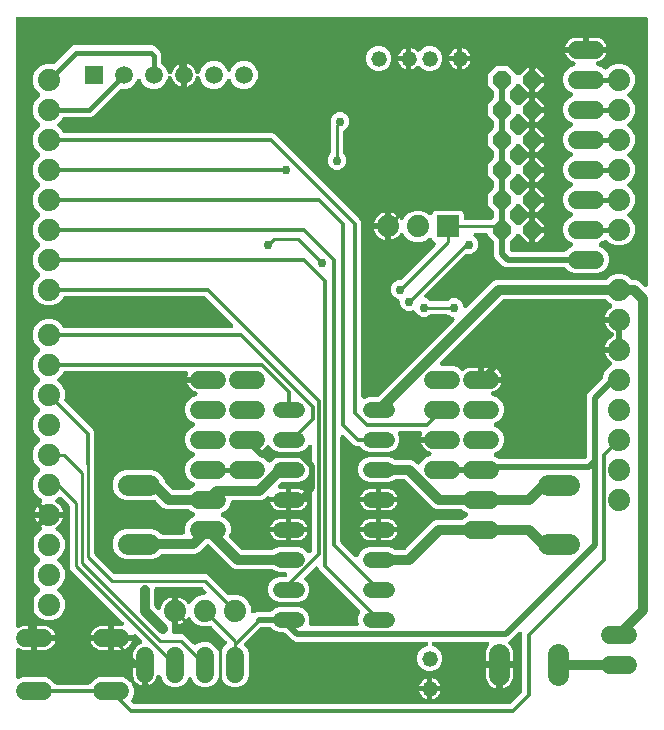
<source format=gbr>
G04 EAGLE Gerber RS-274X export*
G75*
%MOMM*%
%FSLAX34Y34*%
%LPD*%
%INBottom Copper*%
%IPPOS*%
%AMOC8*
5,1,8,0,0,1.08239X$1,22.5*%
G01*
%ADD10C,1.879600*%
%ADD11C,1.790700*%
%ADD12C,1.320800*%
%ADD13C,1.524000*%
%ADD14P,1.649562X8X292.500000*%
%ADD15R,1.879600X1.879600*%
%ADD16C,1.320800*%
%ADD17C,1.508000*%
%ADD18R,1.508000X1.508000*%
%ADD19C,0.508000*%
%ADD20C,0.304800*%
%ADD21C,0.254000*%
%ADD22C,0.406400*%
%ADD23C,0.756400*%
%ADD24C,0.812800*%

G36*
X427654Y17275D02*
X427654Y17275D01*
X427681Y17273D01*
X427855Y17295D01*
X428028Y17313D01*
X428054Y17320D01*
X428080Y17324D01*
X428246Y17379D01*
X428413Y17431D01*
X428437Y17444D01*
X428462Y17452D01*
X428614Y17539D01*
X428767Y17623D01*
X428788Y17640D01*
X428811Y17653D01*
X429064Y17868D01*
X438316Y27120D01*
X438333Y27141D01*
X438354Y27158D01*
X438461Y27296D01*
X438571Y27432D01*
X438584Y27455D01*
X438600Y27476D01*
X438678Y27633D01*
X438760Y27787D01*
X438768Y27813D01*
X438780Y27837D01*
X438825Y28006D01*
X438875Y28173D01*
X438877Y28200D01*
X438884Y28226D01*
X438911Y28556D01*
X438911Y76687D01*
X438910Y76696D01*
X438911Y76705D01*
X438890Y76898D01*
X438871Y77088D01*
X438869Y77096D01*
X438868Y77105D01*
X438810Y77289D01*
X438753Y77472D01*
X438749Y77480D01*
X438746Y77489D01*
X438653Y77657D01*
X438561Y77826D01*
X438556Y77833D01*
X438551Y77841D01*
X438427Y77988D01*
X438304Y78136D01*
X438297Y78141D01*
X438291Y78148D01*
X438140Y78267D01*
X437990Y78388D01*
X437982Y78392D01*
X437975Y78398D01*
X437802Y78486D01*
X437633Y78574D01*
X437624Y78576D01*
X437616Y78580D01*
X437430Y78632D01*
X437246Y78685D01*
X437237Y78686D01*
X437228Y78688D01*
X437035Y78702D01*
X436844Y78718D01*
X436836Y78717D01*
X436827Y78717D01*
X436634Y78693D01*
X436445Y78671D01*
X436436Y78668D01*
X436427Y78667D01*
X436244Y78606D01*
X436062Y78546D01*
X436054Y78542D01*
X436046Y78539D01*
X435879Y78443D01*
X435711Y78348D01*
X435704Y78342D01*
X435697Y78338D01*
X435444Y78123D01*
X428556Y71236D01*
X428336Y71145D01*
X428324Y71138D01*
X428312Y71134D01*
X428147Y71043D01*
X427981Y70954D01*
X427971Y70946D01*
X427959Y70939D01*
X427815Y70817D01*
X427671Y70698D01*
X427662Y70688D01*
X427652Y70679D01*
X427535Y70530D01*
X427417Y70385D01*
X427411Y70374D01*
X427403Y70363D01*
X427317Y70195D01*
X427230Y70029D01*
X427226Y70016D01*
X427220Y70004D01*
X427170Y69824D01*
X427117Y69642D01*
X427116Y69629D01*
X427112Y69616D01*
X427098Y69428D01*
X427082Y69241D01*
X427084Y69228D01*
X427083Y69215D01*
X427107Y69027D01*
X427128Y68841D01*
X427132Y68828D01*
X427133Y68815D01*
X427193Y68637D01*
X427251Y68458D01*
X427257Y68446D01*
X427262Y68433D01*
X427355Y68270D01*
X427447Y68106D01*
X427456Y68096D01*
X427462Y68085D01*
X427677Y67832D01*
X428267Y67241D01*
X429331Y65778D01*
X430152Y64166D01*
X430711Y62445D01*
X430994Y60658D01*
X430994Y53784D01*
X420453Y53784D01*
X420435Y53782D01*
X420417Y53783D01*
X420235Y53762D01*
X420052Y53744D01*
X420035Y53739D01*
X420017Y53737D01*
X419843Y53680D01*
X419667Y53626D01*
X419651Y53617D01*
X419635Y53612D01*
X419500Y53536D01*
X419462Y53555D01*
X419300Y53639D01*
X419283Y53644D01*
X419267Y53652D01*
X419089Y53700D01*
X418913Y53751D01*
X418895Y53752D01*
X418878Y53757D01*
X418547Y53784D01*
X408006Y53784D01*
X408006Y60658D01*
X408289Y62445D01*
X408848Y64166D01*
X409669Y65778D01*
X410561Y67005D01*
X410587Y67049D01*
X410619Y67089D01*
X410688Y67223D01*
X410764Y67353D01*
X410781Y67401D01*
X410804Y67446D01*
X410846Y67591D01*
X410895Y67733D01*
X410902Y67784D01*
X410916Y67833D01*
X410928Y67983D01*
X410948Y68133D01*
X410944Y68184D01*
X410949Y68235D01*
X410931Y68384D01*
X410921Y68534D01*
X410908Y68584D01*
X410902Y68634D01*
X410855Y68778D01*
X410816Y68923D01*
X410793Y68969D01*
X410777Y69017D01*
X410703Y69148D01*
X410635Y69283D01*
X410604Y69323D01*
X410579Y69368D01*
X410480Y69482D01*
X410388Y69600D01*
X410349Y69634D01*
X410316Y69673D01*
X410197Y69765D01*
X410083Y69863D01*
X410038Y69888D01*
X409998Y69919D01*
X409863Y69986D01*
X409732Y70060D01*
X409683Y70076D01*
X409637Y70099D01*
X409492Y70138D01*
X409349Y70184D01*
X409298Y70190D01*
X409248Y70203D01*
X409018Y70222D01*
X408949Y70230D01*
X408935Y70229D01*
X408918Y70230D01*
X364126Y70230D01*
X364121Y70230D01*
X364117Y70230D01*
X363923Y70210D01*
X363725Y70190D01*
X363721Y70189D01*
X363717Y70189D01*
X363531Y70131D01*
X363340Y70072D01*
X363336Y70070D01*
X363332Y70069D01*
X363161Y69975D01*
X362986Y69880D01*
X362983Y69878D01*
X362979Y69875D01*
X362828Y69748D01*
X362677Y69623D01*
X362674Y69619D01*
X362671Y69616D01*
X362548Y69462D01*
X362425Y69309D01*
X362423Y69305D01*
X362420Y69302D01*
X362330Y69126D01*
X362239Y68952D01*
X362238Y68947D01*
X362236Y68943D01*
X362182Y68753D01*
X362128Y68565D01*
X362127Y68560D01*
X362126Y68556D01*
X362111Y68360D01*
X362095Y68163D01*
X362095Y68159D01*
X362095Y68155D01*
X362119Y67962D01*
X362142Y67764D01*
X362143Y67759D01*
X362144Y67755D01*
X362207Y67563D01*
X362267Y67381D01*
X362269Y67377D01*
X362270Y67373D01*
X362368Y67201D01*
X362465Y67030D01*
X362468Y67027D01*
X362470Y67023D01*
X362600Y66873D01*
X362728Y66726D01*
X362731Y66723D01*
X362734Y66719D01*
X362891Y66599D01*
X363046Y66479D01*
X363050Y66477D01*
X363053Y66474D01*
X363349Y66322D01*
X366723Y64925D01*
X369725Y61923D01*
X371349Y58002D01*
X371349Y53758D01*
X369725Y49837D01*
X366723Y46835D01*
X362802Y45211D01*
X358558Y45211D01*
X354637Y46835D01*
X351635Y49837D01*
X350011Y53758D01*
X350011Y58002D01*
X351635Y61923D01*
X354637Y64925D01*
X358011Y66322D01*
X358015Y66324D01*
X358020Y66326D01*
X358195Y66421D01*
X358366Y66513D01*
X358370Y66515D01*
X358374Y66518D01*
X358524Y66643D01*
X358677Y66769D01*
X358680Y66772D01*
X358683Y66775D01*
X358806Y66928D01*
X358930Y67082D01*
X358932Y67086D01*
X358935Y67089D01*
X359025Y67262D01*
X359117Y67438D01*
X359119Y67442D01*
X359121Y67446D01*
X359175Y67634D01*
X359231Y67825D01*
X359231Y67829D01*
X359232Y67833D01*
X359248Y68030D01*
X359265Y68226D01*
X359265Y68230D01*
X359265Y68235D01*
X359242Y68427D01*
X359220Y68626D01*
X359219Y68630D01*
X359218Y68634D01*
X359157Y68823D01*
X359097Y69009D01*
X359095Y69013D01*
X359093Y69017D01*
X358996Y69190D01*
X358900Y69361D01*
X358898Y69364D01*
X358895Y69368D01*
X358767Y69517D01*
X358639Y69666D01*
X358635Y69669D01*
X358632Y69673D01*
X358478Y69792D01*
X358322Y69915D01*
X358318Y69917D01*
X358314Y69919D01*
X358138Y70007D01*
X357962Y70095D01*
X357958Y70097D01*
X357954Y70099D01*
X357761Y70150D01*
X357574Y70202D01*
X357569Y70202D01*
X357565Y70203D01*
X357234Y70230D01*
X246971Y70230D01*
X244544Y71236D01*
X238143Y77636D01*
X238132Y77645D01*
X238126Y77652D01*
X238117Y77659D01*
X238105Y77674D01*
X237967Y77781D01*
X237832Y77891D01*
X237808Y77904D01*
X237787Y77920D01*
X237630Y77998D01*
X237476Y78080D01*
X237450Y78088D01*
X237426Y78100D01*
X237257Y78145D01*
X237090Y78195D01*
X237063Y78197D01*
X237038Y78204D01*
X236707Y78231D01*
X232574Y78231D01*
X228653Y79855D01*
X226808Y81700D01*
X226798Y81709D01*
X226792Y81715D01*
X226783Y81722D01*
X226770Y81738D01*
X226632Y81845D01*
X226496Y81955D01*
X226473Y81968D01*
X226452Y81984D01*
X226295Y82062D01*
X226141Y82144D01*
X226115Y82152D01*
X226091Y82164D01*
X225922Y82209D01*
X225755Y82259D01*
X225728Y82261D01*
X225702Y82268D01*
X225371Y82295D01*
X217681Y82295D01*
X217655Y82293D01*
X217628Y82295D01*
X217454Y82273D01*
X217280Y82255D01*
X217255Y82248D01*
X217228Y82244D01*
X217063Y82189D01*
X216896Y82137D01*
X216872Y82124D01*
X216847Y82116D01*
X216695Y82029D01*
X216542Y81945D01*
X216521Y81928D01*
X216498Y81915D01*
X216245Y81700D01*
X203971Y69426D01*
X203960Y69413D01*
X203946Y69401D01*
X203832Y69257D01*
X203716Y69115D01*
X203707Y69099D01*
X203696Y69085D01*
X203613Y68921D01*
X203527Y68759D01*
X203522Y68742D01*
X203514Y68726D01*
X203465Y68549D01*
X203412Y68373D01*
X203411Y68356D01*
X203406Y68338D01*
X203393Y68155D01*
X203376Y67972D01*
X203378Y67955D01*
X203377Y67937D01*
X203400Y67755D01*
X203419Y67572D01*
X203425Y67555D01*
X203427Y67537D01*
X203485Y67364D01*
X203541Y67188D01*
X203550Y67173D01*
X203555Y67156D01*
X203647Y66996D01*
X203736Y66836D01*
X203747Y66822D01*
X203756Y66807D01*
X203971Y66554D01*
X205486Y65039D01*
X207265Y60744D01*
X207265Y40856D01*
X205486Y36561D01*
X202199Y33274D01*
X197904Y31495D01*
X193256Y31495D01*
X188961Y33274D01*
X185674Y36561D01*
X184757Y38776D01*
X184752Y38784D01*
X184750Y38793D01*
X184658Y38961D01*
X184566Y39131D01*
X184561Y39138D01*
X184556Y39146D01*
X184433Y39292D01*
X184310Y39441D01*
X184303Y39447D01*
X184297Y39454D01*
X184147Y39574D01*
X183997Y39695D01*
X183989Y39699D01*
X183983Y39705D01*
X183812Y39793D01*
X183641Y39882D01*
X183632Y39885D01*
X183624Y39889D01*
X183440Y39941D01*
X183254Y39995D01*
X183246Y39996D01*
X183237Y39999D01*
X183046Y40013D01*
X182853Y40030D01*
X182844Y40029D01*
X182836Y40030D01*
X182646Y40007D01*
X182453Y39985D01*
X182445Y39982D01*
X182436Y39981D01*
X182254Y39921D01*
X182070Y39862D01*
X182062Y39857D01*
X182054Y39855D01*
X181886Y39759D01*
X181718Y39665D01*
X181712Y39660D01*
X181704Y39655D01*
X181559Y39529D01*
X181413Y39403D01*
X181407Y39396D01*
X181400Y39391D01*
X181283Y39237D01*
X181164Y39086D01*
X181160Y39079D01*
X181155Y39071D01*
X181003Y38776D01*
X180086Y36561D01*
X176799Y33274D01*
X172504Y31495D01*
X167856Y31495D01*
X163561Y33274D01*
X160274Y36561D01*
X159357Y38776D01*
X159352Y38784D01*
X159350Y38793D01*
X159258Y38961D01*
X159166Y39131D01*
X159161Y39138D01*
X159156Y39146D01*
X159033Y39292D01*
X158910Y39441D01*
X158903Y39447D01*
X158897Y39454D01*
X158747Y39574D01*
X158597Y39695D01*
X158589Y39699D01*
X158583Y39705D01*
X158412Y39793D01*
X158241Y39882D01*
X158232Y39885D01*
X158224Y39889D01*
X158040Y39941D01*
X157854Y39995D01*
X157846Y39996D01*
X157837Y39999D01*
X157646Y40013D01*
X157453Y40030D01*
X157444Y40029D01*
X157436Y40030D01*
X157246Y40007D01*
X157053Y39985D01*
X157045Y39982D01*
X157036Y39981D01*
X156854Y39921D01*
X156670Y39862D01*
X156662Y39857D01*
X156654Y39855D01*
X156486Y39759D01*
X156318Y39665D01*
X156312Y39660D01*
X156304Y39655D01*
X156159Y39529D01*
X156013Y39403D01*
X156007Y39396D01*
X156000Y39391D01*
X155883Y39237D01*
X155764Y39086D01*
X155760Y39079D01*
X155755Y39071D01*
X155603Y38776D01*
X154686Y36561D01*
X151399Y33274D01*
X147104Y31495D01*
X142456Y31495D01*
X138161Y33274D01*
X134874Y36561D01*
X133080Y40892D01*
X133038Y40970D01*
X133005Y41053D01*
X132943Y41148D01*
X132890Y41247D01*
X132833Y41316D01*
X132785Y41390D01*
X132705Y41470D01*
X132634Y41558D01*
X132565Y41613D01*
X132502Y41677D01*
X132409Y41740D01*
X132321Y41811D01*
X132242Y41853D01*
X132169Y41902D01*
X132064Y41946D01*
X131964Y41998D01*
X131879Y42023D01*
X131797Y42058D01*
X131686Y42080D01*
X131578Y42111D01*
X131489Y42119D01*
X131402Y42136D01*
X131290Y42136D01*
X131177Y42146D01*
X131089Y42136D01*
X131000Y42136D01*
X130889Y42114D01*
X130777Y42101D01*
X130692Y42074D01*
X130605Y42056D01*
X130501Y42012D01*
X130393Y41978D01*
X130316Y41934D01*
X130234Y41900D01*
X130141Y41837D01*
X130042Y41781D01*
X129975Y41724D01*
X129901Y41674D01*
X129822Y41593D01*
X129736Y41520D01*
X129681Y41450D01*
X129619Y41386D01*
X129558Y41292D01*
X129488Y41203D01*
X129448Y41123D01*
X129400Y41049D01*
X129345Y40918D01*
X129307Y40843D01*
X129295Y40798D01*
X129272Y40743D01*
X128796Y39280D01*
X128070Y37855D01*
X127130Y36561D01*
X125999Y35430D01*
X124705Y34490D01*
X123280Y33764D01*
X121919Y33321D01*
X121919Y50292D01*
X121917Y50310D01*
X121919Y50327D01*
X121898Y50510D01*
X121879Y50692D01*
X121874Y50709D01*
X121872Y50727D01*
X121815Y50902D01*
X121761Y51077D01*
X121753Y51093D01*
X121747Y51110D01*
X121657Y51270D01*
X121569Y51431D01*
X121558Y51445D01*
X121549Y51461D01*
X121429Y51600D01*
X121312Y51741D01*
X121298Y51752D01*
X121286Y51765D01*
X121141Y51878D01*
X120998Y51993D01*
X120982Y52001D01*
X120968Y52012D01*
X120803Y52094D01*
X120727Y52134D01*
X120641Y52286D01*
X120553Y52448D01*
X120542Y52461D01*
X120533Y52477D01*
X120413Y52616D01*
X120295Y52757D01*
X120282Y52768D01*
X120270Y52782D01*
X120125Y52894D01*
X119982Y53009D01*
X119966Y53017D01*
X119952Y53028D01*
X119787Y53110D01*
X119624Y53195D01*
X119607Y53200D01*
X119591Y53208D01*
X119413Y53255D01*
X119238Y53306D01*
X119220Y53308D01*
X119203Y53312D01*
X118872Y53339D01*
X109219Y53339D01*
X109219Y59220D01*
X109469Y60799D01*
X109964Y62320D01*
X110690Y63745D01*
X111630Y65039D01*
X112761Y66170D01*
X114055Y67110D01*
X115480Y67836D01*
X115889Y67969D01*
X115974Y68007D01*
X116064Y68035D01*
X116159Y68088D01*
X116258Y68131D01*
X116334Y68185D01*
X116416Y68230D01*
X116499Y68300D01*
X116588Y68362D01*
X116652Y68430D01*
X116723Y68490D01*
X116790Y68576D01*
X116865Y68654D01*
X116915Y68733D01*
X116972Y68806D01*
X117022Y68903D01*
X117079Y68995D01*
X117113Y69082D01*
X117155Y69165D01*
X117184Y69270D01*
X117223Y69371D01*
X117238Y69463D01*
X117263Y69553D01*
X117271Y69661D01*
X117289Y69768D01*
X117285Y69862D01*
X117292Y69955D01*
X117279Y70062D01*
X117275Y70171D01*
X117253Y70261D01*
X117242Y70354D01*
X117207Y70457D01*
X117182Y70563D01*
X117143Y70647D01*
X117114Y70736D01*
X117059Y70830D01*
X117014Y70928D01*
X116959Y71004D01*
X116913Y71085D01*
X116826Y71187D01*
X116777Y71254D01*
X116741Y71287D01*
X116698Y71338D01*
X112170Y75865D01*
X112040Y75972D01*
X111913Y76083D01*
X111884Y76099D01*
X111859Y76120D01*
X111710Y76199D01*
X111564Y76283D01*
X111532Y76294D01*
X111503Y76309D01*
X111342Y76357D01*
X111182Y76410D01*
X111149Y76414D01*
X111117Y76424D01*
X110949Y76439D01*
X110782Y76460D01*
X110749Y76457D01*
X110716Y76460D01*
X110548Y76442D01*
X110381Y76429D01*
X110349Y76420D01*
X110316Y76417D01*
X110155Y76366D01*
X109993Y76320D01*
X109964Y76305D01*
X109932Y76295D01*
X109785Y76214D01*
X109635Y76137D01*
X109609Y76116D01*
X109580Y76100D01*
X109452Y75992D01*
X109393Y75945D01*
X93471Y75945D01*
X93471Y83567D01*
X99483Y83567D01*
X99593Y83557D01*
X99626Y83560D01*
X99659Y83558D01*
X99825Y83582D01*
X99993Y83600D01*
X100025Y83610D01*
X100058Y83615D01*
X100216Y83671D01*
X100377Y83722D01*
X100406Y83738D01*
X100437Y83749D01*
X100582Y83835D01*
X100729Y83916D01*
X100754Y83938D01*
X100783Y83955D01*
X100908Y84068D01*
X101036Y84177D01*
X101057Y84203D01*
X101081Y84225D01*
X101181Y84361D01*
X101286Y84493D01*
X101301Y84522D01*
X101321Y84549D01*
X101392Y84701D01*
X101468Y84852D01*
X101477Y84884D01*
X101491Y84914D01*
X101531Y85077D01*
X101576Y85240D01*
X101579Y85273D01*
X101586Y85305D01*
X101593Y85473D01*
X101606Y85641D01*
X101601Y85674D01*
X101603Y85707D01*
X101576Y85874D01*
X101555Y86041D01*
X101545Y86072D01*
X101539Y86105D01*
X101481Y86263D01*
X101427Y86422D01*
X101410Y86451D01*
X101399Y86482D01*
X101310Y86625D01*
X101226Y86771D01*
X101202Y86800D01*
X101187Y86824D01*
X101128Y86887D01*
X101011Y87024D01*
X56437Y131598D01*
X55625Y133559D01*
X55625Y184909D01*
X55623Y184935D01*
X55625Y184962D01*
X55603Y185136D01*
X55585Y185310D01*
X55578Y185335D01*
X55574Y185362D01*
X55519Y185527D01*
X55467Y185694D01*
X55454Y185718D01*
X55446Y185743D01*
X55359Y185895D01*
X55275Y186048D01*
X55258Y186069D01*
X55245Y186092D01*
X55030Y186345D01*
X49094Y192282D01*
X49080Y192293D01*
X49068Y192307D01*
X48924Y192421D01*
X48782Y192537D01*
X48766Y192545D01*
X48752Y192556D01*
X48588Y192640D01*
X48426Y192726D01*
X48409Y192731D01*
X48393Y192739D01*
X48217Y192788D01*
X48041Y192840D01*
X48023Y192842D01*
X48006Y192847D01*
X47823Y192860D01*
X47640Y192877D01*
X47622Y192875D01*
X47604Y192876D01*
X47423Y192853D01*
X47239Y192833D01*
X47222Y192828D01*
X47205Y192826D01*
X47031Y192767D01*
X46855Y192712D01*
X46840Y192703D01*
X46823Y192698D01*
X46663Y192606D01*
X46503Y192517D01*
X46490Y192506D01*
X46474Y192497D01*
X46221Y192282D01*
X45726Y191787D01*
X44895Y191443D01*
X44743Y191361D01*
X44589Y191284D01*
X44566Y191266D01*
X44540Y191253D01*
X44407Y191143D01*
X44271Y191036D01*
X44252Y191014D01*
X44230Y190996D01*
X44121Y190862D01*
X44009Y190731D01*
X43994Y190706D01*
X43976Y190683D01*
X43896Y190531D01*
X43811Y190380D01*
X43803Y190352D01*
X43789Y190327D01*
X43741Y190161D01*
X43687Y189997D01*
X43684Y189968D01*
X43676Y189941D01*
X43661Y189768D01*
X43642Y189597D01*
X43644Y189568D01*
X43641Y189539D01*
X43661Y189368D01*
X43675Y189196D01*
X43683Y189168D01*
X43687Y189139D01*
X43739Y188975D01*
X43788Y188809D01*
X43801Y188784D01*
X43810Y188756D01*
X43894Y188605D01*
X43974Y188452D01*
X43992Y188430D01*
X44006Y188405D01*
X44118Y188274D01*
X44227Y188139D01*
X44251Y188118D01*
X44268Y188099D01*
X44335Y188046D01*
X44479Y187923D01*
X45878Y186906D01*
X47206Y185578D01*
X48311Y184057D01*
X49164Y182383D01*
X49745Y180596D01*
X49785Y180339D01*
X38608Y180339D01*
X38590Y180337D01*
X38573Y180339D01*
X38390Y180318D01*
X38208Y180299D01*
X38191Y180294D01*
X38173Y180292D01*
X38095Y180267D01*
X37958Y180306D01*
X37940Y180308D01*
X37923Y180312D01*
X37592Y180339D01*
X26415Y180339D01*
X26455Y180596D01*
X27036Y182383D01*
X27889Y184057D01*
X28994Y185578D01*
X30322Y186906D01*
X31721Y187923D01*
X31850Y188037D01*
X31983Y188149D01*
X32001Y188171D01*
X32022Y188191D01*
X32126Y188328D01*
X32234Y188464D01*
X32247Y188489D01*
X32264Y188512D01*
X32339Y188668D01*
X32417Y188822D01*
X32425Y188850D01*
X32438Y188876D01*
X32480Y189043D01*
X32527Y189209D01*
X32529Y189238D01*
X32536Y189266D01*
X32545Y189439D01*
X32558Y189611D01*
X32555Y189639D01*
X32556Y189668D01*
X32530Y189839D01*
X32510Y190010D01*
X32501Y190037D01*
X32496Y190066D01*
X32437Y190229D01*
X32383Y190392D01*
X32369Y190417D01*
X32359Y190445D01*
X32269Y190592D01*
X32184Y190742D01*
X32165Y190764D01*
X32150Y190789D01*
X32032Y190916D01*
X31919Y191046D01*
X31896Y191063D01*
X31877Y191085D01*
X31737Y191186D01*
X31600Y191291D01*
X31571Y191306D01*
X31551Y191321D01*
X31474Y191356D01*
X31305Y191443D01*
X30474Y191787D01*
X26687Y195574D01*
X24637Y200522D01*
X24637Y205878D01*
X26687Y210826D01*
X30325Y214464D01*
X30336Y214477D01*
X30349Y214489D01*
X30463Y214633D01*
X30580Y214775D01*
X30588Y214791D01*
X30599Y214805D01*
X30682Y214969D01*
X30768Y215131D01*
X30773Y215148D01*
X30781Y215164D01*
X30831Y215341D01*
X30883Y215517D01*
X30885Y215535D01*
X30889Y215552D01*
X30903Y215735D01*
X30919Y215918D01*
X30917Y215936D01*
X30919Y215953D01*
X30896Y216135D01*
X30876Y216318D01*
X30871Y216335D01*
X30868Y216353D01*
X30810Y216526D01*
X30754Y216702D01*
X30746Y216718D01*
X30740Y216734D01*
X30648Y216894D01*
X30560Y217054D01*
X30548Y217068D01*
X30539Y217083D01*
X30325Y217336D01*
X26687Y220974D01*
X24637Y225922D01*
X24637Y231278D01*
X26687Y236226D01*
X30325Y239864D01*
X30336Y239878D01*
X30349Y239889D01*
X30463Y240033D01*
X30580Y240175D01*
X30588Y240191D01*
X30599Y240205D01*
X30683Y240369D01*
X30768Y240531D01*
X30773Y240548D01*
X30781Y240564D01*
X30831Y240741D01*
X30883Y240917D01*
X30885Y240935D01*
X30889Y240952D01*
X30903Y241135D01*
X30919Y241318D01*
X30917Y241336D01*
X30919Y241353D01*
X30896Y241535D01*
X30876Y241718D01*
X30871Y241735D01*
X30868Y241753D01*
X30810Y241927D01*
X30754Y242102D01*
X30746Y242118D01*
X30740Y242134D01*
X30648Y242294D01*
X30560Y242454D01*
X30548Y242468D01*
X30539Y242483D01*
X30325Y242736D01*
X26687Y246374D01*
X24637Y251322D01*
X24637Y256678D01*
X26687Y261626D01*
X30325Y265264D01*
X30336Y265278D01*
X30349Y265289D01*
X30463Y265433D01*
X30580Y265575D01*
X30588Y265591D01*
X30599Y265605D01*
X30683Y265769D01*
X30768Y265931D01*
X30773Y265948D01*
X30781Y265964D01*
X30831Y266141D01*
X30883Y266317D01*
X30885Y266335D01*
X30889Y266352D01*
X30903Y266535D01*
X30919Y266718D01*
X30917Y266736D01*
X30919Y266753D01*
X30896Y266935D01*
X30876Y267118D01*
X30871Y267135D01*
X30868Y267153D01*
X30810Y267327D01*
X30754Y267502D01*
X30746Y267518D01*
X30740Y267534D01*
X30648Y267694D01*
X30560Y267854D01*
X30548Y267868D01*
X30539Y267883D01*
X30325Y268136D01*
X26687Y271774D01*
X24637Y276722D01*
X24637Y282078D01*
X26687Y287026D01*
X30325Y290664D01*
X30336Y290678D01*
X30349Y290689D01*
X30463Y290833D01*
X30580Y290975D01*
X30588Y290991D01*
X30599Y291005D01*
X30683Y291169D01*
X30768Y291331D01*
X30773Y291348D01*
X30781Y291364D01*
X30831Y291541D01*
X30883Y291717D01*
X30885Y291735D01*
X30889Y291752D01*
X30903Y291935D01*
X30919Y292118D01*
X30917Y292136D01*
X30919Y292153D01*
X30896Y292335D01*
X30876Y292518D01*
X30871Y292535D01*
X30868Y292553D01*
X30810Y292727D01*
X30754Y292902D01*
X30746Y292918D01*
X30740Y292934D01*
X30648Y293094D01*
X30560Y293254D01*
X30548Y293268D01*
X30539Y293283D01*
X30325Y293536D01*
X26687Y297174D01*
X24637Y302122D01*
X24637Y307478D01*
X26687Y312426D01*
X30325Y316064D01*
X30336Y316078D01*
X30349Y316089D01*
X30463Y316233D01*
X30580Y316375D01*
X30588Y316391D01*
X30599Y316405D01*
X30683Y316569D01*
X30768Y316731D01*
X30773Y316748D01*
X30781Y316764D01*
X30831Y316941D01*
X30883Y317117D01*
X30885Y317135D01*
X30889Y317152D01*
X30903Y317335D01*
X30919Y317518D01*
X30917Y317536D01*
X30919Y317553D01*
X30896Y317735D01*
X30876Y317918D01*
X30871Y317935D01*
X30868Y317953D01*
X30810Y318127D01*
X30754Y318302D01*
X30746Y318318D01*
X30740Y318334D01*
X30648Y318494D01*
X30560Y318654D01*
X30548Y318668D01*
X30539Y318683D01*
X30325Y318936D01*
X26687Y322574D01*
X24637Y327522D01*
X24637Y332878D01*
X26687Y337826D01*
X30474Y341613D01*
X35422Y343663D01*
X40778Y343663D01*
X45726Y341613D01*
X49513Y337826D01*
X49838Y337043D01*
X49848Y337023D01*
X49855Y337002D01*
X49943Y336846D01*
X50028Y336688D01*
X50042Y336671D01*
X50053Y336651D01*
X50170Y336516D01*
X50284Y336377D01*
X50302Y336363D01*
X50316Y336346D01*
X50458Y336237D01*
X50597Y336124D01*
X50617Y336113D01*
X50634Y336100D01*
X50795Y336020D01*
X50953Y335937D01*
X50975Y335930D01*
X50995Y335920D01*
X51169Y335874D01*
X51340Y335824D01*
X51362Y335822D01*
X51384Y335816D01*
X51714Y335789D01*
X192424Y335789D01*
X192433Y335790D01*
X192442Y335789D01*
X192635Y335810D01*
X192824Y335829D01*
X192833Y335831D01*
X192842Y335832D01*
X193026Y335891D01*
X193209Y335947D01*
X193217Y335951D01*
X193226Y335954D01*
X193394Y336047D01*
X193563Y336139D01*
X193570Y336144D01*
X193578Y336149D01*
X193725Y336273D01*
X193873Y336396D01*
X193878Y336403D01*
X193885Y336409D01*
X194005Y336561D01*
X194125Y336710D01*
X194129Y336718D01*
X194135Y336725D01*
X194222Y336898D01*
X194310Y337067D01*
X194313Y337076D01*
X194317Y337084D01*
X194369Y337270D01*
X194422Y337454D01*
X194423Y337463D01*
X194425Y337472D01*
X194439Y337665D01*
X194455Y337856D01*
X194454Y337864D01*
X194454Y337873D01*
X194430Y338066D01*
X194408Y338255D01*
X194405Y338264D01*
X194404Y338273D01*
X194343Y338455D01*
X194283Y338638D01*
X194278Y338646D01*
X194276Y338654D01*
X194180Y338821D01*
X194085Y338989D01*
X194079Y338996D01*
X194075Y339003D01*
X193860Y339256D01*
X171000Y362116D01*
X170979Y362133D01*
X170962Y362154D01*
X170824Y362260D01*
X170688Y362371D01*
X170665Y362384D01*
X170644Y362400D01*
X170487Y362478D01*
X170333Y362560D01*
X170307Y362568D01*
X170283Y362580D01*
X170114Y362625D01*
X169947Y362675D01*
X169920Y362677D01*
X169894Y362684D01*
X169564Y362711D01*
X51714Y362711D01*
X51692Y362709D01*
X51670Y362711D01*
X51492Y362689D01*
X51314Y362671D01*
X51292Y362665D01*
X51270Y362662D01*
X51101Y362606D01*
X50929Y362553D01*
X50909Y362543D01*
X50888Y362536D01*
X50732Y362447D01*
X50575Y362361D01*
X50558Y362347D01*
X50538Y362336D01*
X50402Y362218D01*
X50265Y362104D01*
X50252Y362086D01*
X50235Y362072D01*
X50125Y361930D01*
X50013Y361790D01*
X50003Y361770D01*
X49989Y361752D01*
X49838Y361457D01*
X49513Y360674D01*
X45726Y356887D01*
X40778Y354837D01*
X35422Y354837D01*
X30474Y356887D01*
X26687Y360674D01*
X24637Y365622D01*
X24637Y370978D01*
X26687Y375926D01*
X30325Y379564D01*
X30336Y379578D01*
X30349Y379589D01*
X30463Y379733D01*
X30580Y379875D01*
X30588Y379891D01*
X30599Y379905D01*
X30683Y380069D01*
X30768Y380231D01*
X30773Y380248D01*
X30781Y380264D01*
X30831Y380441D01*
X30883Y380617D01*
X30885Y380635D01*
X30889Y380652D01*
X30903Y380835D01*
X30919Y381018D01*
X30917Y381036D01*
X30919Y381053D01*
X30896Y381235D01*
X30876Y381418D01*
X30871Y381435D01*
X30868Y381453D01*
X30810Y381627D01*
X30754Y381802D01*
X30746Y381818D01*
X30740Y381834D01*
X30648Y381994D01*
X30560Y382154D01*
X30548Y382168D01*
X30539Y382183D01*
X30325Y382436D01*
X26687Y386074D01*
X24637Y391022D01*
X24637Y396378D01*
X26687Y401326D01*
X30325Y404964D01*
X30336Y404978D01*
X30349Y404989D01*
X30463Y405133D01*
X30580Y405275D01*
X30588Y405291D01*
X30599Y405305D01*
X30683Y405469D01*
X30768Y405631D01*
X30773Y405648D01*
X30781Y405664D01*
X30831Y405841D01*
X30883Y406017D01*
X30885Y406035D01*
X30889Y406052D01*
X30903Y406235D01*
X30919Y406418D01*
X30917Y406436D01*
X30919Y406453D01*
X30896Y406635D01*
X30876Y406818D01*
X30871Y406835D01*
X30868Y406853D01*
X30810Y407027D01*
X30754Y407202D01*
X30746Y407218D01*
X30740Y407234D01*
X30648Y407394D01*
X30560Y407554D01*
X30548Y407568D01*
X30539Y407583D01*
X30325Y407836D01*
X26687Y411474D01*
X24637Y416422D01*
X24637Y421778D01*
X26687Y426726D01*
X30325Y430364D01*
X30336Y430378D01*
X30349Y430389D01*
X30463Y430533D01*
X30580Y430675D01*
X30588Y430691D01*
X30599Y430705D01*
X30683Y430869D01*
X30768Y431031D01*
X30773Y431048D01*
X30781Y431064D01*
X30831Y431241D01*
X30883Y431417D01*
X30885Y431435D01*
X30889Y431452D01*
X30903Y431635D01*
X30919Y431818D01*
X30917Y431836D01*
X30919Y431853D01*
X30896Y432035D01*
X30876Y432218D01*
X30871Y432235D01*
X30868Y432253D01*
X30810Y432427D01*
X30754Y432602D01*
X30746Y432618D01*
X30740Y432634D01*
X30648Y432794D01*
X30560Y432954D01*
X30548Y432968D01*
X30539Y432983D01*
X30325Y433236D01*
X26687Y436874D01*
X24637Y441822D01*
X24637Y447178D01*
X26687Y452126D01*
X30325Y455764D01*
X30336Y455778D01*
X30349Y455789D01*
X30463Y455933D01*
X30580Y456075D01*
X30588Y456091D01*
X30599Y456105D01*
X30683Y456269D01*
X30768Y456431D01*
X30773Y456448D01*
X30781Y456464D01*
X30831Y456641D01*
X30883Y456817D01*
X30885Y456835D01*
X30889Y456852D01*
X30903Y457035D01*
X30919Y457218D01*
X30917Y457236D01*
X30919Y457253D01*
X30896Y457435D01*
X30876Y457618D01*
X30871Y457635D01*
X30868Y457653D01*
X30810Y457827D01*
X30754Y458002D01*
X30746Y458018D01*
X30740Y458034D01*
X30648Y458194D01*
X30560Y458354D01*
X30548Y458368D01*
X30539Y458383D01*
X30325Y458636D01*
X26687Y462274D01*
X24637Y467222D01*
X24637Y472578D01*
X26687Y477526D01*
X30325Y481164D01*
X30336Y481178D01*
X30349Y481189D01*
X30463Y481333D01*
X30580Y481475D01*
X30588Y481491D01*
X30599Y481505D01*
X30683Y481669D01*
X30768Y481831D01*
X30773Y481848D01*
X30781Y481864D01*
X30831Y482041D01*
X30883Y482217D01*
X30885Y482235D01*
X30889Y482252D01*
X30903Y482435D01*
X30919Y482618D01*
X30917Y482636D01*
X30919Y482653D01*
X30896Y482835D01*
X30876Y483018D01*
X30871Y483035D01*
X30868Y483053D01*
X30810Y483227D01*
X30754Y483402D01*
X30746Y483418D01*
X30740Y483434D01*
X30648Y483594D01*
X30560Y483754D01*
X30548Y483768D01*
X30539Y483783D01*
X30325Y484036D01*
X26687Y487674D01*
X24637Y492622D01*
X24637Y497978D01*
X26687Y502926D01*
X30325Y506564D01*
X30336Y506578D01*
X30349Y506589D01*
X30463Y506733D01*
X30580Y506875D01*
X30588Y506891D01*
X30599Y506905D01*
X30683Y507069D01*
X30768Y507231D01*
X30773Y507248D01*
X30781Y507264D01*
X30831Y507441D01*
X30883Y507617D01*
X30885Y507635D01*
X30889Y507652D01*
X30903Y507835D01*
X30919Y508018D01*
X30917Y508036D01*
X30919Y508053D01*
X30896Y508235D01*
X30876Y508418D01*
X30871Y508435D01*
X30868Y508453D01*
X30810Y508627D01*
X30754Y508802D01*
X30746Y508818D01*
X30740Y508834D01*
X30648Y508994D01*
X30560Y509154D01*
X30548Y509168D01*
X30539Y509183D01*
X30325Y509436D01*
X26687Y513074D01*
X24637Y518022D01*
X24637Y523378D01*
X26687Y528326D01*
X30325Y531964D01*
X30336Y531978D01*
X30349Y531989D01*
X30463Y532133D01*
X30580Y532275D01*
X30588Y532291D01*
X30599Y532305D01*
X30683Y532469D01*
X30768Y532631D01*
X30773Y532648D01*
X30781Y532664D01*
X30831Y532841D01*
X30883Y533017D01*
X30885Y533035D01*
X30889Y533052D01*
X30903Y533235D01*
X30919Y533418D01*
X30917Y533436D01*
X30919Y533453D01*
X30896Y533635D01*
X30876Y533818D01*
X30871Y533835D01*
X30868Y533853D01*
X30810Y534027D01*
X30754Y534202D01*
X30746Y534218D01*
X30740Y534234D01*
X30648Y534394D01*
X30560Y534554D01*
X30548Y534568D01*
X30539Y534583D01*
X30325Y534836D01*
X26687Y538474D01*
X24637Y543422D01*
X24637Y548778D01*
X26687Y553726D01*
X30474Y557513D01*
X31029Y557743D01*
X31030Y557743D01*
X35422Y559563D01*
X40778Y559563D01*
X41053Y559449D01*
X41075Y559442D01*
X41095Y559432D01*
X41267Y559384D01*
X41439Y559332D01*
X41461Y559330D01*
X41482Y559324D01*
X41662Y559311D01*
X41839Y559294D01*
X41862Y559296D01*
X41884Y559295D01*
X42062Y559317D01*
X42240Y559336D01*
X42261Y559342D01*
X42283Y559345D01*
X42453Y559402D01*
X42624Y559456D01*
X42644Y559466D01*
X42665Y559473D01*
X42820Y559563D01*
X42978Y559649D01*
X42995Y559663D01*
X43014Y559674D01*
X43267Y559889D01*
X57506Y574129D01*
X59747Y575057D01*
X125673Y575057D01*
X127914Y574129D01*
X132169Y569874D01*
X133097Y567633D01*
X133097Y561066D01*
X133099Y561040D01*
X133097Y561013D01*
X133119Y560839D01*
X133137Y560666D01*
X133144Y560640D01*
X133148Y560613D01*
X133204Y560448D01*
X133255Y560281D01*
X133268Y560257D01*
X133276Y560232D01*
X133363Y560080D01*
X133447Y559927D01*
X133464Y559906D01*
X133477Y559883D01*
X133692Y559630D01*
X136838Y556484D01*
X138709Y551966D01*
X138733Y551923D01*
X138749Y551876D01*
X138774Y551834D01*
X138785Y551808D01*
X138836Y551730D01*
X138899Y551611D01*
X138931Y551573D01*
X138956Y551531D01*
X138991Y551493D01*
X139005Y551471D01*
X139067Y551408D01*
X139156Y551301D01*
X139194Y551270D01*
X139228Y551233D01*
X139271Y551201D01*
X139287Y551184D01*
X139358Y551137D01*
X139468Y551047D01*
X139512Y551024D01*
X139552Y550995D01*
X139603Y550971D01*
X139621Y550959D01*
X139697Y550927D01*
X139825Y550860D01*
X139872Y550846D01*
X139917Y550825D01*
X139973Y550812D01*
X139992Y550804D01*
X140072Y550788D01*
X140211Y550747D01*
X140261Y550743D01*
X140309Y550731D01*
X140366Y550729D01*
X140387Y550725D01*
X140468Y550725D01*
X140612Y550712D01*
X140662Y550718D01*
X140711Y550716D01*
X140767Y550725D01*
X140790Y550725D01*
X140870Y550741D01*
X141013Y550758D01*
X141060Y550773D01*
X141109Y550781D01*
X141161Y550800D01*
X141185Y550805D01*
X141262Y550838D01*
X141396Y550881D01*
X141439Y550905D01*
X141485Y550922D01*
X141532Y550951D01*
X141556Y550961D01*
X141628Y551010D01*
X141747Y551077D01*
X141785Y551109D01*
X141827Y551135D01*
X141865Y551171D01*
X141889Y551187D01*
X141953Y551253D01*
X142053Y551339D01*
X142084Y551378D01*
X142120Y551412D01*
X142148Y551452D01*
X142171Y551475D01*
X142223Y551556D01*
X142301Y551656D01*
X142324Y551700D01*
X142352Y551741D01*
X142371Y551783D01*
X142390Y551812D01*
X142440Y551931D01*
X142482Y552016D01*
X142495Y552063D01*
X142515Y552109D01*
X142517Y552116D01*
X142518Y552119D01*
X143058Y553780D01*
X143778Y555194D01*
X144711Y556477D01*
X145833Y557599D01*
X147116Y558532D01*
X148530Y559252D01*
X149901Y559697D01*
X149901Y550378D01*
X149902Y550360D01*
X149901Y550343D01*
X149922Y550160D01*
X149941Y549978D01*
X149946Y549961D01*
X149948Y549943D01*
X149961Y549902D01*
X149934Y549808D01*
X149932Y549790D01*
X149928Y549773D01*
X149901Y549442D01*
X149901Y540123D01*
X148530Y540568D01*
X147116Y541288D01*
X145833Y542221D01*
X144711Y543343D01*
X143778Y544626D01*
X143058Y546040D01*
X142518Y547701D01*
X142503Y547736D01*
X142492Y547779D01*
X142470Y547823D01*
X142456Y547870D01*
X142397Y547977D01*
X142356Y548070D01*
X142337Y548098D01*
X142316Y548141D01*
X142286Y548180D01*
X142262Y548223D01*
X142180Y548321D01*
X142125Y548400D01*
X142103Y548421D01*
X142072Y548461D01*
X142035Y548494D01*
X142003Y548532D01*
X141899Y548614D01*
X141833Y548677D01*
X141810Y548692D01*
X141770Y548727D01*
X141727Y548752D01*
X141688Y548783D01*
X141566Y548845D01*
X141493Y548892D01*
X141469Y548901D01*
X141421Y548928D01*
X141374Y548944D01*
X141330Y548967D01*
X141194Y549005D01*
X141116Y549035D01*
X141093Y549039D01*
X141040Y549057D01*
X140990Y549063D01*
X140943Y549076D01*
X140799Y549087D01*
X140719Y549101D01*
X140697Y549100D01*
X140640Y549107D01*
X140591Y549104D01*
X140541Y549107D01*
X140397Y549090D01*
X140317Y549087D01*
X140296Y549082D01*
X140239Y549078D01*
X140191Y549065D01*
X140142Y549059D01*
X140004Y549013D01*
X139925Y548994D01*
X139905Y548985D01*
X139851Y548970D01*
X139806Y548948D01*
X139760Y548932D01*
X139634Y548861D01*
X139559Y548826D01*
X139541Y548813D01*
X139492Y548788D01*
X139453Y548757D01*
X139410Y548733D01*
X139302Y548639D01*
X139234Y548589D01*
X139217Y548572D01*
X139176Y548538D01*
X139144Y548501D01*
X139106Y548468D01*
X139022Y548358D01*
X138961Y548293D01*
X138948Y548270D01*
X138915Y548232D01*
X138891Y548188D01*
X138861Y548149D01*
X138784Y548000D01*
X138753Y547948D01*
X138743Y547921D01*
X138720Y547879D01*
X138716Y547867D01*
X138709Y547854D01*
X136838Y543336D01*
X133574Y540072D01*
X129308Y538305D01*
X124692Y538305D01*
X120426Y540072D01*
X117162Y543336D01*
X116177Y545715D01*
X116172Y545723D01*
X116170Y545732D01*
X116077Y545901D01*
X115986Y546070D01*
X115981Y546077D01*
X115976Y546085D01*
X115853Y546232D01*
X115730Y546381D01*
X115723Y546386D01*
X115717Y546393D01*
X115566Y546514D01*
X115417Y546634D01*
X115410Y546638D01*
X115402Y546644D01*
X115229Y546733D01*
X115061Y546821D01*
X115052Y546824D01*
X115044Y546828D01*
X114858Y546881D01*
X114674Y546934D01*
X114665Y546935D01*
X114657Y546938D01*
X114466Y546952D01*
X114273Y546969D01*
X114264Y546968D01*
X114256Y546969D01*
X114064Y546945D01*
X113873Y546924D01*
X113865Y546921D01*
X113856Y546920D01*
X113673Y546860D01*
X113490Y546801D01*
X113482Y546796D01*
X113474Y546794D01*
X113307Y546698D01*
X113138Y546604D01*
X113132Y546599D01*
X113124Y546594D01*
X112980Y546469D01*
X112833Y546343D01*
X112827Y546335D01*
X112820Y546330D01*
X112703Y546177D01*
X112584Y546026D01*
X112580Y546018D01*
X112575Y546010D01*
X112423Y545715D01*
X111438Y543336D01*
X108174Y540072D01*
X103908Y538305D01*
X99459Y538305D01*
X99432Y538303D01*
X99405Y538305D01*
X99232Y538283D01*
X99058Y538265D01*
X99033Y538258D01*
X99006Y538254D01*
X98840Y538199D01*
X98673Y538147D01*
X98650Y538134D01*
X98624Y538126D01*
X98473Y538039D01*
X98319Y537955D01*
X98299Y537938D01*
X98275Y537925D01*
X98022Y537710D01*
X75844Y515531D01*
X73603Y514603D01*
X51504Y514603D01*
X51482Y514601D01*
X51459Y514603D01*
X51282Y514581D01*
X51103Y514563D01*
X51082Y514557D01*
X51060Y514554D01*
X50890Y514498D01*
X50718Y514445D01*
X50699Y514435D01*
X50677Y514428D01*
X50521Y514339D01*
X50364Y514253D01*
X50347Y514239D01*
X50328Y514228D01*
X50192Y514110D01*
X50055Y513996D01*
X50041Y513978D01*
X50024Y513964D01*
X49915Y513822D01*
X49803Y513682D01*
X49792Y513662D01*
X49779Y513644D01*
X49627Y513349D01*
X49513Y513074D01*
X45875Y509436D01*
X45864Y509423D01*
X45851Y509411D01*
X45737Y509267D01*
X45620Y509125D01*
X45612Y509109D01*
X45601Y509095D01*
X45518Y508931D01*
X45432Y508769D01*
X45427Y508752D01*
X45419Y508736D01*
X45369Y508559D01*
X45317Y508383D01*
X45315Y508365D01*
X45311Y508348D01*
X45297Y508165D01*
X45281Y507982D01*
X45283Y507964D01*
X45281Y507947D01*
X45304Y507765D01*
X45324Y507582D01*
X45329Y507565D01*
X45332Y507547D01*
X45390Y507374D01*
X45446Y507198D01*
X45454Y507182D01*
X45460Y507166D01*
X45552Y507006D01*
X45640Y506846D01*
X45652Y506832D01*
X45661Y506817D01*
X45875Y506564D01*
X49513Y502926D01*
X49838Y502143D01*
X49848Y502123D01*
X49855Y502102D01*
X49943Y501946D01*
X50028Y501788D01*
X50042Y501771D01*
X50053Y501751D01*
X50170Y501616D01*
X50284Y501477D01*
X50302Y501463D01*
X50316Y501446D01*
X50458Y501337D01*
X50597Y501224D01*
X50617Y501213D01*
X50634Y501200D01*
X50795Y501120D01*
X50953Y501037D01*
X50975Y501030D01*
X50995Y501020D01*
X51169Y500974D01*
X51340Y500924D01*
X51362Y500922D01*
X51384Y500916D01*
X51714Y500889D01*
X227172Y500889D01*
X229226Y500038D01*
X301918Y427346D01*
X302769Y425292D01*
X302769Y277921D01*
X302770Y277908D01*
X302769Y277895D01*
X302790Y277708D01*
X302809Y277521D01*
X302813Y277508D01*
X302814Y277495D01*
X302872Y277315D01*
X302927Y277136D01*
X302933Y277124D01*
X302937Y277111D01*
X303029Y276947D01*
X303119Y276782D01*
X303127Y276771D01*
X303134Y276760D01*
X303256Y276617D01*
X303376Y276472D01*
X303387Y276464D01*
X303395Y276454D01*
X303544Y276338D01*
X303690Y276220D01*
X303702Y276214D01*
X303712Y276206D01*
X303881Y276121D01*
X304047Y276035D01*
X304060Y276031D01*
X304072Y276025D01*
X304253Y275975D01*
X304434Y275923D01*
X304448Y275922D01*
X304461Y275919D01*
X304649Y275906D01*
X304836Y275890D01*
X304849Y275892D01*
X304862Y275891D01*
X305050Y275916D01*
X305235Y275937D01*
X305248Y275941D01*
X305261Y275943D01*
X305577Y276045D01*
X308774Y277369D01*
X315832Y277369D01*
X315858Y277371D01*
X315885Y277369D01*
X316059Y277391D01*
X316232Y277409D01*
X316258Y277416D01*
X316284Y277420D01*
X316450Y277475D01*
X316617Y277527D01*
X316641Y277540D01*
X316666Y277548D01*
X316818Y277635D01*
X316971Y277719D01*
X316992Y277736D01*
X317015Y277749D01*
X317268Y277964D01*
X381050Y341746D01*
X381056Y341753D01*
X381062Y341758D01*
X381182Y341907D01*
X381305Y342057D01*
X381309Y342065D01*
X381315Y342072D01*
X381404Y342243D01*
X381494Y342413D01*
X381496Y342421D01*
X381500Y342429D01*
X381554Y342615D01*
X381608Y342799D01*
X381609Y342808D01*
X381612Y342816D01*
X381627Y343007D01*
X381645Y343200D01*
X381644Y343209D01*
X381645Y343218D01*
X381622Y343407D01*
X381601Y343600D01*
X381599Y343609D01*
X381598Y343617D01*
X381538Y343799D01*
X381480Y343984D01*
X381476Y343992D01*
X381473Y344000D01*
X381378Y344169D01*
X381285Y344336D01*
X381279Y344343D01*
X381275Y344351D01*
X381149Y344497D01*
X381025Y344643D01*
X381018Y344649D01*
X381012Y344656D01*
X380860Y344773D01*
X380709Y344893D01*
X380701Y344897D01*
X380694Y344902D01*
X380522Y344988D01*
X380350Y345075D01*
X380341Y345078D01*
X380333Y345082D01*
X380147Y345132D01*
X379962Y345183D01*
X379953Y345184D01*
X379944Y345186D01*
X379614Y345213D01*
X379439Y345213D01*
X376555Y346408D01*
X375833Y347130D01*
X375812Y347147D01*
X375795Y347168D01*
X375657Y347274D01*
X375521Y347385D01*
X375498Y347398D01*
X375476Y347414D01*
X375320Y347492D01*
X375166Y347574D01*
X375140Y347582D01*
X375116Y347594D01*
X374947Y347639D01*
X374780Y347689D01*
X374753Y347691D01*
X374727Y347698D01*
X374396Y347725D01*
X362204Y347725D01*
X362177Y347723D01*
X362150Y347725D01*
X361977Y347703D01*
X361803Y347685D01*
X361777Y347677D01*
X361751Y347674D01*
X361585Y347619D01*
X361418Y347567D01*
X361394Y347554D01*
X361369Y347546D01*
X361217Y347459D01*
X361064Y347375D01*
X361043Y347358D01*
X361020Y347345D01*
X360767Y347130D01*
X360045Y346408D01*
X357161Y345213D01*
X354039Y345213D01*
X351155Y346408D01*
X348948Y348615D01*
X348475Y349757D01*
X348466Y349773D01*
X348461Y349790D01*
X348371Y349951D01*
X348285Y350112D01*
X348273Y350126D01*
X348265Y350142D01*
X348146Y350280D01*
X348028Y350423D01*
X348014Y350434D01*
X348003Y350447D01*
X347858Y350560D01*
X347716Y350676D01*
X347700Y350685D01*
X347686Y350696D01*
X347521Y350778D01*
X347359Y350863D01*
X347342Y350868D01*
X347326Y350876D01*
X347149Y350925D01*
X346973Y350976D01*
X346955Y350978D01*
X346938Y350983D01*
X346754Y350995D01*
X346572Y351011D01*
X346554Y351009D01*
X346536Y351010D01*
X346353Y350986D01*
X346171Y350966D01*
X346154Y350960D01*
X346137Y350958D01*
X345821Y350857D01*
X344461Y350293D01*
X341339Y350293D01*
X338455Y351488D01*
X336248Y353695D01*
X335053Y356579D01*
X335053Y358543D01*
X335052Y358552D01*
X335053Y358558D01*
X335051Y358571D01*
X335053Y358588D01*
X335031Y358765D01*
X335013Y358944D01*
X335007Y358965D01*
X335004Y358988D01*
X334948Y359157D01*
X334895Y359329D01*
X334885Y359349D01*
X334878Y359370D01*
X334789Y359526D01*
X334703Y359683D01*
X334689Y359700D01*
X334678Y359720D01*
X334560Y359855D01*
X334446Y359992D01*
X334428Y360006D01*
X334414Y360023D01*
X334272Y360132D01*
X334132Y360245D01*
X334112Y360255D01*
X334094Y360268D01*
X333799Y360420D01*
X330835Y361648D01*
X328628Y363855D01*
X327433Y366739D01*
X327433Y369861D01*
X328628Y372745D01*
X330835Y374952D01*
X333719Y376147D01*
X334741Y376147D01*
X334767Y376149D01*
X334794Y376147D01*
X334968Y376169D01*
X335142Y376187D01*
X335167Y376194D01*
X335194Y376198D01*
X335359Y376253D01*
X335526Y376305D01*
X335550Y376318D01*
X335575Y376326D01*
X335727Y376413D01*
X335880Y376497D01*
X335901Y376514D01*
X335924Y376527D01*
X336177Y376742D01*
X365013Y405577D01*
X365021Y405588D01*
X365032Y405596D01*
X365149Y405744D01*
X365268Y405889D01*
X365274Y405901D01*
X365283Y405911D01*
X365369Y406079D01*
X365457Y406245D01*
X365460Y406257D01*
X365467Y406269D01*
X365518Y406451D01*
X365571Y406631D01*
X365573Y406644D01*
X365576Y406657D01*
X365591Y406844D01*
X365608Y407032D01*
X365606Y407045D01*
X365607Y407058D01*
X365585Y407243D01*
X365564Y407432D01*
X365560Y407445D01*
X365559Y407458D01*
X365500Y407636D01*
X365443Y407816D01*
X365436Y407827D01*
X365432Y407840D01*
X365339Y408004D01*
X365248Y408168D01*
X365240Y408178D01*
X365233Y408190D01*
X365109Y408332D01*
X364988Y408475D01*
X364977Y408483D01*
X364968Y408493D01*
X364819Y408608D01*
X364672Y408725D01*
X364660Y408731D01*
X364649Y408739D01*
X364354Y408890D01*
X364219Y408946D01*
X363076Y410090D01*
X362711Y410970D01*
X362705Y410982D01*
X362701Y410995D01*
X362610Y411159D01*
X362521Y411325D01*
X362513Y411335D01*
X362506Y411347D01*
X362385Y411490D01*
X362265Y411635D01*
X362254Y411644D01*
X362246Y411654D01*
X362098Y411771D01*
X361952Y411889D01*
X361940Y411895D01*
X361930Y411904D01*
X361762Y411989D01*
X361596Y412076D01*
X361583Y412080D01*
X361571Y412086D01*
X361390Y412136D01*
X361209Y412189D01*
X361196Y412190D01*
X361183Y412194D01*
X360994Y412208D01*
X360808Y412224D01*
X360795Y412222D01*
X360781Y412223D01*
X360594Y412200D01*
X360408Y412179D01*
X360395Y412175D01*
X360382Y412173D01*
X360204Y412113D01*
X360025Y412056D01*
X360013Y412049D01*
X360000Y412045D01*
X359838Y411951D01*
X359673Y411859D01*
X359663Y411851D01*
X359651Y411844D01*
X359398Y411629D01*
X358146Y410377D01*
X353198Y408327D01*
X347842Y408327D01*
X342894Y410377D01*
X339107Y414164D01*
X338763Y414995D01*
X338681Y415147D01*
X338604Y415301D01*
X338586Y415324D01*
X338573Y415350D01*
X338463Y415483D01*
X338356Y415619D01*
X338334Y415638D01*
X338316Y415660D01*
X338182Y415769D01*
X338051Y415881D01*
X338026Y415896D01*
X338003Y415914D01*
X337851Y415994D01*
X337700Y416079D01*
X337672Y416087D01*
X337647Y416101D01*
X337481Y416149D01*
X337317Y416203D01*
X337288Y416206D01*
X337261Y416214D01*
X337088Y416229D01*
X336917Y416248D01*
X336888Y416246D01*
X336859Y416249D01*
X336688Y416229D01*
X336516Y416215D01*
X336488Y416207D01*
X336459Y416203D01*
X336295Y416151D01*
X336129Y416102D01*
X336104Y416089D01*
X336076Y416080D01*
X335926Y415996D01*
X335772Y415916D01*
X335750Y415898D01*
X335725Y415884D01*
X335594Y415772D01*
X335459Y415663D01*
X335438Y415639D01*
X335419Y415622D01*
X335366Y415555D01*
X335243Y415411D01*
X334226Y414012D01*
X332898Y412684D01*
X331377Y411579D01*
X329703Y410726D01*
X327916Y410145D01*
X327659Y410105D01*
X327659Y421282D01*
X327657Y421300D01*
X327659Y421317D01*
X327638Y421500D01*
X327619Y421682D01*
X327614Y421699D01*
X327612Y421717D01*
X327587Y421795D01*
X327626Y421932D01*
X327628Y421950D01*
X327632Y421967D01*
X327659Y422298D01*
X327659Y433475D01*
X327916Y433435D01*
X329703Y432854D01*
X331377Y432001D01*
X332898Y430896D01*
X334226Y429568D01*
X335243Y428169D01*
X335357Y428040D01*
X335469Y427907D01*
X335491Y427889D01*
X335511Y427868D01*
X335648Y427764D01*
X335784Y427656D01*
X335809Y427643D01*
X335832Y427626D01*
X335988Y427551D01*
X336142Y427473D01*
X336170Y427465D01*
X336196Y427452D01*
X336363Y427410D01*
X336529Y427363D01*
X336558Y427361D01*
X336586Y427354D01*
X336759Y427345D01*
X336931Y427332D01*
X336959Y427335D01*
X336988Y427334D01*
X337159Y427360D01*
X337330Y427380D01*
X337357Y427389D01*
X337386Y427394D01*
X337549Y427453D01*
X337712Y427507D01*
X337737Y427521D01*
X337765Y427531D01*
X337912Y427621D01*
X338062Y427706D01*
X338084Y427725D01*
X338109Y427740D01*
X338236Y427858D01*
X338366Y427971D01*
X338383Y427994D01*
X338405Y428013D01*
X338506Y428153D01*
X338611Y428290D01*
X338626Y428319D01*
X338641Y428339D01*
X338676Y428416D01*
X338763Y428585D01*
X339107Y429416D01*
X342894Y433203D01*
X347842Y435253D01*
X353198Y435253D01*
X358146Y433203D01*
X359398Y431951D01*
X359409Y431942D01*
X359417Y431932D01*
X359566Y431814D01*
X359710Y431696D01*
X359722Y431690D01*
X359732Y431681D01*
X359901Y431594D01*
X360066Y431507D01*
X360078Y431503D01*
X360090Y431497D01*
X360271Y431446D01*
X360451Y431392D01*
X360465Y431391D01*
X360478Y431387D01*
X360663Y431373D01*
X360852Y431356D01*
X360866Y431357D01*
X360879Y431356D01*
X361064Y431379D01*
X361253Y431399D01*
X361266Y431403D01*
X361279Y431405D01*
X361456Y431464D01*
X361637Y431521D01*
X361648Y431527D01*
X361661Y431532D01*
X361823Y431624D01*
X361989Y431716D01*
X361999Y431724D01*
X362011Y431731D01*
X362151Y431854D01*
X362296Y431976D01*
X362304Y431987D01*
X362314Y431995D01*
X362428Y432144D01*
X362545Y432292D01*
X362552Y432304D01*
X362560Y432315D01*
X362711Y432610D01*
X363076Y433490D01*
X364220Y434634D01*
X365713Y435253D01*
X386127Y435253D01*
X387620Y434634D01*
X388764Y433490D01*
X389383Y431997D01*
X389383Y429156D01*
X389385Y429138D01*
X389383Y429120D01*
X389404Y428938D01*
X389423Y428755D01*
X389428Y428738D01*
X389430Y428721D01*
X389487Y428546D01*
X389541Y428370D01*
X389549Y428355D01*
X389555Y428338D01*
X389645Y428178D01*
X389733Y428016D01*
X389744Y428003D01*
X389753Y427987D01*
X389873Y427848D01*
X389990Y427707D01*
X390004Y427696D01*
X390016Y427682D01*
X390161Y427570D01*
X390304Y427455D01*
X390320Y427447D01*
X390334Y427436D01*
X390499Y427354D01*
X390661Y427269D01*
X390678Y427264D01*
X390694Y427256D01*
X390873Y427209D01*
X391048Y427158D01*
X391066Y427156D01*
X391083Y427152D01*
X391414Y427125D01*
X412299Y427125D01*
X412325Y427127D01*
X412352Y427125D01*
X412526Y427147D01*
X412699Y427165D01*
X412725Y427172D01*
X412751Y427176D01*
X412917Y427231D01*
X413084Y427283D01*
X413108Y427296D01*
X413133Y427304D01*
X413285Y427391D01*
X413438Y427475D01*
X413459Y427492D01*
X413482Y427505D01*
X413735Y427720D01*
X414440Y428425D01*
X414457Y428446D01*
X414478Y428463D01*
X414585Y428601D01*
X414695Y428737D01*
X414708Y428760D01*
X414724Y428781D01*
X414802Y428938D01*
X414884Y429092D01*
X414892Y429118D01*
X414904Y429142D01*
X414949Y429311D01*
X414999Y429478D01*
X415001Y429505D01*
X415008Y429531D01*
X415035Y429861D01*
X415035Y433739D01*
X415033Y433765D01*
X415035Y433792D01*
X415013Y433966D01*
X414995Y434139D01*
X414988Y434165D01*
X414984Y434191D01*
X414929Y434357D01*
X414877Y434524D01*
X414864Y434548D01*
X414856Y434573D01*
X414769Y434725D01*
X414685Y434878D01*
X414668Y434899D01*
X414655Y434922D01*
X414440Y435175D01*
X409955Y439660D01*
X409955Y449340D01*
X414440Y453825D01*
X414457Y453846D01*
X414478Y453863D01*
X414585Y454001D01*
X414695Y454137D01*
X414708Y454160D01*
X414724Y454181D01*
X414802Y454338D01*
X414884Y454492D01*
X414892Y454518D01*
X414904Y454542D01*
X414949Y454711D01*
X414999Y454878D01*
X415001Y454905D01*
X415008Y454931D01*
X415035Y455261D01*
X415035Y459139D01*
X415033Y459165D01*
X415035Y459192D01*
X415013Y459366D01*
X414995Y459539D01*
X414988Y459565D01*
X414984Y459591D01*
X414929Y459757D01*
X414877Y459924D01*
X414864Y459948D01*
X414856Y459973D01*
X414769Y460125D01*
X414685Y460278D01*
X414668Y460299D01*
X414655Y460322D01*
X414440Y460575D01*
X409955Y465060D01*
X409955Y474740D01*
X414440Y479225D01*
X414457Y479246D01*
X414478Y479263D01*
X414585Y479401D01*
X414695Y479537D01*
X414708Y479560D01*
X414724Y479581D01*
X414802Y479738D01*
X414884Y479892D01*
X414892Y479918D01*
X414904Y479942D01*
X414949Y480111D01*
X414999Y480278D01*
X415001Y480305D01*
X415008Y480331D01*
X415035Y480661D01*
X415035Y484539D01*
X415033Y484565D01*
X415035Y484592D01*
X415013Y484766D01*
X414995Y484939D01*
X414988Y484965D01*
X414984Y484991D01*
X414929Y485157D01*
X414877Y485324D01*
X414864Y485348D01*
X414856Y485373D01*
X414769Y485525D01*
X414685Y485678D01*
X414668Y485699D01*
X414655Y485722D01*
X414440Y485975D01*
X409955Y490460D01*
X409955Y500140D01*
X414440Y504625D01*
X414457Y504646D01*
X414478Y504663D01*
X414585Y504801D01*
X414695Y504937D01*
X414708Y504960D01*
X414724Y504981D01*
X414802Y505138D01*
X414884Y505292D01*
X414892Y505318D01*
X414904Y505342D01*
X414949Y505511D01*
X414999Y505678D01*
X415001Y505705D01*
X415008Y505731D01*
X415035Y506061D01*
X415035Y509939D01*
X415033Y509965D01*
X415035Y509992D01*
X415013Y510166D01*
X414995Y510339D01*
X414988Y510365D01*
X414984Y510391D01*
X414929Y510557D01*
X414877Y510724D01*
X414864Y510748D01*
X414856Y510773D01*
X414769Y510924D01*
X414685Y511078D01*
X414668Y511099D01*
X414655Y511122D01*
X414440Y511375D01*
X409955Y515860D01*
X409955Y525540D01*
X414440Y530025D01*
X414457Y530046D01*
X414478Y530063D01*
X414585Y530201D01*
X414695Y530337D01*
X414708Y530360D01*
X414724Y530381D01*
X414802Y530538D01*
X414884Y530692D01*
X414892Y530718D01*
X414904Y530742D01*
X414949Y530911D01*
X414999Y531078D01*
X415001Y531105D01*
X415008Y531131D01*
X415035Y531461D01*
X415035Y535339D01*
X415033Y535365D01*
X415035Y535392D01*
X415013Y535566D01*
X414995Y535739D01*
X414988Y535765D01*
X414984Y535791D01*
X414928Y535957D01*
X414877Y536124D01*
X414864Y536148D01*
X414856Y536173D01*
X414769Y536325D01*
X414685Y536478D01*
X414668Y536499D01*
X414655Y536522D01*
X414440Y536775D01*
X409955Y541260D01*
X409955Y550940D01*
X416800Y557785D01*
X426480Y557785D01*
X433590Y550675D01*
X433675Y550518D01*
X433680Y550512D01*
X433685Y550504D01*
X433809Y550357D01*
X433932Y550209D01*
X433939Y550204D01*
X433945Y550197D01*
X434096Y550078D01*
X434246Y549957D01*
X434254Y549953D01*
X434261Y549947D01*
X434434Y549859D01*
X434603Y549771D01*
X434612Y549769D01*
X434620Y549765D01*
X434806Y549713D01*
X434990Y549660D01*
X434999Y549659D01*
X435008Y549657D01*
X435201Y549643D01*
X435392Y549627D01*
X435400Y549628D01*
X435409Y549627D01*
X435602Y549652D01*
X435791Y549674D01*
X435800Y549677D01*
X435809Y549678D01*
X435991Y549739D01*
X436174Y549799D01*
X436182Y549803D01*
X436190Y549806D01*
X436357Y549902D01*
X436525Y549997D01*
X436532Y550003D01*
X436539Y550007D01*
X436792Y550222D01*
X442831Y556261D01*
X444501Y556261D01*
X444501Y546608D01*
X444502Y546590D01*
X444501Y546573D01*
X444522Y546390D01*
X444541Y546208D01*
X444546Y546191D01*
X444548Y546173D01*
X444573Y546095D01*
X444534Y545958D01*
X444532Y545940D01*
X444528Y545923D01*
X444501Y545592D01*
X444501Y535939D01*
X442831Y535939D01*
X436792Y541978D01*
X436785Y541984D01*
X436780Y541991D01*
X436630Y542111D01*
X436481Y542233D01*
X436473Y542238D01*
X436466Y542243D01*
X436296Y542332D01*
X436125Y542422D01*
X436116Y542425D01*
X436109Y542429D01*
X435924Y542482D01*
X435739Y542537D01*
X435730Y542538D01*
X435722Y542540D01*
X435530Y542556D01*
X435338Y542573D01*
X435329Y542572D01*
X435320Y542573D01*
X435131Y542551D01*
X434938Y542530D01*
X434929Y542527D01*
X434921Y542526D01*
X434739Y542467D01*
X434554Y542408D01*
X434546Y542404D01*
X434538Y542401D01*
X434369Y542306D01*
X434202Y542213D01*
X434195Y542208D01*
X434187Y542203D01*
X434041Y542077D01*
X433895Y541953D01*
X433889Y541946D01*
X433882Y541940D01*
X433765Y541789D01*
X433645Y541637D01*
X433641Y541629D01*
X433636Y541622D01*
X433585Y541521D01*
X428840Y536775D01*
X428823Y536754D01*
X428802Y536737D01*
X428695Y536599D01*
X428585Y536464D01*
X428572Y536440D01*
X428556Y536419D01*
X428478Y536262D01*
X428396Y536108D01*
X428388Y536082D01*
X428376Y536058D01*
X428331Y535889D01*
X428281Y535722D01*
X428279Y535695D01*
X428272Y535669D01*
X428245Y535339D01*
X428245Y531461D01*
X428247Y531435D01*
X428245Y531408D01*
X428267Y531234D01*
X428285Y531061D01*
X428292Y531035D01*
X428296Y531009D01*
X428351Y530843D01*
X428403Y530676D01*
X428416Y530652D01*
X428424Y530627D01*
X428511Y530475D01*
X428595Y530322D01*
X428612Y530301D01*
X428625Y530278D01*
X428840Y530025D01*
X433590Y525275D01*
X433675Y525118D01*
X433680Y525112D01*
X433685Y525104D01*
X433809Y524957D01*
X433932Y524809D01*
X433939Y524804D01*
X433945Y524797D01*
X434096Y524678D01*
X434246Y524557D01*
X434254Y524553D01*
X434261Y524547D01*
X434434Y524459D01*
X434603Y524371D01*
X434612Y524369D01*
X434620Y524365D01*
X434806Y524313D01*
X434990Y524260D01*
X434999Y524259D01*
X435008Y524257D01*
X435201Y524243D01*
X435392Y524227D01*
X435400Y524228D01*
X435409Y524227D01*
X435602Y524252D01*
X435791Y524274D01*
X435800Y524277D01*
X435809Y524278D01*
X435991Y524339D01*
X436174Y524399D01*
X436182Y524403D01*
X436190Y524406D01*
X436357Y524502D01*
X436525Y524597D01*
X436532Y524603D01*
X436539Y524607D01*
X436792Y524822D01*
X442831Y530861D01*
X444501Y530861D01*
X444501Y521208D01*
X444502Y521190D01*
X444501Y521173D01*
X444522Y520990D01*
X444541Y520808D01*
X444546Y520791D01*
X444548Y520773D01*
X444573Y520695D01*
X444534Y520558D01*
X444532Y520540D01*
X444528Y520523D01*
X444501Y520192D01*
X444501Y510539D01*
X442831Y510539D01*
X436792Y516578D01*
X436785Y516584D01*
X436780Y516591D01*
X436630Y516711D01*
X436481Y516833D01*
X436473Y516838D01*
X436466Y516843D01*
X436296Y516932D01*
X436125Y517022D01*
X436116Y517025D01*
X436109Y517029D01*
X435924Y517082D01*
X435739Y517137D01*
X435730Y517138D01*
X435722Y517140D01*
X435530Y517156D01*
X435338Y517173D01*
X435329Y517172D01*
X435320Y517173D01*
X435131Y517151D01*
X434938Y517130D01*
X434929Y517127D01*
X434921Y517126D01*
X434739Y517067D01*
X434554Y517008D01*
X434546Y517004D01*
X434538Y517001D01*
X434369Y516906D01*
X434202Y516813D01*
X434195Y516808D01*
X434187Y516803D01*
X434041Y516677D01*
X433895Y516553D01*
X433889Y516546D01*
X433882Y516540D01*
X433765Y516389D01*
X433645Y516237D01*
X433641Y516229D01*
X433636Y516222D01*
X433585Y516121D01*
X428840Y511375D01*
X428823Y511354D01*
X428802Y511337D01*
X428695Y511199D01*
X428585Y511063D01*
X428572Y511040D01*
X428556Y511019D01*
X428478Y510862D01*
X428396Y510708D01*
X428388Y510682D01*
X428376Y510658D01*
X428331Y510489D01*
X428281Y510322D01*
X428279Y510295D01*
X428272Y510269D01*
X428245Y509939D01*
X428245Y506061D01*
X428247Y506035D01*
X428245Y506008D01*
X428267Y505834D01*
X428285Y505661D01*
X428292Y505635D01*
X428296Y505609D01*
X428351Y505443D01*
X428403Y505276D01*
X428416Y505252D01*
X428424Y505227D01*
X428511Y505075D01*
X428595Y504922D01*
X428612Y504901D01*
X428625Y504878D01*
X428840Y504625D01*
X433590Y499875D01*
X433675Y499718D01*
X433680Y499712D01*
X433685Y499704D01*
X433809Y499557D01*
X433932Y499409D01*
X433939Y499404D01*
X433945Y499397D01*
X434096Y499278D01*
X434246Y499157D01*
X434254Y499153D01*
X434261Y499147D01*
X434434Y499059D01*
X434603Y498971D01*
X434612Y498969D01*
X434620Y498965D01*
X434806Y498913D01*
X434990Y498860D01*
X434999Y498859D01*
X435008Y498857D01*
X435201Y498843D01*
X435392Y498827D01*
X435400Y498828D01*
X435409Y498827D01*
X435602Y498852D01*
X435791Y498874D01*
X435800Y498877D01*
X435809Y498878D01*
X435991Y498939D01*
X436174Y498999D01*
X436182Y499003D01*
X436190Y499006D01*
X436357Y499102D01*
X436525Y499197D01*
X436532Y499203D01*
X436539Y499207D01*
X436792Y499422D01*
X442831Y505461D01*
X444501Y505461D01*
X444501Y495808D01*
X444502Y495790D01*
X444501Y495773D01*
X444522Y495590D01*
X444541Y495408D01*
X444546Y495391D01*
X444548Y495373D01*
X444573Y495295D01*
X444534Y495158D01*
X444532Y495140D01*
X444528Y495123D01*
X444501Y494792D01*
X444501Y485139D01*
X442831Y485139D01*
X436792Y491178D01*
X436785Y491184D01*
X436780Y491191D01*
X436630Y491311D01*
X436481Y491433D01*
X436473Y491438D01*
X436466Y491443D01*
X436296Y491532D01*
X436125Y491622D01*
X436116Y491625D01*
X436109Y491629D01*
X435924Y491682D01*
X435739Y491737D01*
X435730Y491738D01*
X435722Y491740D01*
X435530Y491756D01*
X435338Y491773D01*
X435329Y491772D01*
X435320Y491773D01*
X435131Y491751D01*
X434938Y491730D01*
X434929Y491727D01*
X434921Y491726D01*
X434739Y491667D01*
X434554Y491608D01*
X434546Y491604D01*
X434538Y491601D01*
X434369Y491506D01*
X434202Y491413D01*
X434195Y491408D01*
X434187Y491403D01*
X434041Y491277D01*
X433895Y491153D01*
X433889Y491146D01*
X433882Y491140D01*
X433765Y490989D01*
X433645Y490837D01*
X433641Y490829D01*
X433636Y490822D01*
X433585Y490721D01*
X428840Y485975D01*
X428823Y485954D01*
X428802Y485937D01*
X428695Y485799D01*
X428585Y485663D01*
X428572Y485640D01*
X428556Y485619D01*
X428478Y485462D01*
X428396Y485308D01*
X428388Y485282D01*
X428376Y485258D01*
X428331Y485089D01*
X428281Y484922D01*
X428279Y484895D01*
X428272Y484869D01*
X428245Y484539D01*
X428245Y480661D01*
X428247Y480635D01*
X428245Y480608D01*
X428267Y480434D01*
X428285Y480261D01*
X428292Y480235D01*
X428296Y480209D01*
X428351Y480043D01*
X428403Y479876D01*
X428416Y479852D01*
X428424Y479827D01*
X428511Y479675D01*
X428595Y479522D01*
X428612Y479501D01*
X428625Y479478D01*
X428840Y479225D01*
X433590Y474475D01*
X433675Y474318D01*
X433680Y474312D01*
X433685Y474304D01*
X433809Y474157D01*
X433932Y474009D01*
X433939Y474004D01*
X433945Y473997D01*
X434096Y473878D01*
X434246Y473757D01*
X434254Y473753D01*
X434261Y473747D01*
X434434Y473659D01*
X434603Y473571D01*
X434612Y473569D01*
X434620Y473565D01*
X434806Y473513D01*
X434990Y473460D01*
X434999Y473459D01*
X435008Y473457D01*
X435201Y473443D01*
X435392Y473427D01*
X435400Y473428D01*
X435409Y473427D01*
X435602Y473452D01*
X435791Y473474D01*
X435800Y473477D01*
X435809Y473478D01*
X435991Y473539D01*
X436174Y473599D01*
X436182Y473603D01*
X436190Y473606D01*
X436357Y473702D01*
X436525Y473797D01*
X436532Y473803D01*
X436539Y473807D01*
X436792Y474022D01*
X442831Y480061D01*
X444501Y480061D01*
X444501Y470408D01*
X444502Y470390D01*
X444501Y470373D01*
X444522Y470190D01*
X444541Y470008D01*
X444546Y469991D01*
X444548Y469973D01*
X444573Y469895D01*
X444534Y469758D01*
X444532Y469740D01*
X444528Y469723D01*
X444501Y469392D01*
X444501Y459739D01*
X442831Y459739D01*
X436792Y465778D01*
X436785Y465784D01*
X436780Y465791D01*
X436630Y465911D01*
X436481Y466033D01*
X436473Y466038D01*
X436466Y466043D01*
X436296Y466132D01*
X436125Y466222D01*
X436116Y466225D01*
X436109Y466229D01*
X435924Y466282D01*
X435739Y466337D01*
X435730Y466338D01*
X435722Y466340D01*
X435530Y466356D01*
X435338Y466373D01*
X435329Y466372D01*
X435320Y466373D01*
X435131Y466351D01*
X434938Y466330D01*
X434929Y466327D01*
X434921Y466326D01*
X434739Y466267D01*
X434554Y466208D01*
X434546Y466204D01*
X434538Y466201D01*
X434369Y466106D01*
X434202Y466013D01*
X434195Y466008D01*
X434187Y466003D01*
X434041Y465877D01*
X433895Y465753D01*
X433889Y465746D01*
X433882Y465740D01*
X433765Y465589D01*
X433645Y465437D01*
X433641Y465429D01*
X433636Y465422D01*
X433585Y465321D01*
X428840Y460575D01*
X428823Y460554D01*
X428802Y460537D01*
X428695Y460399D01*
X428585Y460263D01*
X428572Y460240D01*
X428556Y460219D01*
X428478Y460062D01*
X428396Y459908D01*
X428388Y459882D01*
X428376Y459858D01*
X428331Y459689D01*
X428281Y459522D01*
X428279Y459495D01*
X428272Y459469D01*
X428245Y459139D01*
X428245Y455261D01*
X428247Y455235D01*
X428245Y455208D01*
X428267Y455034D01*
X428285Y454861D01*
X428292Y454835D01*
X428296Y454809D01*
X428351Y454643D01*
X428403Y454476D01*
X428416Y454452D01*
X428424Y454427D01*
X428511Y454275D01*
X428595Y454122D01*
X428612Y454101D01*
X428625Y454078D01*
X428840Y453825D01*
X433590Y449075D01*
X433675Y448918D01*
X433680Y448912D01*
X433685Y448904D01*
X433809Y448757D01*
X433932Y448609D01*
X433939Y448604D01*
X433945Y448597D01*
X434096Y448478D01*
X434246Y448357D01*
X434254Y448353D01*
X434261Y448347D01*
X434434Y448259D01*
X434603Y448171D01*
X434612Y448169D01*
X434620Y448165D01*
X434806Y448113D01*
X434990Y448060D01*
X434999Y448059D01*
X435008Y448057D01*
X435201Y448043D01*
X435392Y448027D01*
X435400Y448028D01*
X435409Y448027D01*
X435602Y448052D01*
X435791Y448074D01*
X435800Y448077D01*
X435809Y448078D01*
X435991Y448139D01*
X436174Y448199D01*
X436182Y448203D01*
X436190Y448206D01*
X436357Y448302D01*
X436525Y448397D01*
X436532Y448403D01*
X436539Y448407D01*
X436792Y448622D01*
X442831Y454661D01*
X444501Y454661D01*
X444501Y445008D01*
X444502Y444990D01*
X444501Y444973D01*
X444522Y444790D01*
X444541Y444608D01*
X444546Y444591D01*
X444548Y444573D01*
X444573Y444495D01*
X444534Y444358D01*
X444532Y444340D01*
X444528Y444323D01*
X444501Y443992D01*
X444501Y434339D01*
X442831Y434339D01*
X436792Y440378D01*
X436785Y440384D01*
X436780Y440391D01*
X436630Y440511D01*
X436481Y440633D01*
X436473Y440638D01*
X436466Y440643D01*
X436296Y440732D01*
X436125Y440822D01*
X436116Y440825D01*
X436109Y440829D01*
X435924Y440882D01*
X435739Y440937D01*
X435730Y440938D01*
X435722Y440940D01*
X435530Y440956D01*
X435338Y440973D01*
X435329Y440972D01*
X435320Y440973D01*
X435131Y440951D01*
X434938Y440930D01*
X434929Y440927D01*
X434921Y440926D01*
X434739Y440867D01*
X434554Y440808D01*
X434546Y440804D01*
X434538Y440801D01*
X434369Y440706D01*
X434202Y440613D01*
X434195Y440608D01*
X434187Y440603D01*
X434041Y440477D01*
X433895Y440353D01*
X433889Y440346D01*
X433882Y440340D01*
X433765Y440189D01*
X433645Y440037D01*
X433641Y440029D01*
X433636Y440022D01*
X433585Y439921D01*
X428840Y435175D01*
X428823Y435154D01*
X428802Y435137D01*
X428695Y434999D01*
X428585Y434863D01*
X428572Y434840D01*
X428556Y434819D01*
X428478Y434662D01*
X428396Y434508D01*
X428388Y434482D01*
X428376Y434458D01*
X428331Y434289D01*
X428281Y434122D01*
X428279Y434095D01*
X428272Y434069D01*
X428245Y433739D01*
X428245Y429861D01*
X428247Y429835D01*
X428245Y429808D01*
X428267Y429634D01*
X428285Y429461D01*
X428292Y429435D01*
X428296Y429409D01*
X428351Y429243D01*
X428403Y429076D01*
X428416Y429052D01*
X428424Y429027D01*
X428511Y428875D01*
X428595Y428722D01*
X428612Y428701D01*
X428625Y428678D01*
X428840Y428425D01*
X433590Y423675D01*
X433675Y423518D01*
X433680Y423512D01*
X433685Y423504D01*
X433809Y423357D01*
X433932Y423209D01*
X433939Y423204D01*
X433945Y423197D01*
X434096Y423078D01*
X434246Y422957D01*
X434254Y422953D01*
X434261Y422947D01*
X434434Y422859D01*
X434603Y422771D01*
X434612Y422769D01*
X434620Y422765D01*
X434806Y422713D01*
X434990Y422660D01*
X434999Y422659D01*
X435008Y422657D01*
X435201Y422643D01*
X435392Y422627D01*
X435400Y422628D01*
X435409Y422627D01*
X435602Y422652D01*
X435791Y422674D01*
X435800Y422677D01*
X435809Y422678D01*
X435991Y422739D01*
X436174Y422799D01*
X436182Y422803D01*
X436190Y422806D01*
X436357Y422902D01*
X436525Y422997D01*
X436532Y423003D01*
X436539Y423007D01*
X436792Y423222D01*
X442831Y429261D01*
X444501Y429261D01*
X444501Y419608D01*
X444502Y419590D01*
X444501Y419573D01*
X444522Y419390D01*
X444541Y419208D01*
X444546Y419191D01*
X444548Y419173D01*
X444573Y419095D01*
X444534Y418958D01*
X444532Y418940D01*
X444528Y418923D01*
X444501Y418592D01*
X444501Y408939D01*
X442831Y408939D01*
X436792Y414978D01*
X436785Y414984D01*
X436780Y414991D01*
X436630Y415111D01*
X436481Y415233D01*
X436473Y415238D01*
X436466Y415243D01*
X436296Y415332D01*
X436125Y415422D01*
X436116Y415425D01*
X436109Y415429D01*
X435924Y415482D01*
X435739Y415537D01*
X435730Y415538D01*
X435722Y415540D01*
X435530Y415556D01*
X435338Y415573D01*
X435329Y415572D01*
X435320Y415573D01*
X435131Y415551D01*
X434938Y415530D01*
X434929Y415527D01*
X434921Y415526D01*
X434739Y415467D01*
X434554Y415408D01*
X434546Y415404D01*
X434538Y415401D01*
X434369Y415306D01*
X434202Y415213D01*
X434195Y415208D01*
X434187Y415203D01*
X434041Y415077D01*
X433895Y414953D01*
X433889Y414946D01*
X433882Y414940D01*
X433765Y414789D01*
X433645Y414637D01*
X433641Y414629D01*
X433636Y414622D01*
X433585Y414521D01*
X428840Y409775D01*
X428823Y409754D01*
X428802Y409737D01*
X428695Y409599D01*
X428585Y409463D01*
X428572Y409440D01*
X428556Y409419D01*
X428478Y409262D01*
X428396Y409108D01*
X428388Y409082D01*
X428376Y409058D01*
X428331Y408889D01*
X428281Y408722D01*
X428279Y408695D01*
X428272Y408669D01*
X428245Y408339D01*
X428245Y402357D01*
X428247Y402331D01*
X428245Y402304D01*
X428267Y402130D01*
X428285Y401957D01*
X428292Y401931D01*
X428296Y401904D01*
X428351Y401739D01*
X428403Y401572D01*
X428416Y401548D01*
X428424Y401523D01*
X428511Y401371D01*
X428595Y401218D01*
X428612Y401197D01*
X428625Y401174D01*
X428840Y400921D01*
X428861Y400900D01*
X428882Y400883D01*
X428899Y400862D01*
X429037Y400755D01*
X429172Y400645D01*
X429196Y400632D01*
X429217Y400616D01*
X429374Y400538D01*
X429528Y400456D01*
X429554Y400448D01*
X429578Y400436D01*
X429747Y400391D01*
X429914Y400341D01*
X429941Y400339D01*
X429966Y400332D01*
X430297Y400305D01*
X474379Y400305D01*
X474405Y400307D01*
X474432Y400305D01*
X474606Y400327D01*
X474779Y400345D01*
X474805Y400352D01*
X474831Y400356D01*
X474997Y400411D01*
X475164Y400463D01*
X475188Y400476D01*
X475213Y400484D01*
X475365Y400571D01*
X475518Y400655D01*
X475539Y400672D01*
X475562Y400685D01*
X475815Y400900D01*
X478521Y403606D01*
X480736Y404523D01*
X480744Y404528D01*
X480753Y404530D01*
X480921Y404622D01*
X481091Y404714D01*
X481098Y404719D01*
X481106Y404724D01*
X481252Y404847D01*
X481401Y404970D01*
X481407Y404977D01*
X481414Y404983D01*
X481534Y405133D01*
X481655Y405283D01*
X481659Y405291D01*
X481665Y405297D01*
X481753Y405468D01*
X481842Y405639D01*
X481845Y405648D01*
X481849Y405656D01*
X481901Y405840D01*
X481955Y406026D01*
X481956Y406034D01*
X481959Y406043D01*
X481973Y406232D01*
X481990Y406427D01*
X481989Y406436D01*
X481990Y406444D01*
X481967Y406634D01*
X481945Y406827D01*
X481942Y406835D01*
X481941Y406844D01*
X481881Y407026D01*
X481822Y407210D01*
X481817Y407218D01*
X481815Y407226D01*
X481719Y407394D01*
X481625Y407562D01*
X481620Y407568D01*
X481615Y407576D01*
X481489Y407721D01*
X481363Y407867D01*
X481356Y407873D01*
X481351Y407880D01*
X481197Y407997D01*
X481046Y408116D01*
X481039Y408120D01*
X481031Y408125D01*
X480736Y408277D01*
X478521Y409194D01*
X475234Y412481D01*
X473455Y416776D01*
X473455Y421424D01*
X475234Y425719D01*
X478521Y429006D01*
X480736Y429923D01*
X480744Y429928D01*
X480753Y429930D01*
X480921Y430022D01*
X481091Y430114D01*
X481098Y430119D01*
X481106Y430124D01*
X481252Y430247D01*
X481401Y430370D01*
X481407Y430377D01*
X481414Y430383D01*
X481534Y430533D01*
X481655Y430683D01*
X481659Y430691D01*
X481665Y430697D01*
X481753Y430868D01*
X481842Y431039D01*
X481845Y431048D01*
X481849Y431056D01*
X481901Y431240D01*
X481955Y431426D01*
X481956Y431434D01*
X481959Y431443D01*
X481973Y431632D01*
X481990Y431827D01*
X481989Y431836D01*
X481990Y431844D01*
X481967Y432034D01*
X481945Y432227D01*
X481942Y432235D01*
X481941Y432244D01*
X481881Y432426D01*
X481822Y432610D01*
X481817Y432618D01*
X481815Y432626D01*
X481719Y432794D01*
X481625Y432962D01*
X481620Y432968D01*
X481615Y432976D01*
X481489Y433121D01*
X481363Y433267D01*
X481356Y433273D01*
X481351Y433280D01*
X481197Y433397D01*
X481046Y433516D01*
X481039Y433520D01*
X481031Y433525D01*
X480736Y433677D01*
X478521Y434594D01*
X475234Y437881D01*
X473455Y442176D01*
X473455Y446824D01*
X475234Y451119D01*
X478521Y454406D01*
X480736Y455323D01*
X480744Y455328D01*
X480753Y455330D01*
X480921Y455422D01*
X481091Y455514D01*
X481098Y455519D01*
X481106Y455524D01*
X481252Y455647D01*
X481401Y455770D01*
X481407Y455777D01*
X481414Y455783D01*
X481534Y455933D01*
X481655Y456083D01*
X481659Y456091D01*
X481665Y456097D01*
X481753Y456268D01*
X481842Y456439D01*
X481845Y456448D01*
X481849Y456456D01*
X481901Y456640D01*
X481955Y456826D01*
X481956Y456834D01*
X481959Y456843D01*
X481973Y457034D01*
X481990Y457227D01*
X481989Y457236D01*
X481990Y457244D01*
X481967Y457434D01*
X481945Y457627D01*
X481942Y457635D01*
X481941Y457644D01*
X481881Y457826D01*
X481822Y458010D01*
X481817Y458018D01*
X481815Y458026D01*
X481719Y458194D01*
X481625Y458362D01*
X481620Y458368D01*
X481615Y458376D01*
X481489Y458521D01*
X481363Y458667D01*
X481356Y458673D01*
X481351Y458680D01*
X481197Y458797D01*
X481046Y458916D01*
X481039Y458920D01*
X481031Y458925D01*
X480736Y459077D01*
X478521Y459994D01*
X475234Y463281D01*
X473455Y467576D01*
X473455Y472224D01*
X475234Y476519D01*
X478521Y479806D01*
X480332Y480556D01*
X480736Y480723D01*
X480744Y480728D01*
X480753Y480730D01*
X480921Y480822D01*
X481091Y480914D01*
X481098Y480919D01*
X481106Y480924D01*
X481252Y481047D01*
X481401Y481170D01*
X481407Y481177D01*
X481414Y481183D01*
X481534Y481333D01*
X481655Y481483D01*
X481659Y481491D01*
X481665Y481497D01*
X481753Y481668D01*
X481842Y481839D01*
X481845Y481848D01*
X481849Y481856D01*
X481901Y482040D01*
X481955Y482226D01*
X481956Y482234D01*
X481959Y482243D01*
X481973Y482434D01*
X481990Y482627D01*
X481989Y482636D01*
X481990Y482644D01*
X481967Y482834D01*
X481945Y483027D01*
X481942Y483035D01*
X481941Y483044D01*
X481881Y483226D01*
X481822Y483410D01*
X481817Y483418D01*
X481815Y483426D01*
X481719Y483594D01*
X481625Y483762D01*
X481620Y483768D01*
X481615Y483776D01*
X481489Y483921D01*
X481363Y484067D01*
X481356Y484073D01*
X481351Y484080D01*
X481197Y484197D01*
X481046Y484316D01*
X481039Y484320D01*
X481031Y484325D01*
X480736Y484477D01*
X478521Y485394D01*
X475234Y488681D01*
X473455Y492976D01*
X473455Y497624D01*
X475234Y501919D01*
X478521Y505206D01*
X480736Y506123D01*
X480744Y506128D01*
X480753Y506130D01*
X480921Y506222D01*
X481091Y506314D01*
X481098Y506319D01*
X481106Y506324D01*
X481252Y506447D01*
X481401Y506570D01*
X481407Y506577D01*
X481414Y506583D01*
X481534Y506733D01*
X481655Y506883D01*
X481659Y506891D01*
X481665Y506897D01*
X481753Y507068D01*
X481842Y507239D01*
X481845Y507248D01*
X481849Y507256D01*
X481901Y507440D01*
X481955Y507626D01*
X481956Y507634D01*
X481959Y507643D01*
X481973Y507834D01*
X481990Y508027D01*
X481989Y508036D01*
X481990Y508044D01*
X481967Y508234D01*
X481945Y508427D01*
X481942Y508435D01*
X481941Y508444D01*
X481881Y508626D01*
X481822Y508810D01*
X481817Y508818D01*
X481815Y508826D01*
X481719Y508993D01*
X481625Y509162D01*
X481620Y509168D01*
X481615Y509176D01*
X481489Y509321D01*
X481363Y509467D01*
X481356Y509473D01*
X481351Y509480D01*
X481197Y509597D01*
X481046Y509716D01*
X481039Y509720D01*
X481031Y509725D01*
X480736Y509877D01*
X478521Y510794D01*
X475234Y514081D01*
X473455Y518376D01*
X473455Y523024D01*
X475234Y527319D01*
X478521Y530606D01*
X480736Y531523D01*
X480744Y531528D01*
X480753Y531530D01*
X480921Y531622D01*
X481091Y531714D01*
X481098Y531719D01*
X481106Y531724D01*
X481252Y531847D01*
X481401Y531970D01*
X481407Y531977D01*
X481414Y531983D01*
X481534Y532133D01*
X481655Y532283D01*
X481659Y532291D01*
X481665Y532297D01*
X481753Y532468D01*
X481842Y532639D01*
X481845Y532648D01*
X481849Y532656D01*
X481901Y532840D01*
X481955Y533026D01*
X481956Y533034D01*
X481959Y533043D01*
X481973Y533234D01*
X481990Y533427D01*
X481989Y533436D01*
X481990Y533444D01*
X481967Y533634D01*
X481945Y533827D01*
X481942Y533835D01*
X481941Y533844D01*
X481881Y534026D01*
X481822Y534210D01*
X481817Y534218D01*
X481815Y534226D01*
X481719Y534394D01*
X481625Y534562D01*
X481620Y534568D01*
X481615Y534576D01*
X481489Y534721D01*
X481363Y534867D01*
X481356Y534873D01*
X481351Y534880D01*
X481197Y534997D01*
X481046Y535116D01*
X481039Y535120D01*
X481031Y535125D01*
X480736Y535277D01*
X478521Y536194D01*
X475234Y539481D01*
X473455Y543776D01*
X473455Y548424D01*
X475234Y552719D01*
X478521Y556006D01*
X482852Y557800D01*
X482930Y557842D01*
X483013Y557875D01*
X483108Y557937D01*
X483207Y557990D01*
X483276Y558047D01*
X483350Y558095D01*
X483430Y558174D01*
X483518Y558246D01*
X483573Y558315D01*
X483637Y558378D01*
X483700Y558471D01*
X483771Y558559D01*
X483812Y558638D01*
X483862Y558711D01*
X483906Y558816D01*
X483958Y558916D01*
X483983Y559001D01*
X484017Y559083D01*
X484040Y559194D01*
X484071Y559302D01*
X484079Y559391D01*
X484096Y559478D01*
X484096Y559591D01*
X484106Y559703D01*
X484096Y559791D01*
X484096Y559880D01*
X484073Y559991D01*
X484061Y560103D01*
X484034Y560188D01*
X484016Y560275D01*
X483972Y560379D01*
X483938Y560487D01*
X483894Y560564D01*
X483860Y560646D01*
X483796Y560739D01*
X483741Y560838D01*
X483684Y560905D01*
X483634Y560979D01*
X483553Y561058D01*
X483480Y561144D01*
X483410Y561199D01*
X483346Y561261D01*
X483252Y561322D01*
X483162Y561392D01*
X483083Y561432D01*
X483009Y561480D01*
X482878Y561535D01*
X482803Y561573D01*
X482758Y561585D01*
X482703Y561608D01*
X481240Y562084D01*
X479815Y562810D01*
X478521Y563750D01*
X477390Y564881D01*
X476450Y566175D01*
X475724Y567600D01*
X475281Y568961D01*
X492252Y568961D01*
X492270Y568962D01*
X492287Y568961D01*
X492470Y568982D01*
X492652Y569001D01*
X492669Y569006D01*
X492687Y569008D01*
X492765Y569033D01*
X492902Y568994D01*
X492920Y568992D01*
X492937Y568988D01*
X493268Y568961D01*
X510239Y568961D01*
X509796Y567600D01*
X509070Y566175D01*
X508130Y564881D01*
X506999Y563750D01*
X505705Y562810D01*
X504280Y562084D01*
X502817Y561608D01*
X502736Y561573D01*
X502651Y561546D01*
X502552Y561492D01*
X502449Y561447D01*
X502376Y561396D01*
X502298Y561353D01*
X502212Y561280D01*
X502119Y561215D01*
X502058Y561151D01*
X501990Y561094D01*
X501920Y561006D01*
X501842Y560924D01*
X501794Y560848D01*
X501739Y560779D01*
X501687Y560678D01*
X501627Y560583D01*
X501596Y560500D01*
X501555Y560421D01*
X501524Y560312D01*
X501484Y560206D01*
X501470Y560119D01*
X501445Y560033D01*
X501437Y559921D01*
X501418Y559809D01*
X501421Y559720D01*
X501414Y559632D01*
X501428Y559520D01*
X501432Y559407D01*
X501452Y559320D01*
X501463Y559232D01*
X501498Y559125D01*
X501524Y559015D01*
X501562Y558935D01*
X501589Y558850D01*
X501646Y558752D01*
X501693Y558649D01*
X501745Y558578D01*
X501789Y558500D01*
X501863Y558415D01*
X501930Y558324D01*
X501995Y558264D01*
X502053Y558197D01*
X502143Y558128D01*
X502226Y558052D01*
X502302Y558005D01*
X502373Y557951D01*
X502498Y557887D01*
X502571Y557843D01*
X502614Y557827D01*
X502668Y557800D01*
X506999Y556006D01*
X507846Y555158D01*
X507860Y555147D01*
X507872Y555133D01*
X508016Y555020D01*
X508158Y554903D01*
X508174Y554895D01*
X508188Y554884D01*
X508352Y554800D01*
X508514Y554715D01*
X508531Y554709D01*
X508547Y554701D01*
X508724Y554652D01*
X508900Y554600D01*
X508917Y554598D01*
X508935Y554593D01*
X509118Y554580D01*
X509301Y554563D01*
X509318Y554565D01*
X509336Y554564D01*
X509518Y554587D01*
X509701Y554607D01*
X509718Y554612D01*
X509736Y554614D01*
X509909Y554673D01*
X510085Y554728D01*
X510100Y554737D01*
X510117Y554743D01*
X510275Y554834D01*
X510437Y554923D01*
X510451Y554935D01*
X510466Y554944D01*
X510719Y555158D01*
X513074Y557513D01*
X513629Y557743D01*
X513630Y557743D01*
X518022Y559563D01*
X523378Y559563D01*
X528326Y557513D01*
X532113Y553726D01*
X534163Y548778D01*
X534163Y543422D01*
X532113Y538474D01*
X528475Y534836D01*
X528464Y534822D01*
X528451Y534811D01*
X528337Y534667D01*
X528220Y534525D01*
X528212Y534509D01*
X528201Y534495D01*
X528117Y534331D01*
X528032Y534169D01*
X528027Y534152D01*
X528019Y534136D01*
X527969Y533959D01*
X527917Y533783D01*
X527915Y533765D01*
X527911Y533748D01*
X527897Y533565D01*
X527881Y533382D01*
X527883Y533364D01*
X527881Y533347D01*
X527904Y533165D01*
X527924Y532982D01*
X527929Y532965D01*
X527932Y532947D01*
X527990Y532773D01*
X528046Y532598D01*
X528054Y532582D01*
X528060Y532566D01*
X528152Y532406D01*
X528240Y532246D01*
X528252Y532232D01*
X528261Y532217D01*
X528475Y531964D01*
X532113Y528326D01*
X534163Y523378D01*
X534163Y518022D01*
X532113Y513074D01*
X528475Y509436D01*
X528464Y509422D01*
X528451Y509411D01*
X528337Y509267D01*
X528220Y509125D01*
X528212Y509109D01*
X528201Y509095D01*
X528117Y508931D01*
X528032Y508769D01*
X528027Y508752D01*
X528019Y508736D01*
X527969Y508559D01*
X527917Y508383D01*
X527915Y508365D01*
X527911Y508348D01*
X527897Y508165D01*
X527881Y507982D01*
X527883Y507964D01*
X527881Y507947D01*
X527904Y507765D01*
X527924Y507582D01*
X527929Y507565D01*
X527932Y507547D01*
X527990Y507373D01*
X528046Y507198D01*
X528054Y507182D01*
X528060Y507166D01*
X528152Y507006D01*
X528240Y506846D01*
X528252Y506832D01*
X528261Y506817D01*
X528475Y506564D01*
X532113Y502926D01*
X534163Y497978D01*
X534163Y492622D01*
X532113Y487674D01*
X528475Y484036D01*
X528464Y484022D01*
X528451Y484011D01*
X528337Y483867D01*
X528220Y483725D01*
X528212Y483709D01*
X528201Y483695D01*
X528117Y483531D01*
X528032Y483369D01*
X528027Y483352D01*
X528019Y483336D01*
X527969Y483159D01*
X527917Y482983D01*
X527915Y482965D01*
X527911Y482948D01*
X527897Y482765D01*
X527881Y482582D01*
X527883Y482564D01*
X527881Y482547D01*
X527904Y482365D01*
X527924Y482182D01*
X527929Y482165D01*
X527932Y482147D01*
X527990Y481973D01*
X528046Y481798D01*
X528054Y481782D01*
X528060Y481766D01*
X528152Y481606D01*
X528240Y481446D01*
X528252Y481432D01*
X528261Y481417D01*
X528475Y481164D01*
X532113Y477526D01*
X534163Y472578D01*
X534163Y467222D01*
X532113Y462274D01*
X528475Y458636D01*
X528464Y458622D01*
X528451Y458611D01*
X528337Y458467D01*
X528220Y458325D01*
X528212Y458309D01*
X528201Y458295D01*
X528117Y458131D01*
X528032Y457969D01*
X528027Y457952D01*
X528019Y457936D01*
X527969Y457759D01*
X527917Y457583D01*
X527915Y457565D01*
X527911Y457548D01*
X527897Y457365D01*
X527881Y457182D01*
X527883Y457164D01*
X527881Y457147D01*
X527904Y456965D01*
X527924Y456782D01*
X527929Y456765D01*
X527932Y456747D01*
X527990Y456573D01*
X528046Y456398D01*
X528054Y456382D01*
X528060Y456366D01*
X528152Y456206D01*
X528240Y456046D01*
X528252Y456032D01*
X528261Y456017D01*
X528475Y455764D01*
X532113Y452126D01*
X534163Y447178D01*
X534163Y441822D01*
X532113Y436874D01*
X528475Y433236D01*
X528464Y433222D01*
X528451Y433211D01*
X528337Y433067D01*
X528220Y432925D01*
X528212Y432909D01*
X528201Y432895D01*
X528117Y432731D01*
X528032Y432569D01*
X528027Y432552D01*
X528019Y432536D01*
X527969Y432359D01*
X527917Y432183D01*
X527915Y432165D01*
X527911Y432148D01*
X527897Y431965D01*
X527881Y431782D01*
X527883Y431764D01*
X527881Y431747D01*
X527904Y431565D01*
X527924Y431382D01*
X527929Y431365D01*
X527932Y431347D01*
X527990Y431173D01*
X528046Y430998D01*
X528054Y430982D01*
X528060Y430966D01*
X528152Y430806D01*
X528240Y430646D01*
X528252Y430632D01*
X528261Y430617D01*
X528475Y430364D01*
X532113Y426726D01*
X534163Y421778D01*
X534163Y416422D01*
X532113Y411474D01*
X528326Y407687D01*
X523378Y405637D01*
X518022Y405637D01*
X513074Y407687D01*
X510719Y410042D01*
X510705Y410053D01*
X510694Y410067D01*
X510550Y410180D01*
X510408Y410297D01*
X510392Y410305D01*
X510378Y410316D01*
X510214Y410399D01*
X510052Y410485D01*
X510035Y410491D01*
X510019Y410499D01*
X509842Y410548D01*
X509666Y410600D01*
X509648Y410602D01*
X509631Y410607D01*
X509448Y410620D01*
X509265Y410637D01*
X509247Y410635D01*
X509229Y410636D01*
X509048Y410613D01*
X508865Y410593D01*
X508848Y410588D01*
X508830Y410586D01*
X508657Y410528D01*
X508481Y410472D01*
X508465Y410463D01*
X508448Y410457D01*
X508289Y410366D01*
X508129Y410277D01*
X508115Y410265D01*
X508099Y410256D01*
X507846Y410042D01*
X506999Y409194D01*
X506883Y409146D01*
X506882Y409146D01*
X504784Y408277D01*
X504776Y408272D01*
X504767Y408270D01*
X504597Y408177D01*
X504429Y408086D01*
X504422Y408081D01*
X504414Y408076D01*
X504266Y407952D01*
X504118Y407830D01*
X504113Y407823D01*
X504106Y407817D01*
X503986Y407667D01*
X503865Y407517D01*
X503861Y407509D01*
X503855Y407502D01*
X503768Y407333D01*
X503678Y407161D01*
X503675Y407152D01*
X503671Y407144D01*
X503619Y406961D01*
X503565Y406774D01*
X503564Y406765D01*
X503561Y406757D01*
X503547Y406566D01*
X503530Y406373D01*
X503531Y406364D01*
X503530Y406356D01*
X503554Y406165D01*
X503575Y405973D01*
X503578Y405965D01*
X503579Y405956D01*
X503639Y405774D01*
X503698Y405590D01*
X503703Y405582D01*
X503706Y405574D01*
X503801Y405406D01*
X503895Y405238D01*
X503900Y405232D01*
X503905Y405224D01*
X504032Y405078D01*
X504157Y404933D01*
X504164Y404927D01*
X504169Y404920D01*
X504322Y404803D01*
X504474Y404684D01*
X504482Y404680D01*
X504489Y404675D01*
X504784Y404523D01*
X506999Y403606D01*
X510286Y400319D01*
X512065Y396024D01*
X512065Y391376D01*
X510286Y387081D01*
X506999Y383794D01*
X502704Y382015D01*
X482816Y382015D01*
X478521Y383794D01*
X475815Y386500D01*
X475794Y386517D01*
X475777Y386538D01*
X475639Y386645D01*
X475503Y386755D01*
X475480Y386768D01*
X475459Y386784D01*
X475302Y386862D01*
X475148Y386944D01*
X475122Y386952D01*
X475098Y386964D01*
X474929Y387009D01*
X474762Y387059D01*
X474735Y387061D01*
X474709Y387068D01*
X474379Y387095D01*
X425406Y387095D01*
X422979Y388101D01*
X420835Y390244D01*
X416041Y395039D01*
X415035Y397466D01*
X415035Y408339D01*
X415033Y408365D01*
X415035Y408392D01*
X415013Y408566D01*
X414995Y408739D01*
X414988Y408765D01*
X414984Y408791D01*
X414929Y408957D01*
X414877Y409124D01*
X414864Y409148D01*
X414856Y409173D01*
X414769Y409325D01*
X414685Y409478D01*
X414668Y409499D01*
X414655Y409522D01*
X414440Y409775D01*
X409955Y414260D01*
X409955Y414424D01*
X409953Y414442D01*
X409955Y414460D01*
X409934Y414642D01*
X409915Y414825D01*
X409910Y414842D01*
X409908Y414859D01*
X409851Y415034D01*
X409797Y415210D01*
X409789Y415225D01*
X409783Y415242D01*
X409693Y415402D01*
X409605Y415564D01*
X409594Y415577D01*
X409585Y415593D01*
X409465Y415732D01*
X409348Y415873D01*
X409334Y415884D01*
X409322Y415898D01*
X409177Y416010D01*
X409034Y416125D01*
X409018Y416133D01*
X409004Y416144D01*
X408839Y416226D01*
X408677Y416311D01*
X408660Y416316D01*
X408644Y416324D01*
X408465Y416371D01*
X408290Y416422D01*
X408272Y416424D01*
X408255Y416428D01*
X407924Y416455D01*
X399646Y416455D01*
X399637Y416454D01*
X399628Y416455D01*
X399436Y416434D01*
X399245Y416415D01*
X399236Y416413D01*
X399227Y416412D01*
X399045Y416354D01*
X398860Y416297D01*
X398852Y416293D01*
X398844Y416290D01*
X398675Y416197D01*
X398506Y416105D01*
X398499Y416100D01*
X398491Y416095D01*
X398343Y415970D01*
X398197Y415848D01*
X398191Y415841D01*
X398184Y415835D01*
X398064Y415683D01*
X397944Y415534D01*
X397940Y415526D01*
X397935Y415519D01*
X397847Y415346D01*
X397759Y415177D01*
X397756Y415168D01*
X397752Y415160D01*
X397700Y414974D01*
X397647Y414790D01*
X397647Y414781D01*
X397644Y414772D01*
X397630Y414580D01*
X397615Y414388D01*
X397616Y414380D01*
X397615Y414371D01*
X397639Y414178D01*
X397661Y413989D01*
X397664Y413980D01*
X397665Y413971D01*
X397727Y413788D01*
X397786Y413606D01*
X397791Y413598D01*
X397794Y413590D01*
X397889Y413424D01*
X397984Y413255D01*
X397990Y413248D01*
X397995Y413241D01*
X398209Y412988D01*
X400352Y410845D01*
X401547Y407961D01*
X401547Y404839D01*
X400352Y401955D01*
X398145Y399748D01*
X395261Y398553D01*
X391812Y398553D01*
X391702Y398564D01*
X391679Y398561D01*
X391656Y398563D01*
X391478Y398541D01*
X391301Y398522D01*
X391280Y398516D01*
X391257Y398513D01*
X391087Y398456D01*
X390917Y398403D01*
X390897Y398392D01*
X390875Y398385D01*
X390720Y398295D01*
X390563Y398210D01*
X390546Y398195D01*
X390526Y398184D01*
X390273Y397969D01*
X356518Y364213D01*
X356509Y364203D01*
X356499Y364194D01*
X356382Y364047D01*
X356263Y363902D01*
X356256Y363890D01*
X356248Y363879D01*
X356162Y363712D01*
X356074Y363546D01*
X356070Y363533D01*
X356064Y363521D01*
X356013Y363340D01*
X355959Y363160D01*
X355958Y363147D01*
X355954Y363134D01*
X355940Y362948D01*
X355923Y362759D01*
X355924Y362746D01*
X355923Y362732D01*
X355946Y362548D01*
X355966Y362359D01*
X355970Y362346D01*
X355972Y362333D01*
X356031Y362155D01*
X356088Y361975D01*
X356094Y361963D01*
X356098Y361951D01*
X356192Y361787D01*
X356282Y361623D01*
X356291Y361612D01*
X356298Y361601D01*
X356422Y361459D01*
X356543Y361316D01*
X356553Y361307D01*
X356562Y361297D01*
X356712Y361182D01*
X356859Y361066D01*
X356871Y361060D01*
X356881Y361052D01*
X357177Y360900D01*
X360045Y359712D01*
X360767Y358990D01*
X360788Y358973D01*
X360805Y358952D01*
X360943Y358846D01*
X361079Y358735D01*
X361102Y358722D01*
X361124Y358706D01*
X361280Y358628D01*
X361434Y358546D01*
X361460Y358538D01*
X361484Y358526D01*
X361653Y358481D01*
X361820Y358431D01*
X361847Y358429D01*
X361873Y358422D01*
X362204Y358395D01*
X374396Y358395D01*
X374423Y358397D01*
X374450Y358395D01*
X374623Y358417D01*
X374797Y358435D01*
X374823Y358443D01*
X374849Y358446D01*
X375015Y358501D01*
X375182Y358553D01*
X375206Y358566D01*
X375231Y358574D01*
X375383Y358661D01*
X375536Y358745D01*
X375557Y358762D01*
X375580Y358775D01*
X375833Y358990D01*
X376555Y359712D01*
X379439Y360907D01*
X382561Y360907D01*
X385445Y359712D01*
X387652Y357505D01*
X388847Y354621D01*
X388847Y354446D01*
X388848Y354438D01*
X388847Y354429D01*
X388847Y354426D01*
X388847Y354425D01*
X388849Y354405D01*
X388868Y354235D01*
X388887Y354046D01*
X388889Y354037D01*
X388890Y354028D01*
X388949Y353843D01*
X389005Y353661D01*
X389009Y353653D01*
X389012Y353644D01*
X389106Y353473D01*
X389197Y353307D01*
X389202Y353300D01*
X389207Y353292D01*
X389331Y353145D01*
X389454Y352998D01*
X389461Y352992D01*
X389467Y352985D01*
X389619Y352865D01*
X389768Y352745D01*
X389776Y352741D01*
X389783Y352736D01*
X389956Y352648D01*
X390125Y352560D01*
X390134Y352557D01*
X390142Y352553D01*
X390328Y352501D01*
X390512Y352448D01*
X390521Y352448D01*
X390530Y352445D01*
X390723Y352431D01*
X390914Y352415D01*
X390922Y352416D01*
X390931Y352416D01*
X391124Y352440D01*
X391313Y352462D01*
X391322Y352465D01*
X391331Y352466D01*
X391514Y352528D01*
X391696Y352587D01*
X391704Y352592D01*
X391712Y352594D01*
X391879Y352691D01*
X392047Y352785D01*
X392054Y352791D01*
X392061Y352795D01*
X392314Y353010D01*
X411923Y372619D01*
X414495Y375191D01*
X417483Y376429D01*
X508948Y376429D01*
X508975Y376431D01*
X509002Y376429D01*
X509175Y376451D01*
X509349Y376469D01*
X509374Y376476D01*
X509401Y376480D01*
X509567Y376536D01*
X509734Y376587D01*
X509757Y376600D01*
X509783Y376608D01*
X509934Y376695D01*
X510088Y376779D01*
X510108Y376796D01*
X510132Y376809D01*
X510385Y377024D01*
X513074Y379713D01*
X516240Y381024D01*
X516240Y381025D01*
X518022Y381763D01*
X523378Y381763D01*
X528326Y379713D01*
X531015Y377024D01*
X531036Y377007D01*
X531054Y376986D01*
X531192Y376879D01*
X531327Y376769D01*
X531351Y376756D01*
X531372Y376740D01*
X531528Y376662D01*
X531683Y376580D01*
X531708Y376572D01*
X531732Y376560D01*
X531901Y376515D01*
X532069Y376465D01*
X532095Y376463D01*
X532121Y376456D01*
X532452Y376429D01*
X535017Y376429D01*
X538005Y375191D01*
X540577Y372619D01*
X541872Y371324D01*
X541879Y371318D01*
X541884Y371312D01*
X542035Y371190D01*
X542183Y371069D01*
X542191Y371065D01*
X542198Y371059D01*
X542368Y370971D01*
X542539Y370880D01*
X542548Y370878D01*
X542555Y370874D01*
X542740Y370821D01*
X542925Y370766D01*
X542934Y370765D01*
X542942Y370762D01*
X543133Y370747D01*
X543326Y370729D01*
X543335Y370730D01*
X543344Y370729D01*
X543533Y370752D01*
X543726Y370773D01*
X543735Y370775D01*
X543743Y370776D01*
X543925Y370836D01*
X544110Y370894D01*
X544118Y370898D01*
X544126Y370901D01*
X544293Y370995D01*
X544462Y371089D01*
X544469Y371095D01*
X544477Y371099D01*
X544622Y371224D01*
X544769Y371349D01*
X544775Y371356D01*
X544782Y371362D01*
X544898Y371513D01*
X545019Y371665D01*
X545023Y371673D01*
X545028Y371680D01*
X545113Y371851D01*
X545201Y372024D01*
X545204Y372033D01*
X545208Y372041D01*
X545257Y372226D01*
X545309Y372412D01*
X545310Y372421D01*
X545312Y372430D01*
X545339Y372760D01*
X545339Y597308D01*
X545337Y597326D01*
X545339Y597344D01*
X545318Y597526D01*
X545299Y597709D01*
X545294Y597726D01*
X545292Y597743D01*
X545235Y597918D01*
X545181Y598094D01*
X545173Y598109D01*
X545167Y598126D01*
X545077Y598286D01*
X544989Y598448D01*
X544978Y598461D01*
X544969Y598477D01*
X544849Y598616D01*
X544732Y598757D01*
X544718Y598768D01*
X544706Y598782D01*
X544561Y598894D01*
X544418Y599009D01*
X544402Y599017D01*
X544388Y599028D01*
X544223Y599110D01*
X544061Y599195D01*
X544044Y599200D01*
X544028Y599208D01*
X543849Y599255D01*
X543674Y599306D01*
X543656Y599308D01*
X543639Y599312D01*
X543308Y599339D01*
X12192Y599339D01*
X12174Y599337D01*
X12156Y599339D01*
X11974Y599318D01*
X11791Y599299D01*
X11774Y599294D01*
X11757Y599292D01*
X11582Y599235D01*
X11406Y599181D01*
X11391Y599173D01*
X11374Y599167D01*
X11214Y599077D01*
X11052Y598989D01*
X11039Y598978D01*
X11023Y598969D01*
X10884Y598849D01*
X10743Y598732D01*
X10732Y598718D01*
X10718Y598706D01*
X10606Y598561D01*
X10491Y598418D01*
X10483Y598402D01*
X10472Y598388D01*
X10390Y598223D01*
X10305Y598061D01*
X10300Y598044D01*
X10292Y598028D01*
X10245Y597849D01*
X10194Y597674D01*
X10192Y597656D01*
X10188Y597639D01*
X10161Y597308D01*
X10161Y83983D01*
X10170Y83890D01*
X10169Y83797D01*
X10190Y83691D01*
X10201Y83583D01*
X10228Y83493D01*
X10246Y83402D01*
X10287Y83302D01*
X10319Y83198D01*
X10363Y83116D01*
X10399Y83030D01*
X10459Y82939D01*
X10511Y82844D01*
X10570Y82772D01*
X10622Y82695D01*
X10699Y82618D01*
X10768Y82534D01*
X10841Y82476D01*
X10907Y82410D01*
X10997Y82350D01*
X11082Y82282D01*
X11165Y82239D01*
X11242Y82188D01*
X11343Y82147D01*
X11439Y82097D01*
X11529Y82071D01*
X11615Y82036D01*
X11722Y82015D01*
X11826Y81985D01*
X11919Y81978D01*
X12011Y81960D01*
X12119Y81961D01*
X12228Y81952D01*
X12320Y81963D01*
X12413Y81964D01*
X12520Y81987D01*
X12627Y81999D01*
X12716Y82028D01*
X12807Y82047D01*
X12931Y82098D01*
X13010Y82124D01*
X13053Y82149D01*
X13114Y82173D01*
X14387Y82822D01*
X15909Y83317D01*
X17488Y83567D01*
X23369Y83567D01*
X23369Y73914D01*
X23370Y73896D01*
X23369Y73879D01*
X23390Y73696D01*
X23409Y73514D01*
X23414Y73497D01*
X23416Y73479D01*
X23441Y73401D01*
X23402Y73264D01*
X23400Y73246D01*
X23396Y73229D01*
X23369Y72898D01*
X23369Y63245D01*
X17488Y63245D01*
X15909Y63495D01*
X14387Y63990D01*
X13114Y64639D01*
X13027Y64672D01*
X12945Y64715D01*
X12840Y64745D01*
X12739Y64785D01*
X12647Y64801D01*
X12558Y64827D01*
X12449Y64836D01*
X12343Y64854D01*
X12249Y64852D01*
X12156Y64860D01*
X12049Y64847D01*
X11940Y64844D01*
X11849Y64824D01*
X11757Y64813D01*
X11653Y64779D01*
X11547Y64755D01*
X11463Y64717D01*
X11374Y64688D01*
X11279Y64635D01*
X11180Y64590D01*
X11104Y64536D01*
X11023Y64490D01*
X10941Y64419D01*
X10853Y64356D01*
X10789Y64288D01*
X10718Y64227D01*
X10652Y64141D01*
X10578Y64062D01*
X10529Y63982D01*
X10472Y63909D01*
X10423Y63811D01*
X10366Y63719D01*
X10334Y63632D01*
X10292Y63548D01*
X10264Y63443D01*
X10227Y63342D01*
X10212Y63250D01*
X10188Y63159D01*
X10177Y63026D01*
X10164Y62944D01*
X10166Y62894D01*
X10161Y62829D01*
X10161Y40515D01*
X10162Y40502D01*
X10161Y40488D01*
X10182Y40302D01*
X10201Y40114D01*
X10205Y40102D01*
X10206Y40088D01*
X10264Y39909D01*
X10319Y39729D01*
X10325Y39718D01*
X10329Y39705D01*
X10421Y39540D01*
X10511Y39375D01*
X10519Y39365D01*
X10526Y39353D01*
X10648Y39211D01*
X10768Y39066D01*
X10779Y39058D01*
X10787Y39048D01*
X10935Y38932D01*
X11082Y38814D01*
X11094Y38808D01*
X11104Y38799D01*
X11273Y38715D01*
X11439Y38628D01*
X11452Y38625D01*
X11464Y38619D01*
X11645Y38569D01*
X11826Y38517D01*
X11840Y38516D01*
X11853Y38512D01*
X12041Y38499D01*
X12228Y38484D01*
X12241Y38486D01*
X12254Y38485D01*
X12442Y38509D01*
X12627Y38531D01*
X12640Y38535D01*
X12653Y38537D01*
X12969Y38638D01*
X15964Y39879D01*
X35852Y39879D01*
X40147Y38100D01*
X43492Y34754D01*
X43531Y34682D01*
X43545Y34665D01*
X43556Y34645D01*
X43674Y34509D01*
X43788Y34372D01*
X43805Y34357D01*
X43820Y34340D01*
X43961Y34231D01*
X44100Y34118D01*
X44120Y34107D01*
X44138Y34094D01*
X44298Y34014D01*
X44457Y33931D01*
X44478Y33924D01*
X44498Y33914D01*
X44671Y33868D01*
X44843Y33818D01*
X44865Y33816D01*
X44887Y33810D01*
X45218Y33783D01*
X71622Y33783D01*
X71645Y33785D01*
X71667Y33783D01*
X71845Y33805D01*
X72023Y33823D01*
X72044Y33829D01*
X72067Y33832D01*
X72237Y33888D01*
X72408Y33941D01*
X72427Y33951D01*
X72449Y33958D01*
X72605Y34047D01*
X72762Y34133D01*
X72779Y34147D01*
X72798Y34158D01*
X72934Y34276D01*
X73071Y34390D01*
X73085Y34408D01*
X73102Y34422D01*
X73212Y34565D01*
X73323Y34704D01*
X73334Y34724D01*
X73347Y34742D01*
X73361Y34767D01*
X76693Y38100D01*
X80988Y39879D01*
X100876Y39879D01*
X105171Y38100D01*
X107100Y36171D01*
X107165Y36117D01*
X107224Y36057D01*
X107320Y35990D01*
X107411Y35916D01*
X107486Y35876D01*
X107555Y35828D01*
X107663Y35782D01*
X107767Y35727D01*
X107848Y35703D01*
X107925Y35670D01*
X108040Y35646D01*
X108153Y35612D01*
X108237Y35605D01*
X108319Y35588D01*
X108437Y35587D01*
X108554Y35576D01*
X108638Y35585D01*
X108722Y35584D01*
X108837Y35607D01*
X108954Y35619D01*
X109035Y35645D01*
X109052Y35648D01*
X109051Y35646D01*
X109048Y35642D01*
X108959Y35465D01*
X108870Y35291D01*
X108869Y35286D01*
X108867Y35282D01*
X108815Y35091D01*
X108762Y34903D01*
X108762Y34898D01*
X108761Y34894D01*
X108747Y34698D01*
X108733Y34501D01*
X108733Y34497D01*
X108733Y34492D01*
X108759Y34296D01*
X108783Y34102D01*
X108785Y34098D01*
X108785Y34093D01*
X108887Y33777D01*
X110237Y30518D01*
X110237Y25870D01*
X108458Y21575D01*
X108393Y21510D01*
X108381Y21496D01*
X108368Y21484D01*
X108254Y21340D01*
X108137Y21198D01*
X108129Y21183D01*
X108118Y21169D01*
X108035Y21005D01*
X107949Y20843D01*
X107944Y20826D01*
X107936Y20810D01*
X107886Y20632D01*
X107834Y20457D01*
X107832Y20439D01*
X107828Y20422D01*
X107814Y20238D01*
X107798Y20056D01*
X107800Y20038D01*
X107798Y20020D01*
X107821Y19838D01*
X107841Y19656D01*
X107846Y19639D01*
X107849Y19621D01*
X107907Y19447D01*
X107962Y19272D01*
X107971Y19256D01*
X107977Y19239D01*
X108068Y19080D01*
X108157Y18919D01*
X108169Y18906D01*
X108178Y18890D01*
X108392Y18637D01*
X109162Y17868D01*
X109183Y17851D01*
X109200Y17830D01*
X109338Y17723D01*
X109473Y17613D01*
X109497Y17600D01*
X109518Y17584D01*
X109675Y17506D01*
X109829Y17424D01*
X109855Y17416D01*
X109879Y17404D01*
X110048Y17359D01*
X110215Y17309D01*
X110242Y17307D01*
X110268Y17300D01*
X110598Y17273D01*
X427628Y17273D01*
X427654Y17275D01*
G37*
G36*
X298583Y83441D02*
X298583Y83441D01*
X298597Y83440D01*
X298783Y83461D01*
X298971Y83480D01*
X298983Y83484D01*
X298997Y83485D01*
X299175Y83542D01*
X299356Y83598D01*
X299367Y83604D01*
X299380Y83608D01*
X299544Y83700D01*
X299710Y83790D01*
X299720Y83798D01*
X299732Y83805D01*
X299875Y83928D01*
X300019Y84047D01*
X300027Y84058D01*
X300037Y84066D01*
X300154Y84215D01*
X300271Y84361D01*
X300277Y84373D01*
X300286Y84383D01*
X300371Y84553D01*
X300457Y84718D01*
X300460Y84731D01*
X300466Y84743D01*
X300516Y84925D01*
X300568Y85105D01*
X300569Y85119D01*
X300573Y85132D01*
X300586Y85318D01*
X300601Y85507D01*
X300599Y85520D01*
X300600Y85533D01*
X300576Y85720D01*
X300554Y85906D01*
X300550Y85919D01*
X300548Y85932D01*
X300447Y86248D01*
X300227Y86778D01*
X300227Y91022D01*
X301830Y94893D01*
X301837Y94914D01*
X301847Y94934D01*
X301895Y95106D01*
X301947Y95278D01*
X301949Y95300D01*
X301955Y95322D01*
X301968Y95501D01*
X301985Y95679D01*
X301983Y95701D01*
X301984Y95723D01*
X301962Y95901D01*
X301943Y96079D01*
X301937Y96101D01*
X301934Y96123D01*
X301877Y96292D01*
X301824Y96464D01*
X301813Y96483D01*
X301806Y96504D01*
X301716Y96660D01*
X301630Y96817D01*
X301616Y96834D01*
X301605Y96853D01*
X301390Y97106D01*
X268900Y129596D01*
X268900Y129597D01*
X267042Y131454D01*
X266517Y132722D01*
X266511Y132733D01*
X266507Y132746D01*
X266416Y132910D01*
X266327Y133076D01*
X266318Y133087D01*
X266312Y133098D01*
X266191Y133241D01*
X266071Y133387D01*
X266060Y133395D01*
X266051Y133405D01*
X265904Y133522D01*
X265758Y133641D01*
X265746Y133647D01*
X265736Y133655D01*
X265567Y133741D01*
X265401Y133828D01*
X265389Y133831D01*
X265377Y133837D01*
X265195Y133888D01*
X265015Y133941D01*
X265002Y133942D01*
X264989Y133945D01*
X264800Y133959D01*
X264614Y133975D01*
X264601Y133974D01*
X264587Y133975D01*
X264399Y133951D01*
X264214Y133930D01*
X264201Y133926D01*
X264188Y133924D01*
X264009Y133864D01*
X263830Y133807D01*
X263819Y133800D01*
X263806Y133796D01*
X263643Y133702D01*
X263479Y133611D01*
X263469Y133602D01*
X263457Y133595D01*
X263204Y133381D01*
X254994Y125170D01*
X254983Y125157D01*
X254969Y125145D01*
X254855Y125001D01*
X254739Y124859D01*
X254731Y124843D01*
X254720Y124829D01*
X254636Y124665D01*
X254550Y124503D01*
X254545Y124486D01*
X254537Y124470D01*
X254488Y124293D01*
X254436Y124117D01*
X254434Y124100D01*
X254429Y124082D01*
X254416Y123899D01*
X254399Y123716D01*
X254401Y123699D01*
X254400Y123681D01*
X254423Y123499D01*
X254443Y123316D01*
X254448Y123299D01*
X254450Y123281D01*
X254509Y123108D01*
X254564Y122932D01*
X254573Y122917D01*
X254578Y122900D01*
X254671Y122740D01*
X254759Y122580D01*
X254770Y122566D01*
X254779Y122551D01*
X254994Y122298D01*
X256949Y120343D01*
X258573Y116422D01*
X258573Y112178D01*
X256949Y108257D01*
X253947Y105255D01*
X250026Y103631D01*
X232574Y103631D01*
X228653Y105255D01*
X225651Y108257D01*
X224027Y112178D01*
X224027Y116422D01*
X225651Y120343D01*
X228653Y123345D01*
X232574Y124969D01*
X238144Y124969D01*
X238170Y124971D01*
X238197Y124969D01*
X238371Y124991D01*
X238544Y125009D01*
X238570Y125016D01*
X238596Y125020D01*
X238762Y125075D01*
X238929Y125127D01*
X238953Y125140D01*
X238978Y125148D01*
X239130Y125235D01*
X239283Y125319D01*
X239304Y125336D01*
X239327Y125349D01*
X239580Y125564D01*
X239586Y125571D01*
X239593Y125576D01*
X239713Y125726D01*
X239835Y125875D01*
X239839Y125883D01*
X239845Y125890D01*
X239934Y126061D01*
X240024Y126231D01*
X240026Y126239D01*
X240030Y126247D01*
X240084Y126433D01*
X240139Y126617D01*
X240139Y126626D01*
X240142Y126634D01*
X240157Y126826D01*
X240175Y127018D01*
X240174Y127027D01*
X240175Y127036D01*
X240152Y127225D01*
X240132Y127418D01*
X240129Y127427D01*
X240128Y127435D01*
X240068Y127617D01*
X240010Y127802D01*
X240006Y127810D01*
X240003Y127818D01*
X239908Y127987D01*
X239815Y128154D01*
X239809Y128161D01*
X239805Y128169D01*
X239679Y128315D01*
X239555Y128461D01*
X239548Y128467D01*
X239542Y128474D01*
X239390Y128591D01*
X239239Y128711D01*
X239231Y128715D01*
X239224Y128720D01*
X239052Y128806D01*
X238880Y128893D01*
X238871Y128896D01*
X238863Y128900D01*
X238677Y128950D01*
X238492Y129001D01*
X238483Y129002D01*
X238474Y129004D01*
X238144Y129031D01*
X232574Y129031D01*
X228653Y130655D01*
X228332Y130976D01*
X228311Y130993D01*
X228294Y131014D01*
X228156Y131121D01*
X228020Y131231D01*
X227997Y131244D01*
X227976Y131260D01*
X227819Y131338D01*
X227665Y131420D01*
X227639Y131428D01*
X227615Y131440D01*
X227446Y131485D01*
X227279Y131535D01*
X227252Y131537D01*
X227226Y131544D01*
X226896Y131571D01*
X196503Y131571D01*
X193515Y132809D01*
X174156Y152168D01*
X174143Y152179D01*
X174131Y152193D01*
X173987Y152307D01*
X173845Y152423D01*
X173829Y152431D01*
X173815Y152442D01*
X173651Y152526D01*
X173489Y152612D01*
X173472Y152617D01*
X173456Y152625D01*
X173279Y152674D01*
X173103Y152726D01*
X173085Y152728D01*
X173068Y152733D01*
X172885Y152746D01*
X172702Y152763D01*
X172684Y152761D01*
X172667Y152762D01*
X172485Y152739D01*
X172302Y152719D01*
X172285Y152714D01*
X172267Y152712D01*
X172094Y152653D01*
X171918Y152598D01*
X171902Y152589D01*
X171886Y152584D01*
X171726Y152492D01*
X171566Y152403D01*
X171552Y152392D01*
X171537Y152383D01*
X171284Y152168D01*
X165025Y145909D01*
X162037Y144671D01*
X134377Y144671D01*
X134350Y144669D01*
X134323Y144671D01*
X134149Y144649D01*
X133976Y144631D01*
X133951Y144624D01*
X133924Y144620D01*
X133758Y144564D01*
X133591Y144513D01*
X133568Y144500D01*
X133542Y144492D01*
X133391Y144405D01*
X133237Y144321D01*
X133217Y144304D01*
X133193Y144291D01*
X132940Y144076D01*
X130628Y141764D01*
X125843Y139782D01*
X102757Y139782D01*
X97972Y141764D01*
X94310Y145426D01*
X92328Y150211D01*
X92328Y155389D01*
X94310Y160174D01*
X97972Y163836D01*
X102757Y165818D01*
X125843Y165818D01*
X130628Y163836D01*
X132940Y161524D01*
X132961Y161507D01*
X132979Y161486D01*
X133116Y161379D01*
X133252Y161269D01*
X133276Y161256D01*
X133297Y161240D01*
X133453Y161162D01*
X133608Y161080D01*
X133633Y161072D01*
X133657Y161060D01*
X133826Y161015D01*
X133993Y160965D01*
X134020Y160963D01*
X134046Y160956D01*
X134377Y160929D01*
X151384Y160929D01*
X151402Y160931D01*
X151420Y160929D01*
X151602Y160950D01*
X151785Y160969D01*
X151802Y160974D01*
X151819Y160976D01*
X151994Y161033D01*
X152170Y161087D01*
X152185Y161095D01*
X152202Y161101D01*
X152362Y161191D01*
X152524Y161279D01*
X152537Y161290D01*
X152553Y161299D01*
X152692Y161419D01*
X152833Y161536D01*
X152844Y161550D01*
X152858Y161562D01*
X152970Y161707D01*
X153085Y161850D01*
X153093Y161866D01*
X153104Y161880D01*
X153186Y162045D01*
X153271Y162207D01*
X153276Y162224D01*
X153284Y162240D01*
X153331Y162419D01*
X153382Y162594D01*
X153384Y162612D01*
X153388Y162629D01*
X153415Y162960D01*
X153415Y167424D01*
X155194Y171719D01*
X158481Y175006D01*
X160696Y175923D01*
X160704Y175928D01*
X160713Y175930D01*
X160881Y176022D01*
X161051Y176114D01*
X161058Y176119D01*
X161066Y176124D01*
X161212Y176247D01*
X161361Y176370D01*
X161367Y176377D01*
X161374Y176383D01*
X161494Y176533D01*
X161615Y176683D01*
X161619Y176691D01*
X161625Y176697D01*
X161713Y176868D01*
X161802Y177039D01*
X161805Y177048D01*
X161809Y177056D01*
X161861Y177240D01*
X161915Y177426D01*
X161916Y177434D01*
X161919Y177443D01*
X161933Y177634D01*
X161950Y177827D01*
X161949Y177836D01*
X161950Y177844D01*
X161927Y178034D01*
X161905Y178227D01*
X161902Y178235D01*
X161901Y178244D01*
X161841Y178426D01*
X161782Y178610D01*
X161777Y178618D01*
X161775Y178626D01*
X161679Y178794D01*
X161585Y178962D01*
X161580Y178968D01*
X161575Y178976D01*
X161449Y179121D01*
X161323Y179267D01*
X161316Y179273D01*
X161311Y179280D01*
X161157Y179397D01*
X161006Y179516D01*
X160999Y179520D01*
X160991Y179525D01*
X160696Y179677D01*
X158481Y180594D01*
X157299Y181776D01*
X157278Y181793D01*
X157261Y181814D01*
X157123Y181921D01*
X156987Y182031D01*
X156964Y182044D01*
X156943Y182060D01*
X156786Y182138D01*
X156632Y182220D01*
X156606Y182228D01*
X156582Y182240D01*
X156413Y182285D01*
X156246Y182335D01*
X156219Y182337D01*
X156193Y182344D01*
X155863Y182371D01*
X138083Y182371D01*
X135095Y183609D01*
X128980Y189724D01*
X128963Y189738D01*
X128948Y189755D01*
X128807Y189866D01*
X128669Y189979D01*
X128649Y189990D01*
X128631Y190003D01*
X128471Y190084D01*
X128313Y190168D01*
X128292Y190174D01*
X128272Y190184D01*
X128098Y190232D01*
X127927Y190282D01*
X127905Y190285D01*
X127883Y190290D01*
X127705Y190303D01*
X127526Y190319D01*
X127504Y190316D01*
X127482Y190318D01*
X127305Y190295D01*
X127126Y190275D01*
X127105Y190269D01*
X127082Y190266D01*
X126767Y190164D01*
X125843Y189782D01*
X102757Y189782D01*
X97972Y191764D01*
X94310Y195426D01*
X92328Y200211D01*
X92328Y205389D01*
X94310Y210174D01*
X97972Y213836D01*
X102757Y215818D01*
X125843Y215818D01*
X130628Y213836D01*
X134290Y210174D01*
X136093Y205822D01*
X136107Y205794D01*
X136117Y205765D01*
X136203Y205617D01*
X136283Y205467D01*
X136303Y205443D01*
X136318Y205416D01*
X136533Y205163D01*
X142472Y199224D01*
X142493Y199207D01*
X142510Y199186D01*
X142648Y199079D01*
X142784Y198969D01*
X142807Y198956D01*
X142828Y198940D01*
X142985Y198862D01*
X143139Y198780D01*
X143165Y198772D01*
X143189Y198760D01*
X143358Y198715D01*
X143525Y198665D01*
X143552Y198663D01*
X143578Y198656D01*
X143908Y198629D01*
X155863Y198629D01*
X155889Y198631D01*
X155916Y198629D01*
X156090Y198651D01*
X156263Y198669D01*
X156289Y198676D01*
X156315Y198680D01*
X156481Y198736D01*
X156648Y198787D01*
X156672Y198800D01*
X156697Y198808D01*
X156848Y198895D01*
X157002Y198979D01*
X157023Y198996D01*
X157046Y199009D01*
X157299Y199224D01*
X158481Y200406D01*
X160696Y201323D01*
X160704Y201328D01*
X160713Y201330D01*
X160881Y201422D01*
X161051Y201514D01*
X161058Y201519D01*
X161066Y201524D01*
X161212Y201647D01*
X161361Y201770D01*
X161367Y201777D01*
X161374Y201783D01*
X161494Y201933D01*
X161615Y202083D01*
X161619Y202091D01*
X161625Y202097D01*
X161713Y202268D01*
X161802Y202439D01*
X161805Y202448D01*
X161809Y202456D01*
X161861Y202640D01*
X161915Y202826D01*
X161916Y202834D01*
X161919Y202843D01*
X161933Y203034D01*
X161950Y203227D01*
X161949Y203236D01*
X161950Y203244D01*
X161927Y203434D01*
X161905Y203627D01*
X161902Y203635D01*
X161901Y203644D01*
X161841Y203826D01*
X161782Y204010D01*
X161777Y204018D01*
X161775Y204026D01*
X161679Y204194D01*
X161585Y204362D01*
X161580Y204368D01*
X161575Y204376D01*
X161449Y204521D01*
X161323Y204667D01*
X161316Y204673D01*
X161311Y204680D01*
X161157Y204797D01*
X161006Y204916D01*
X160999Y204920D01*
X160991Y204925D01*
X160696Y205077D01*
X158481Y205994D01*
X155194Y209281D01*
X153415Y213576D01*
X153415Y218224D01*
X155194Y222519D01*
X158481Y225806D01*
X160696Y226723D01*
X160704Y226728D01*
X160713Y226730D01*
X160881Y226822D01*
X161051Y226914D01*
X161058Y226919D01*
X161066Y226924D01*
X161212Y227047D01*
X161361Y227170D01*
X161367Y227177D01*
X161374Y227183D01*
X161494Y227333D01*
X161615Y227483D01*
X161619Y227491D01*
X161625Y227497D01*
X161713Y227668D01*
X161802Y227839D01*
X161805Y227848D01*
X161809Y227856D01*
X161861Y228040D01*
X161915Y228226D01*
X161916Y228234D01*
X161919Y228243D01*
X161933Y228434D01*
X161950Y228627D01*
X161949Y228636D01*
X161950Y228644D01*
X161927Y228834D01*
X161905Y229027D01*
X161902Y229035D01*
X161901Y229044D01*
X161841Y229226D01*
X161782Y229410D01*
X161777Y229418D01*
X161775Y229426D01*
X161679Y229594D01*
X161585Y229762D01*
X161580Y229768D01*
X161575Y229776D01*
X161449Y229921D01*
X161323Y230067D01*
X161316Y230073D01*
X161311Y230080D01*
X161157Y230197D01*
X161006Y230316D01*
X160999Y230320D01*
X160991Y230325D01*
X160696Y230477D01*
X158481Y231394D01*
X155194Y234681D01*
X153415Y238976D01*
X153415Y243624D01*
X155194Y247919D01*
X158481Y251206D01*
X160696Y252123D01*
X160704Y252128D01*
X160713Y252130D01*
X160881Y252222D01*
X161051Y252314D01*
X161058Y252319D01*
X161066Y252324D01*
X161212Y252447D01*
X161361Y252570D01*
X161367Y252577D01*
X161374Y252583D01*
X161494Y252733D01*
X161615Y252883D01*
X161619Y252891D01*
X161625Y252897D01*
X161713Y253068D01*
X161802Y253239D01*
X161805Y253248D01*
X161809Y253256D01*
X161861Y253440D01*
X161915Y253626D01*
X161916Y253634D01*
X161919Y253643D01*
X161933Y253834D01*
X161950Y254027D01*
X161949Y254036D01*
X161950Y254044D01*
X161927Y254234D01*
X161905Y254427D01*
X161902Y254435D01*
X161901Y254444D01*
X161841Y254626D01*
X161782Y254810D01*
X161777Y254818D01*
X161775Y254826D01*
X161679Y254994D01*
X161585Y255162D01*
X161580Y255168D01*
X161575Y255176D01*
X161449Y255321D01*
X161323Y255467D01*
X161316Y255473D01*
X161311Y255480D01*
X161157Y255597D01*
X161006Y255716D01*
X160999Y255720D01*
X160991Y255725D01*
X160696Y255877D01*
X158481Y256794D01*
X155194Y260081D01*
X153415Y264376D01*
X153415Y269024D01*
X155194Y273319D01*
X158481Y276606D01*
X162812Y278400D01*
X162890Y278442D01*
X162973Y278475D01*
X163068Y278537D01*
X163167Y278590D01*
X163236Y278647D01*
X163310Y278695D01*
X163390Y278775D01*
X163478Y278846D01*
X163533Y278915D01*
X163597Y278978D01*
X163660Y279071D01*
X163731Y279159D01*
X163773Y279238D01*
X163822Y279311D01*
X163866Y279416D01*
X163918Y279516D01*
X163943Y279601D01*
X163978Y279683D01*
X164000Y279794D01*
X164031Y279902D01*
X164039Y279991D01*
X164056Y280078D01*
X164056Y280190D01*
X164066Y280303D01*
X164056Y280391D01*
X164056Y280480D01*
X164034Y280591D01*
X164021Y280703D01*
X163994Y280788D01*
X163976Y280875D01*
X163932Y280979D01*
X163898Y281087D01*
X163854Y281164D01*
X163820Y281246D01*
X163757Y281339D01*
X163701Y281438D01*
X163644Y281505D01*
X163594Y281579D01*
X163513Y281658D01*
X163440Y281744D01*
X163370Y281799D01*
X163306Y281861D01*
X163212Y281922D01*
X163123Y281992D01*
X163043Y282032D01*
X162969Y282080D01*
X162838Y282135D01*
X162763Y282173D01*
X162718Y282185D01*
X162663Y282208D01*
X161200Y282684D01*
X159775Y283410D01*
X158481Y284350D01*
X157350Y285481D01*
X156410Y286775D01*
X155684Y288200D01*
X155241Y289561D01*
X172212Y289561D01*
X172230Y289562D01*
X172247Y289561D01*
X172430Y289582D01*
X172612Y289601D01*
X172629Y289606D01*
X172647Y289608D01*
X172822Y289665D01*
X172997Y289719D01*
X173013Y289727D01*
X173030Y289733D01*
X173190Y289823D01*
X173351Y289910D01*
X173365Y289922D01*
X173381Y289931D01*
X173520Y290051D01*
X173661Y290168D01*
X173672Y290182D01*
X173685Y290194D01*
X173798Y290339D01*
X173913Y290482D01*
X173921Y290498D01*
X173932Y290512D01*
X174014Y290677D01*
X174098Y290839D01*
X174103Y290856D01*
X174111Y290872D01*
X174159Y291051D01*
X174210Y291226D01*
X174211Y291244D01*
X174216Y291261D01*
X174243Y291592D01*
X174243Y292608D01*
X174241Y292626D01*
X174243Y292644D01*
X174221Y292826D01*
X174203Y293009D01*
X174198Y293026D01*
X174196Y293043D01*
X174139Y293218D01*
X174085Y293394D01*
X174077Y293409D01*
X174071Y293426D01*
X173981Y293586D01*
X173893Y293748D01*
X173882Y293761D01*
X173873Y293777D01*
X173753Y293916D01*
X173635Y294057D01*
X173622Y294068D01*
X173610Y294082D01*
X173465Y294194D01*
X173322Y294309D01*
X173306Y294317D01*
X173292Y294328D01*
X173127Y294410D01*
X172964Y294495D01*
X172947Y294500D01*
X172931Y294508D01*
X172753Y294555D01*
X172578Y294606D01*
X172560Y294608D01*
X172543Y294612D01*
X172212Y294639D01*
X155241Y294639D01*
X155684Y296000D01*
X155815Y296258D01*
X155849Y296345D01*
X155892Y296427D01*
X155922Y296532D01*
X155961Y296633D01*
X155977Y296725D01*
X156003Y296814D01*
X156012Y296923D01*
X156031Y297029D01*
X156028Y297123D01*
X156036Y297216D01*
X156023Y297323D01*
X156021Y297432D01*
X156000Y297523D01*
X155989Y297615D01*
X155955Y297719D01*
X155931Y297825D01*
X155893Y297909D01*
X155864Y297998D01*
X155811Y298093D01*
X155766Y298192D01*
X155712Y298268D01*
X155666Y298349D01*
X155595Y298431D01*
X155532Y298519D01*
X155464Y298583D01*
X155403Y298654D01*
X155317Y298720D01*
X155238Y298794D01*
X155159Y298843D01*
X155085Y298900D01*
X154988Y298949D01*
X154895Y299006D01*
X154808Y299038D01*
X154725Y299080D01*
X154620Y299108D01*
X154518Y299145D01*
X154426Y299160D01*
X154336Y299184D01*
X154202Y299195D01*
X154120Y299208D01*
X154071Y299206D01*
X154005Y299211D01*
X51714Y299211D01*
X51692Y299209D01*
X51670Y299211D01*
X51492Y299189D01*
X51314Y299171D01*
X51292Y299165D01*
X51270Y299162D01*
X51101Y299106D01*
X50929Y299053D01*
X50909Y299043D01*
X50888Y299036D01*
X50732Y298947D01*
X50575Y298861D01*
X50558Y298847D01*
X50538Y298836D01*
X50402Y298718D01*
X50265Y298604D01*
X50252Y298586D01*
X50235Y298572D01*
X50125Y298430D01*
X50013Y298290D01*
X50003Y298270D01*
X49989Y298252D01*
X49838Y297957D01*
X49513Y297174D01*
X45875Y293536D01*
X45864Y293523D01*
X45851Y293511D01*
X45737Y293367D01*
X45620Y293225D01*
X45612Y293209D01*
X45601Y293195D01*
X45518Y293031D01*
X45432Y292869D01*
X45427Y292852D01*
X45419Y292836D01*
X45369Y292659D01*
X45317Y292483D01*
X45315Y292465D01*
X45311Y292448D01*
X45297Y292265D01*
X45281Y292082D01*
X45283Y292064D01*
X45281Y292047D01*
X45304Y291865D01*
X45324Y291682D01*
X45329Y291665D01*
X45332Y291647D01*
X45390Y291474D01*
X45446Y291298D01*
X45454Y291282D01*
X45460Y291266D01*
X45552Y291106D01*
X45640Y290946D01*
X45652Y290932D01*
X45661Y290917D01*
X45875Y290664D01*
X49513Y287026D01*
X51563Y282078D01*
X51563Y276722D01*
X51238Y275939D01*
X51232Y275917D01*
X51222Y275898D01*
X51174Y275725D01*
X51122Y275553D01*
X51120Y275531D01*
X51114Y275510D01*
X51101Y275330D01*
X51084Y275153D01*
X51086Y275130D01*
X51084Y275108D01*
X51107Y274929D01*
X51125Y274752D01*
X51132Y274731D01*
X51135Y274709D01*
X51192Y274538D01*
X51245Y274368D01*
X51256Y274348D01*
X51263Y274327D01*
X51353Y274171D01*
X51438Y274015D01*
X51453Y273998D01*
X51464Y273978D01*
X51679Y273725D01*
X75858Y249546D01*
X76709Y247492D01*
X76709Y219868D01*
X76609Y219628D01*
X76600Y219599D01*
X76586Y219571D01*
X76542Y219405D01*
X76493Y219243D01*
X76490Y219212D01*
X76482Y219182D01*
X76455Y218851D01*
X76455Y145291D01*
X76457Y145265D01*
X76455Y145238D01*
X76477Y145064D01*
X76495Y144890D01*
X76502Y144865D01*
X76506Y144838D01*
X76561Y144673D01*
X76613Y144506D01*
X76626Y144482D01*
X76634Y144457D01*
X76721Y144305D01*
X76805Y144152D01*
X76822Y144131D01*
X76835Y144108D01*
X77050Y143855D01*
X93055Y127850D01*
X93076Y127833D01*
X93093Y127812D01*
X93231Y127705D01*
X93366Y127595D01*
X93390Y127582D01*
X93411Y127566D01*
X93568Y127488D01*
X93722Y127406D01*
X93748Y127398D01*
X93772Y127386D01*
X93941Y127341D01*
X94108Y127291D01*
X94135Y127289D01*
X94160Y127282D01*
X94491Y127255D01*
X171241Y127255D01*
X173202Y126443D01*
X174988Y124656D01*
X189651Y109993D01*
X189668Y109979D01*
X189683Y109962D01*
X189824Y109852D01*
X189963Y109738D01*
X189982Y109728D01*
X190000Y109714D01*
X190160Y109634D01*
X190318Y109550D01*
X190340Y109543D01*
X190360Y109533D01*
X190532Y109486D01*
X190704Y109435D01*
X190726Y109433D01*
X190748Y109427D01*
X190927Y109415D01*
X191105Y109398D01*
X191127Y109401D01*
X191150Y109399D01*
X191327Y109423D01*
X191505Y109442D01*
X191527Y109449D01*
X191549Y109452D01*
X191865Y109553D01*
X192902Y109983D01*
X198258Y109983D01*
X203206Y107933D01*
X206993Y104146D01*
X209043Y99198D01*
X209043Y96249D01*
X209044Y96235D01*
X209043Y96222D01*
X209064Y96036D01*
X209083Y95848D01*
X209087Y95835D01*
X209088Y95822D01*
X209146Y95643D01*
X209201Y95463D01*
X209207Y95451D01*
X209211Y95438D01*
X209303Y95274D01*
X209393Y95109D01*
X209401Y95099D01*
X209408Y95087D01*
X209530Y94944D01*
X209650Y94800D01*
X209661Y94791D01*
X209669Y94781D01*
X209817Y94665D01*
X209964Y94547D01*
X209976Y94541D01*
X209986Y94533D01*
X210155Y94448D01*
X210321Y94362D01*
X210334Y94358D01*
X210346Y94352D01*
X210527Y94303D01*
X210708Y94250D01*
X210722Y94249D01*
X210735Y94246D01*
X210923Y94233D01*
X211110Y94218D01*
X211123Y94219D01*
X211136Y94218D01*
X211324Y94243D01*
X211509Y94264D01*
X211522Y94269D01*
X211535Y94270D01*
X211851Y94372D01*
X214586Y95505D01*
X225371Y95505D01*
X225398Y95507D01*
X225425Y95505D01*
X225599Y95527D01*
X225772Y95545D01*
X225798Y95552D01*
X225824Y95556D01*
X225990Y95611D01*
X226157Y95663D01*
X226181Y95676D01*
X226206Y95684D01*
X226358Y95771D01*
X226511Y95855D01*
X226532Y95872D01*
X226555Y95885D01*
X226808Y96100D01*
X228653Y97945D01*
X232574Y99569D01*
X250026Y99569D01*
X253947Y97945D01*
X256949Y94943D01*
X258573Y91022D01*
X258573Y86778D01*
X258353Y86248D01*
X258349Y86235D01*
X258343Y86224D01*
X258291Y86043D01*
X258237Y85863D01*
X258236Y85850D01*
X258232Y85837D01*
X258216Y85648D01*
X258199Y85462D01*
X258200Y85449D01*
X258199Y85435D01*
X258221Y85249D01*
X258240Y85062D01*
X258244Y85049D01*
X258246Y85036D01*
X258304Y84856D01*
X258360Y84677D01*
X258367Y84666D01*
X258371Y84653D01*
X258464Y84488D01*
X258554Y84324D01*
X258562Y84314D01*
X258569Y84302D01*
X258692Y84160D01*
X258813Y84016D01*
X258823Y84008D01*
X258832Y83997D01*
X258980Y83883D01*
X259127Y83765D01*
X259139Y83759D01*
X259150Y83751D01*
X259318Y83667D01*
X259486Y83581D01*
X259498Y83577D01*
X259511Y83571D01*
X259693Y83522D01*
X259873Y83471D01*
X259886Y83470D01*
X259899Y83467D01*
X260230Y83440D01*
X298570Y83440D01*
X298583Y83441D01*
G37*
G36*
X491749Y225047D02*
X491749Y225047D01*
X491775Y225045D01*
X491949Y225067D01*
X492123Y225085D01*
X492148Y225092D01*
X492174Y225096D01*
X492340Y225151D01*
X492508Y225203D01*
X492531Y225215D01*
X492556Y225223D01*
X492708Y225311D01*
X492862Y225395D01*
X492882Y225411D01*
X492905Y225424D01*
X493158Y225639D01*
X493179Y225660D01*
X493197Y225681D01*
X493218Y225699D01*
X493324Y225836D01*
X493435Y225971D01*
X493448Y225995D01*
X493464Y226017D01*
X493542Y226173D01*
X493623Y226327D01*
X493631Y226353D01*
X493644Y226378D01*
X493689Y226546D01*
X493739Y226712D01*
X493741Y226740D01*
X493748Y226766D01*
X493775Y227097D01*
X493775Y278174D01*
X494781Y280601D01*
X506642Y292463D01*
X506659Y292484D01*
X506680Y292501D01*
X506787Y292639D01*
X506897Y292774D01*
X506910Y292798D01*
X506926Y292819D01*
X507004Y292976D01*
X507086Y293130D01*
X507094Y293156D01*
X507106Y293180D01*
X507151Y293349D01*
X507201Y293516D01*
X507203Y293543D01*
X507210Y293568D01*
X507237Y293899D01*
X507237Y294778D01*
X509287Y299726D01*
X513074Y303513D01*
X513905Y303857D01*
X514057Y303939D01*
X514211Y304016D01*
X514234Y304034D01*
X514260Y304047D01*
X514393Y304157D01*
X514529Y304264D01*
X514548Y304286D01*
X514570Y304304D01*
X514679Y304438D01*
X514791Y304569D01*
X514806Y304594D01*
X514824Y304617D01*
X514904Y304769D01*
X514989Y304920D01*
X514997Y304948D01*
X515011Y304973D01*
X515059Y305139D01*
X515113Y305303D01*
X515116Y305332D01*
X515124Y305359D01*
X515139Y305532D01*
X515158Y305703D01*
X515156Y305732D01*
X515159Y305761D01*
X515139Y305932D01*
X515125Y306104D01*
X515117Y306132D01*
X515113Y306161D01*
X515061Y306325D01*
X515012Y306491D01*
X514999Y306516D01*
X514990Y306544D01*
X514906Y306694D01*
X514826Y306848D01*
X514808Y306870D01*
X514794Y306895D01*
X514682Y307026D01*
X514573Y307161D01*
X514549Y307182D01*
X514532Y307201D01*
X514465Y307254D01*
X514321Y307377D01*
X512922Y308394D01*
X511594Y309722D01*
X510489Y311243D01*
X509636Y312917D01*
X509055Y314704D01*
X509015Y314961D01*
X520192Y314961D01*
X520210Y314962D01*
X520227Y314961D01*
X520410Y314982D01*
X520592Y315001D01*
X520609Y315006D01*
X520627Y315008D01*
X520802Y315065D01*
X520977Y315119D01*
X520993Y315127D01*
X521010Y315133D01*
X521170Y315223D01*
X521331Y315310D01*
X521345Y315322D01*
X521361Y315331D01*
X521500Y315451D01*
X521641Y315568D01*
X521652Y315582D01*
X521665Y315594D01*
X521778Y315739D01*
X521893Y315882D01*
X521901Y315898D01*
X521912Y315912D01*
X521994Y316077D01*
X522034Y316153D01*
X522186Y316239D01*
X522348Y316327D01*
X522361Y316338D01*
X522377Y316347D01*
X522516Y316467D01*
X522657Y316585D01*
X522668Y316598D01*
X522682Y316610D01*
X522794Y316755D01*
X522909Y316898D01*
X522917Y316914D01*
X522928Y316928D01*
X523010Y317093D01*
X523095Y317256D01*
X523100Y317273D01*
X523108Y317289D01*
X523155Y317467D01*
X523206Y317642D01*
X523208Y317660D01*
X523212Y317677D01*
X523239Y318008D01*
X523239Y342392D01*
X523237Y342410D01*
X523239Y342427D01*
X523218Y342610D01*
X523199Y342792D01*
X523194Y342809D01*
X523192Y342827D01*
X523135Y343002D01*
X523081Y343177D01*
X523073Y343193D01*
X523067Y343210D01*
X522977Y343370D01*
X522889Y343531D01*
X522878Y343545D01*
X522869Y343561D01*
X522749Y343700D01*
X522632Y343841D01*
X522618Y343852D01*
X522606Y343865D01*
X522461Y343978D01*
X522318Y344093D01*
X522302Y344101D01*
X522288Y344112D01*
X522123Y344194D01*
X522047Y344234D01*
X521961Y344386D01*
X521873Y344548D01*
X521862Y344561D01*
X521853Y344577D01*
X521733Y344716D01*
X521615Y344857D01*
X521602Y344868D01*
X521590Y344882D01*
X521445Y344994D01*
X521302Y345109D01*
X521286Y345117D01*
X521272Y345128D01*
X521107Y345210D01*
X520944Y345295D01*
X520927Y345300D01*
X520911Y345308D01*
X520733Y345355D01*
X520558Y345406D01*
X520540Y345408D01*
X520523Y345412D01*
X520192Y345439D01*
X509015Y345439D01*
X509055Y345696D01*
X509636Y347483D01*
X510489Y349157D01*
X511594Y350678D01*
X512922Y352006D01*
X514321Y353023D01*
X514450Y353137D01*
X514583Y353249D01*
X514601Y353271D01*
X514622Y353291D01*
X514726Y353428D01*
X514834Y353564D01*
X514847Y353589D01*
X514864Y353612D01*
X514939Y353768D01*
X515017Y353922D01*
X515025Y353950D01*
X515038Y353976D01*
X515080Y354143D01*
X515127Y354309D01*
X515129Y354338D01*
X515136Y354366D01*
X515145Y354539D01*
X515158Y354711D01*
X515155Y354739D01*
X515156Y354768D01*
X515130Y354939D01*
X515110Y355110D01*
X515101Y355137D01*
X515096Y355166D01*
X515037Y355329D01*
X514983Y355492D01*
X514969Y355517D01*
X514959Y355545D01*
X514869Y355692D01*
X514784Y355842D01*
X514765Y355864D01*
X514750Y355889D01*
X514632Y356016D01*
X514519Y356146D01*
X514496Y356163D01*
X514477Y356185D01*
X514337Y356286D01*
X514200Y356391D01*
X514171Y356406D01*
X514151Y356421D01*
X514074Y356456D01*
X513905Y356543D01*
X513074Y356887D01*
X510385Y359576D01*
X510364Y359593D01*
X510346Y359614D01*
X510208Y359721D01*
X510073Y359831D01*
X510049Y359844D01*
X510028Y359860D01*
X509872Y359938D01*
X509717Y360020D01*
X509692Y360028D01*
X509668Y360040D01*
X509499Y360085D01*
X509331Y360135D01*
X509305Y360137D01*
X509279Y360144D01*
X508948Y360171D01*
X423308Y360171D01*
X423282Y360169D01*
X423255Y360171D01*
X423081Y360149D01*
X422908Y360131D01*
X422882Y360124D01*
X422856Y360120D01*
X422690Y360065D01*
X422523Y360013D01*
X422499Y360000D01*
X422474Y359992D01*
X422322Y359905D01*
X422169Y359821D01*
X422148Y359804D01*
X422125Y359791D01*
X421872Y359576D01*
X369548Y307252D01*
X369542Y307245D01*
X369536Y307240D01*
X369415Y307090D01*
X369293Y306941D01*
X369289Y306933D01*
X369283Y306926D01*
X369194Y306755D01*
X369104Y306585D01*
X369102Y306577D01*
X369098Y306569D01*
X369044Y306383D01*
X368990Y306199D01*
X368989Y306190D01*
X368986Y306182D01*
X368971Y305990D01*
X368953Y305798D01*
X368954Y305789D01*
X368953Y305780D01*
X368976Y305591D01*
X368997Y305398D01*
X368999Y305389D01*
X369000Y305381D01*
X369060Y305199D01*
X369118Y305014D01*
X369122Y305006D01*
X369125Y304998D01*
X369220Y304829D01*
X369313Y304662D01*
X369319Y304655D01*
X369323Y304647D01*
X369449Y304501D01*
X369573Y304355D01*
X369580Y304349D01*
X369586Y304342D01*
X369738Y304225D01*
X369889Y304105D01*
X369897Y304101D01*
X369904Y304096D01*
X370076Y304010D01*
X370248Y303923D01*
X370257Y303920D01*
X370265Y303916D01*
X370451Y303866D01*
X370636Y303815D01*
X370645Y303814D01*
X370654Y303812D01*
X370984Y303785D01*
X380784Y303785D01*
X385079Y302006D01*
X387012Y300073D01*
X387058Y300035D01*
X387099Y299991D01*
X387214Y299908D01*
X387323Y299818D01*
X387376Y299790D01*
X387425Y299754D01*
X387554Y299695D01*
X387679Y299629D01*
X387737Y299612D01*
X387791Y299587D01*
X387929Y299555D01*
X388065Y299514D01*
X388125Y299509D01*
X388183Y299495D01*
X388325Y299491D01*
X388466Y299478D01*
X388526Y299484D01*
X388586Y299482D01*
X388725Y299506D01*
X388866Y299521D01*
X388924Y299539D01*
X388983Y299549D01*
X389115Y299600D01*
X389250Y299643D01*
X389303Y299672D01*
X389359Y299693D01*
X389531Y299798D01*
X389602Y299838D01*
X389619Y299852D01*
X389642Y299866D01*
X390915Y300790D01*
X392340Y301516D01*
X393861Y302011D01*
X395440Y302261D01*
X401321Y302261D01*
X401321Y292608D01*
X401322Y292590D01*
X401321Y292573D01*
X401342Y292390D01*
X401361Y292208D01*
X401366Y292191D01*
X401368Y292173D01*
X401425Y291998D01*
X401479Y291823D01*
X401487Y291807D01*
X401493Y291790D01*
X401583Y291630D01*
X401670Y291469D01*
X401682Y291455D01*
X401691Y291439D01*
X401811Y291300D01*
X401928Y291159D01*
X401942Y291148D01*
X401954Y291135D01*
X402099Y291022D01*
X402242Y290907D01*
X402258Y290899D01*
X402272Y290888D01*
X402437Y290806D01*
X402513Y290766D01*
X402599Y290614D01*
X402687Y290452D01*
X402698Y290439D01*
X402707Y290423D01*
X402827Y290284D01*
X402945Y290143D01*
X402958Y290132D01*
X402970Y290118D01*
X403115Y290006D01*
X403258Y289891D01*
X403274Y289883D01*
X403288Y289872D01*
X403453Y289790D01*
X403616Y289705D01*
X403633Y289700D01*
X403649Y289692D01*
X403827Y289644D01*
X404002Y289594D01*
X404020Y289592D01*
X404037Y289588D01*
X404368Y289561D01*
X421339Y289561D01*
X420896Y288200D01*
X420170Y286775D01*
X419230Y285481D01*
X418099Y284350D01*
X416805Y283410D01*
X415380Y282684D01*
X413917Y282208D01*
X413836Y282173D01*
X413751Y282146D01*
X413652Y282092D01*
X413549Y282047D01*
X413476Y281996D01*
X413398Y281953D01*
X413312Y281880D01*
X413219Y281815D01*
X413158Y281751D01*
X413090Y281694D01*
X413020Y281606D01*
X412942Y281524D01*
X412894Y281448D01*
X412839Y281379D01*
X412787Y281278D01*
X412727Y281183D01*
X412696Y281100D01*
X412655Y281021D01*
X412624Y280912D01*
X412584Y280806D01*
X412570Y280719D01*
X412545Y280633D01*
X412537Y280521D01*
X412518Y280409D01*
X412521Y280320D01*
X412514Y280232D01*
X412528Y280120D01*
X412532Y280007D01*
X412552Y279920D01*
X412563Y279832D01*
X412598Y279725D01*
X412624Y279615D01*
X412662Y279535D01*
X412689Y279450D01*
X412746Y279352D01*
X412793Y279249D01*
X412845Y279178D01*
X412889Y279100D01*
X412963Y279015D01*
X413030Y278924D01*
X413095Y278864D01*
X413153Y278797D01*
X413243Y278728D01*
X413326Y278652D01*
X413402Y278605D01*
X413473Y278551D01*
X413598Y278487D01*
X413671Y278443D01*
X413714Y278427D01*
X413768Y278400D01*
X418099Y276606D01*
X421386Y273319D01*
X423165Y269024D01*
X423165Y264376D01*
X421386Y260081D01*
X418099Y256794D01*
X415884Y255877D01*
X415876Y255872D01*
X415867Y255870D01*
X415697Y255777D01*
X415529Y255686D01*
X415522Y255681D01*
X415514Y255676D01*
X415366Y255552D01*
X415218Y255430D01*
X415213Y255423D01*
X415206Y255417D01*
X415086Y255267D01*
X414965Y255117D01*
X414961Y255109D01*
X414955Y255102D01*
X414868Y254933D01*
X414778Y254761D01*
X414775Y254752D01*
X414771Y254744D01*
X414719Y254562D01*
X414665Y254374D01*
X414664Y254365D01*
X414661Y254357D01*
X414647Y254166D01*
X414630Y253973D01*
X414631Y253964D01*
X414630Y253956D01*
X414654Y253765D01*
X414675Y253573D01*
X414678Y253565D01*
X414679Y253556D01*
X414739Y253374D01*
X414798Y253190D01*
X414803Y253182D01*
X414806Y253174D01*
X414901Y253006D01*
X414995Y252838D01*
X415000Y252832D01*
X415005Y252824D01*
X415132Y252678D01*
X415257Y252533D01*
X415264Y252527D01*
X415269Y252520D01*
X415422Y252403D01*
X415574Y252284D01*
X415582Y252280D01*
X415589Y252275D01*
X415884Y252123D01*
X418099Y251206D01*
X421386Y247919D01*
X423165Y243624D01*
X423165Y238976D01*
X421386Y234681D01*
X418099Y231394D01*
X415884Y230477D01*
X415876Y230472D01*
X415867Y230470D01*
X415697Y230377D01*
X415529Y230286D01*
X415522Y230281D01*
X415514Y230276D01*
X415366Y230152D01*
X415218Y230030D01*
X415213Y230023D01*
X415206Y230017D01*
X415086Y229867D01*
X414965Y229717D01*
X414961Y229709D01*
X414955Y229702D01*
X414868Y229533D01*
X414778Y229361D01*
X414775Y229352D01*
X414771Y229344D01*
X414719Y229162D01*
X414665Y228974D01*
X414664Y228965D01*
X414661Y228957D01*
X414647Y228766D01*
X414630Y228573D01*
X414631Y228564D01*
X414630Y228556D01*
X414654Y228365D01*
X414675Y228173D01*
X414678Y228165D01*
X414679Y228156D01*
X414739Y227974D01*
X414798Y227790D01*
X414803Y227782D01*
X414806Y227774D01*
X414901Y227606D01*
X414995Y227438D01*
X415000Y227432D01*
X415005Y227424D01*
X415132Y227278D01*
X415257Y227133D01*
X415264Y227127D01*
X415269Y227120D01*
X415422Y227003D01*
X415574Y226884D01*
X415582Y226880D01*
X415589Y226875D01*
X415884Y226723D01*
X418099Y225806D01*
X418265Y225640D01*
X418286Y225623D01*
X418303Y225602D01*
X418441Y225495D01*
X418577Y225385D01*
X418600Y225372D01*
X418621Y225356D01*
X418778Y225278D01*
X418932Y225196D01*
X418958Y225188D01*
X418982Y225176D01*
X419151Y225131D01*
X419318Y225081D01*
X419345Y225079D01*
X419371Y225072D01*
X419701Y225045D01*
X491723Y225045D01*
X491749Y225047D01*
G37*
G36*
X298858Y141720D02*
X298858Y141720D01*
X298871Y141719D01*
X299056Y141741D01*
X299245Y141762D01*
X299258Y141766D01*
X299271Y141767D01*
X299448Y141826D01*
X299629Y141883D01*
X299641Y141890D01*
X299653Y141894D01*
X299816Y141987D01*
X299981Y142078D01*
X299991Y142087D01*
X300003Y142093D01*
X300145Y142217D01*
X300288Y142338D01*
X300296Y142349D01*
X300307Y142358D01*
X300421Y142507D01*
X300538Y142654D01*
X300544Y142666D01*
X300552Y142677D01*
X300704Y142972D01*
X301851Y145743D01*
X304853Y148745D01*
X308774Y150369D01*
X326226Y150369D01*
X330147Y148745D01*
X330468Y148424D01*
X330489Y148407D01*
X330506Y148386D01*
X330644Y148279D01*
X330780Y148169D01*
X330803Y148156D01*
X330824Y148140D01*
X330981Y148062D01*
X331135Y147980D01*
X331161Y147972D01*
X331185Y147960D01*
X331354Y147915D01*
X331521Y147865D01*
X331548Y147863D01*
X331574Y147856D01*
X331905Y147829D01*
X338692Y147829D01*
X338718Y147831D01*
X338745Y147829D01*
X338919Y147851D01*
X339092Y147869D01*
X339118Y147876D01*
X339144Y147880D01*
X339310Y147935D01*
X339477Y147987D01*
X339501Y148000D01*
X339526Y148008D01*
X339678Y148095D01*
X339831Y148179D01*
X339852Y148196D01*
X339875Y148209D01*
X340128Y148424D01*
X363695Y171991D01*
X366683Y173229D01*
X387003Y173229D01*
X387029Y173231D01*
X387056Y173229D01*
X387230Y173251D01*
X387403Y173269D01*
X387429Y173276D01*
X387455Y173280D01*
X387621Y173335D01*
X387788Y173387D01*
X387812Y173400D01*
X387837Y173408D01*
X387989Y173495D01*
X388142Y173579D01*
X388163Y173596D01*
X388186Y173609D01*
X388439Y173824D01*
X389621Y175006D01*
X391836Y175923D01*
X391844Y175928D01*
X391853Y175930D01*
X392021Y176022D01*
X392191Y176114D01*
X392198Y176119D01*
X392206Y176124D01*
X392352Y176247D01*
X392501Y176370D01*
X392507Y176377D01*
X392514Y176383D01*
X392634Y176533D01*
X392755Y176683D01*
X392759Y176691D01*
X392765Y176697D01*
X392853Y176868D01*
X392942Y177039D01*
X392945Y177048D01*
X392949Y177056D01*
X393001Y177240D01*
X393055Y177426D01*
X393056Y177434D01*
X393059Y177443D01*
X393073Y177634D01*
X393090Y177827D01*
X393089Y177836D01*
X393090Y177844D01*
X393067Y178034D01*
X393045Y178227D01*
X393042Y178235D01*
X393041Y178244D01*
X392981Y178426D01*
X392922Y178610D01*
X392917Y178618D01*
X392915Y178626D01*
X392819Y178794D01*
X392725Y178962D01*
X392720Y178968D01*
X392715Y178976D01*
X392589Y179121D01*
X392463Y179267D01*
X392456Y179273D01*
X392451Y179280D01*
X392297Y179397D01*
X392146Y179516D01*
X392139Y179520D01*
X392131Y179525D01*
X391836Y179677D01*
X389621Y180594D01*
X388439Y181776D01*
X388418Y181793D01*
X388401Y181814D01*
X388263Y181921D01*
X388127Y182031D01*
X388104Y182044D01*
X388083Y182060D01*
X387926Y182138D01*
X387772Y182220D01*
X387746Y182228D01*
X387722Y182240D01*
X387553Y182285D01*
X387386Y182335D01*
X387359Y182337D01*
X387333Y182344D01*
X387003Y182371D01*
X366683Y182371D01*
X363695Y183609D01*
X340128Y207176D01*
X340107Y207193D01*
X340090Y207214D01*
X339952Y207321D01*
X339816Y207431D01*
X339793Y207444D01*
X339772Y207460D01*
X339615Y207538D01*
X339461Y207620D01*
X339435Y207628D01*
X339411Y207640D01*
X339242Y207685D01*
X339075Y207735D01*
X339048Y207737D01*
X339022Y207744D01*
X338692Y207771D01*
X331905Y207771D01*
X331878Y207769D01*
X331851Y207771D01*
X331677Y207749D01*
X331504Y207731D01*
X331478Y207724D01*
X331452Y207720D01*
X331286Y207665D01*
X331119Y207613D01*
X331095Y207600D01*
X331070Y207592D01*
X330918Y207505D01*
X330765Y207421D01*
X330744Y207404D01*
X330721Y207391D01*
X330468Y207176D01*
X330147Y206855D01*
X326226Y205231D01*
X308774Y205231D01*
X304853Y206855D01*
X301851Y209857D01*
X300227Y213778D01*
X300227Y218022D01*
X301851Y221943D01*
X304853Y224945D01*
X308774Y226569D01*
X326226Y226569D01*
X330147Y224945D01*
X330468Y224624D01*
X330489Y224607D01*
X330506Y224586D01*
X330644Y224479D01*
X330780Y224369D01*
X330803Y224356D01*
X330824Y224340D01*
X330981Y224262D01*
X331135Y224180D01*
X331161Y224172D01*
X331185Y224160D01*
X331354Y224115D01*
X331521Y224065D01*
X331548Y224063D01*
X331574Y224056D01*
X331905Y224029D01*
X344517Y224029D01*
X347505Y222791D01*
X349543Y220753D01*
X349553Y220745D01*
X349562Y220734D01*
X349709Y220617D01*
X349854Y220498D01*
X349866Y220492D01*
X349877Y220483D01*
X350043Y220398D01*
X350210Y220309D01*
X350223Y220305D01*
X350235Y220299D01*
X350414Y220248D01*
X350596Y220195D01*
X350609Y220193D01*
X350622Y220190D01*
X350808Y220175D01*
X350997Y220158D01*
X351010Y220160D01*
X351023Y220159D01*
X351208Y220181D01*
X351397Y220202D01*
X351410Y220206D01*
X351423Y220207D01*
X351600Y220266D01*
X351781Y220323D01*
X351793Y220330D01*
X351805Y220334D01*
X351968Y220427D01*
X352133Y220518D01*
X352143Y220527D01*
X352155Y220533D01*
X352297Y220657D01*
X352440Y220778D01*
X352449Y220789D01*
X352459Y220798D01*
X352573Y220946D01*
X352690Y221094D01*
X352696Y221106D01*
X352704Y221117D01*
X352856Y221412D01*
X353314Y222519D01*
X356601Y225806D01*
X358638Y226649D01*
X358638Y226650D01*
X360932Y227600D01*
X361010Y227642D01*
X361093Y227675D01*
X361188Y227737D01*
X361287Y227790D01*
X361356Y227847D01*
X361430Y227895D01*
X361510Y227975D01*
X361598Y228046D01*
X361653Y228115D01*
X361717Y228178D01*
X361780Y228271D01*
X361851Y228359D01*
X361893Y228438D01*
X361942Y228511D01*
X361986Y228616D01*
X362038Y228716D01*
X362063Y228801D01*
X362098Y228883D01*
X362120Y228994D01*
X362151Y229102D01*
X362159Y229191D01*
X362176Y229278D01*
X362176Y229390D01*
X362186Y229503D01*
X362176Y229591D01*
X362176Y229680D01*
X362154Y229791D01*
X362141Y229903D01*
X362114Y229988D01*
X362096Y230075D01*
X362052Y230179D01*
X362018Y230287D01*
X361974Y230364D01*
X361940Y230446D01*
X361877Y230539D01*
X361821Y230638D01*
X361764Y230705D01*
X361714Y230779D01*
X361633Y230858D01*
X361560Y230944D01*
X361490Y230999D01*
X361426Y231061D01*
X361332Y231122D01*
X361243Y231192D01*
X361163Y231232D01*
X361089Y231280D01*
X360958Y231335D01*
X360883Y231373D01*
X360838Y231385D01*
X360783Y231408D01*
X359320Y231884D01*
X357895Y232610D01*
X356601Y233550D01*
X355470Y234681D01*
X354530Y235975D01*
X353804Y237400D01*
X353361Y238761D01*
X370332Y238761D01*
X370350Y238762D01*
X370367Y238761D01*
X370550Y238782D01*
X370732Y238801D01*
X370749Y238806D01*
X370767Y238808D01*
X370942Y238865D01*
X371117Y238919D01*
X371133Y238927D01*
X371150Y238933D01*
X371310Y239023D01*
X371471Y239110D01*
X371485Y239122D01*
X371501Y239131D01*
X371640Y239251D01*
X371781Y239368D01*
X371792Y239382D01*
X371805Y239394D01*
X371918Y239539D01*
X372033Y239682D01*
X372041Y239698D01*
X372052Y239712D01*
X372134Y239877D01*
X372218Y240039D01*
X372223Y240056D01*
X372231Y240072D01*
X372279Y240251D01*
X372330Y240426D01*
X372331Y240444D01*
X372336Y240461D01*
X372363Y240792D01*
X372363Y241808D01*
X372361Y241826D01*
X372363Y241844D01*
X372341Y242026D01*
X372323Y242209D01*
X372318Y242226D01*
X372316Y242243D01*
X372259Y242418D01*
X372205Y242594D01*
X372197Y242609D01*
X372191Y242626D01*
X372101Y242786D01*
X372013Y242948D01*
X372002Y242961D01*
X371993Y242977D01*
X371873Y243116D01*
X371755Y243257D01*
X371742Y243268D01*
X371730Y243282D01*
X371585Y243394D01*
X371442Y243509D01*
X371426Y243517D01*
X371412Y243528D01*
X371247Y243610D01*
X371084Y243695D01*
X371067Y243700D01*
X371051Y243708D01*
X370873Y243755D01*
X370698Y243806D01*
X370680Y243808D01*
X370663Y243812D01*
X370332Y243839D01*
X353361Y243839D01*
X353804Y245200D01*
X353935Y245458D01*
X353969Y245545D01*
X354012Y245627D01*
X354042Y245732D01*
X354081Y245833D01*
X354097Y245925D01*
X354123Y246014D01*
X354132Y246123D01*
X354151Y246229D01*
X354148Y246323D01*
X354156Y246416D01*
X354143Y246523D01*
X354141Y246632D01*
X354120Y246723D01*
X354109Y246815D01*
X354075Y246919D01*
X354051Y247025D01*
X354013Y247109D01*
X353984Y247198D01*
X353931Y247293D01*
X353886Y247392D01*
X353832Y247468D01*
X353786Y247549D01*
X353715Y247631D01*
X353652Y247719D01*
X353584Y247783D01*
X353523Y247854D01*
X353437Y247920D01*
X353358Y247994D01*
X353279Y248043D01*
X353205Y248100D01*
X353108Y248149D01*
X353015Y248206D01*
X352928Y248238D01*
X352845Y248280D01*
X352740Y248308D01*
X352638Y248345D01*
X352546Y248360D01*
X352456Y248384D01*
X352322Y248395D01*
X352240Y248408D01*
X352191Y248406D01*
X352125Y248411D01*
X335746Y248411D01*
X335733Y248410D01*
X335719Y248411D01*
X335533Y248390D01*
X335346Y248371D01*
X335333Y248367D01*
X335319Y248366D01*
X335140Y248308D01*
X334961Y248253D01*
X334949Y248247D01*
X334936Y248243D01*
X334771Y248151D01*
X334607Y248061D01*
X334596Y248053D01*
X334585Y248046D01*
X334441Y247924D01*
X334297Y247804D01*
X334289Y247793D01*
X334279Y247785D01*
X334162Y247636D01*
X334045Y247490D01*
X334039Y247478D01*
X334031Y247468D01*
X333946Y247298D01*
X333859Y247133D01*
X333856Y247120D01*
X333850Y247108D01*
X333800Y246925D01*
X333748Y246746D01*
X333747Y246732D01*
X333743Y246719D01*
X333731Y246531D01*
X333715Y246344D01*
X333717Y246331D01*
X333716Y246318D01*
X333740Y246130D01*
X333762Y245945D01*
X333766Y245932D01*
X333768Y245919D01*
X333870Y245603D01*
X334773Y243422D01*
X334773Y239178D01*
X333149Y235257D01*
X330147Y232255D01*
X326226Y230631D01*
X308774Y230631D01*
X304853Y232255D01*
X301992Y235116D01*
X301971Y235133D01*
X301954Y235154D01*
X301816Y235261D01*
X301680Y235371D01*
X301657Y235384D01*
X301636Y235400D01*
X301479Y235478D01*
X301325Y235560D01*
X301299Y235568D01*
X301275Y235580D01*
X301106Y235625D01*
X300939Y235675D01*
X300912Y235677D01*
X300886Y235684D01*
X300556Y235711D01*
X298608Y235711D01*
X296554Y236562D01*
X288456Y244660D01*
X288449Y244666D01*
X288444Y244673D01*
X288294Y244793D01*
X288145Y244915D01*
X288137Y244919D01*
X288130Y244925D01*
X287960Y245013D01*
X287789Y245104D01*
X287780Y245106D01*
X287773Y245110D01*
X287588Y245164D01*
X287403Y245219D01*
X287394Y245219D01*
X287386Y245222D01*
X287194Y245237D01*
X287002Y245255D01*
X286993Y245254D01*
X286984Y245255D01*
X286795Y245232D01*
X286602Y245212D01*
X286593Y245209D01*
X286585Y245208D01*
X286403Y245148D01*
X286218Y245090D01*
X286210Y245086D01*
X286202Y245083D01*
X286033Y244988D01*
X285866Y244895D01*
X285859Y244889D01*
X285851Y244885D01*
X285705Y244759D01*
X285559Y244635D01*
X285553Y244628D01*
X285546Y244622D01*
X285429Y244470D01*
X285309Y244319D01*
X285305Y244311D01*
X285300Y244304D01*
X285214Y244132D01*
X285127Y243960D01*
X285124Y243951D01*
X285120Y243943D01*
X285070Y243757D01*
X285019Y243572D01*
X285018Y243563D01*
X285016Y243554D01*
X284989Y243224D01*
X284989Y155556D01*
X284991Y155530D01*
X284989Y155503D01*
X285011Y155329D01*
X285029Y155156D01*
X285036Y155130D01*
X285040Y155104D01*
X285095Y154938D01*
X285147Y154771D01*
X285160Y154747D01*
X285168Y154722D01*
X285255Y154570D01*
X285339Y154417D01*
X285356Y154396D01*
X285369Y154373D01*
X285584Y154120D01*
X297391Y142313D01*
X297401Y142305D01*
X297410Y142294D01*
X297556Y142177D01*
X297702Y142058D01*
X297714Y142052D01*
X297724Y142043D01*
X297892Y141957D01*
X298058Y141869D01*
X298071Y141866D01*
X298083Y141859D01*
X298263Y141808D01*
X298444Y141755D01*
X298457Y141753D01*
X298470Y141750D01*
X298656Y141735D01*
X298845Y141718D01*
X298858Y141720D01*
G37*
G36*
X258390Y145181D02*
X258390Y145181D01*
X258407Y145180D01*
X258589Y145203D01*
X258772Y145223D01*
X258789Y145228D01*
X258807Y145230D01*
X258980Y145289D01*
X259156Y145344D01*
X259172Y145353D01*
X259189Y145358D01*
X259348Y145450D01*
X259508Y145539D01*
X259522Y145550D01*
X259537Y145559D01*
X259790Y145774D01*
X260516Y146500D01*
X260533Y146521D01*
X260554Y146538D01*
X260661Y146676D01*
X260771Y146811D01*
X260784Y146835D01*
X260800Y146856D01*
X260878Y147013D01*
X260960Y147167D01*
X260968Y147193D01*
X260980Y147217D01*
X261025Y147386D01*
X261075Y147553D01*
X261077Y147580D01*
X261084Y147606D01*
X261111Y147936D01*
X261111Y209695D01*
X261111Y209699D01*
X261111Y209704D01*
X261091Y209898D01*
X261071Y210095D01*
X261070Y210100D01*
X261070Y210104D01*
X261011Y210292D01*
X260953Y210480D01*
X260951Y210484D01*
X260950Y210488D01*
X260854Y210663D01*
X260761Y210834D01*
X260759Y210838D01*
X260756Y210842D01*
X260628Y210994D01*
X260504Y211143D01*
X260500Y211146D01*
X260497Y211150D01*
X260341Y211275D01*
X260190Y211396D01*
X260186Y211398D01*
X260183Y211401D01*
X260002Y211493D01*
X259833Y211581D01*
X259828Y211583D01*
X259824Y211585D01*
X259634Y211639D01*
X259446Y211693D01*
X259441Y211693D01*
X259437Y211694D01*
X259245Y211709D01*
X259044Y211726D01*
X259040Y211725D01*
X259036Y211725D01*
X258842Y211702D01*
X258645Y211679D01*
X258640Y211677D01*
X258636Y211677D01*
X258451Y211615D01*
X258262Y211554D01*
X258258Y211552D01*
X258254Y211550D01*
X258085Y211454D01*
X257911Y211356D01*
X257908Y211353D01*
X257904Y211351D01*
X257757Y211223D01*
X257607Y211093D01*
X257604Y211089D01*
X257600Y211086D01*
X257480Y210929D01*
X257360Y210775D01*
X257358Y210771D01*
X257355Y210767D01*
X257203Y210472D01*
X256949Y209857D01*
X253947Y206855D01*
X250026Y205231D01*
X235348Y205231D01*
X235322Y205229D01*
X235295Y205231D01*
X235121Y205209D01*
X234948Y205191D01*
X234922Y205184D01*
X234896Y205180D01*
X234730Y205124D01*
X234563Y205073D01*
X234539Y205061D01*
X234514Y205052D01*
X234362Y204965D01*
X234209Y204881D01*
X234188Y204864D01*
X234165Y204851D01*
X233912Y204636D01*
X232388Y203112D01*
X232382Y203105D01*
X232376Y203100D01*
X232254Y202949D01*
X232133Y202801D01*
X232129Y202793D01*
X232123Y202786D01*
X232035Y202616D01*
X231944Y202445D01*
X231942Y202436D01*
X231938Y202429D01*
X231885Y202244D01*
X231830Y202059D01*
X231829Y202050D01*
X231826Y202042D01*
X231811Y201851D01*
X231793Y201658D01*
X231794Y201649D01*
X231793Y201640D01*
X231816Y201451D01*
X231837Y201258D01*
X231839Y201249D01*
X231840Y201241D01*
X231900Y201059D01*
X231958Y200874D01*
X231962Y200866D01*
X231965Y200858D01*
X232059Y200691D01*
X232153Y200522D01*
X232159Y200515D01*
X232163Y200507D01*
X232288Y200362D01*
X232413Y200215D01*
X232420Y200209D01*
X232426Y200202D01*
X232577Y200086D01*
X232729Y199965D01*
X232737Y199961D01*
X232744Y199956D01*
X232915Y199871D01*
X233088Y199783D01*
X233097Y199780D01*
X233105Y199776D01*
X233290Y199727D01*
X233476Y199675D01*
X233485Y199674D01*
X233494Y199672D01*
X233824Y199645D01*
X239269Y199645D01*
X239269Y192531D01*
X225187Y192531D01*
X225066Y192674D01*
X224944Y192820D01*
X224937Y192826D01*
X224931Y192833D01*
X224779Y192953D01*
X224630Y193073D01*
X224622Y193077D01*
X224615Y193082D01*
X224443Y193170D01*
X224273Y193258D01*
X224264Y193261D01*
X224256Y193265D01*
X224070Y193317D01*
X223886Y193370D01*
X223877Y193370D01*
X223868Y193373D01*
X223676Y193387D01*
X223484Y193403D01*
X223476Y193402D01*
X223467Y193402D01*
X223274Y193378D01*
X223085Y193356D01*
X223076Y193353D01*
X223067Y193352D01*
X222884Y193290D01*
X222702Y193231D01*
X222694Y193226D01*
X222686Y193224D01*
X222520Y193128D01*
X222351Y193033D01*
X222344Y193027D01*
X222337Y193023D01*
X222084Y192808D01*
X220505Y191229D01*
X217517Y189991D01*
X194056Y189991D01*
X194038Y189989D01*
X194020Y189991D01*
X193838Y189970D01*
X193655Y189951D01*
X193638Y189946D01*
X193621Y189944D01*
X193446Y189887D01*
X193270Y189833D01*
X193255Y189825D01*
X193238Y189819D01*
X193078Y189729D01*
X192916Y189641D01*
X192903Y189630D01*
X192887Y189621D01*
X192748Y189501D01*
X192607Y189384D01*
X192596Y189370D01*
X192582Y189358D01*
X192470Y189213D01*
X192355Y189070D01*
X192347Y189054D01*
X192336Y189040D01*
X192254Y188875D01*
X192169Y188713D01*
X192164Y188696D01*
X192156Y188680D01*
X192109Y188501D01*
X192058Y188326D01*
X192056Y188308D01*
X192052Y188291D01*
X192047Y188229D01*
X190246Y183881D01*
X186959Y180594D01*
X184744Y179677D01*
X184736Y179672D01*
X184727Y179670D01*
X184557Y179577D01*
X184389Y179486D01*
X184382Y179481D01*
X184374Y179476D01*
X184226Y179352D01*
X184078Y179230D01*
X184073Y179223D01*
X184066Y179217D01*
X183946Y179067D01*
X183825Y178917D01*
X183821Y178909D01*
X183815Y178902D01*
X183728Y178733D01*
X183638Y178561D01*
X183635Y178552D01*
X183631Y178544D01*
X183579Y178362D01*
X183525Y178174D01*
X183524Y178165D01*
X183521Y178157D01*
X183507Y177966D01*
X183490Y177773D01*
X183491Y177764D01*
X183490Y177756D01*
X183514Y177565D01*
X183535Y177373D01*
X183538Y177365D01*
X183539Y177356D01*
X183599Y177174D01*
X183658Y176990D01*
X183663Y176982D01*
X183666Y176974D01*
X183761Y176806D01*
X183855Y176638D01*
X183860Y176632D01*
X183865Y176624D01*
X183992Y176478D01*
X184117Y176333D01*
X184124Y176327D01*
X184129Y176320D01*
X184282Y176203D01*
X184434Y176084D01*
X184442Y176080D01*
X184449Y176075D01*
X184744Y175923D01*
X186959Y175006D01*
X190246Y171719D01*
X192025Y167424D01*
X192025Y162776D01*
X190938Y160151D01*
X190931Y160130D01*
X190921Y160110D01*
X190873Y159938D01*
X190821Y159766D01*
X190819Y159744D01*
X190813Y159722D01*
X190800Y159543D01*
X190783Y159365D01*
X190785Y159343D01*
X190784Y159321D01*
X190806Y159143D01*
X190825Y158965D01*
X190831Y158943D01*
X190834Y158921D01*
X190891Y158751D01*
X190945Y158580D01*
X190955Y158561D01*
X190962Y158540D01*
X191052Y158384D01*
X191138Y158227D01*
X191152Y158210D01*
X191163Y158191D01*
X191378Y157938D01*
X200892Y148424D01*
X200913Y148407D01*
X200930Y148386D01*
X201068Y148279D01*
X201204Y148169D01*
X201227Y148156D01*
X201248Y148140D01*
X201405Y148062D01*
X201559Y147980D01*
X201585Y147972D01*
X201609Y147960D01*
X201778Y147915D01*
X201945Y147865D01*
X201972Y147863D01*
X201998Y147856D01*
X202328Y147829D01*
X226896Y147829D01*
X226922Y147831D01*
X226949Y147829D01*
X227123Y147851D01*
X227296Y147869D01*
X227322Y147877D01*
X227348Y147880D01*
X227514Y147935D01*
X227681Y147987D01*
X227705Y148000D01*
X227730Y148008D01*
X227882Y148095D01*
X228035Y148179D01*
X228056Y148196D01*
X228079Y148209D01*
X228332Y148424D01*
X228653Y148745D01*
X232574Y150369D01*
X250026Y150369D01*
X253947Y148745D01*
X256918Y145774D01*
X256932Y145763D01*
X256943Y145749D01*
X257087Y145635D01*
X257229Y145519D01*
X257245Y145511D01*
X257259Y145500D01*
X257424Y145416D01*
X257585Y145330D01*
X257602Y145325D01*
X257618Y145317D01*
X257796Y145268D01*
X257971Y145216D01*
X257989Y145214D01*
X258006Y145209D01*
X258189Y145196D01*
X258372Y145179D01*
X258390Y145181D01*
G37*
%LPC*%
G36*
X35422Y88137D02*
X35422Y88137D01*
X30474Y90187D01*
X26687Y93974D01*
X24637Y98922D01*
X24637Y104278D01*
X26687Y109226D01*
X30325Y112864D01*
X30336Y112878D01*
X30349Y112889D01*
X30463Y113033D01*
X30580Y113175D01*
X30588Y113191D01*
X30599Y113205D01*
X30683Y113369D01*
X30768Y113531D01*
X30773Y113548D01*
X30781Y113564D01*
X30831Y113741D01*
X30883Y113917D01*
X30885Y113935D01*
X30889Y113952D01*
X30903Y114135D01*
X30919Y114318D01*
X30917Y114336D01*
X30919Y114353D01*
X30896Y114535D01*
X30876Y114718D01*
X30871Y114735D01*
X30868Y114753D01*
X30810Y114927D01*
X30754Y115102D01*
X30746Y115118D01*
X30740Y115134D01*
X30648Y115294D01*
X30560Y115454D01*
X30548Y115468D01*
X30539Y115483D01*
X30325Y115736D01*
X26687Y119374D01*
X24637Y124322D01*
X24637Y129678D01*
X26687Y134626D01*
X30325Y138264D01*
X30336Y138278D01*
X30349Y138289D01*
X30463Y138433D01*
X30580Y138575D01*
X30588Y138591D01*
X30599Y138605D01*
X30683Y138769D01*
X30768Y138931D01*
X30773Y138948D01*
X30781Y138964D01*
X30831Y139141D01*
X30883Y139317D01*
X30885Y139335D01*
X30889Y139352D01*
X30903Y139535D01*
X30919Y139718D01*
X30917Y139736D01*
X30919Y139753D01*
X30896Y139935D01*
X30876Y140118D01*
X30871Y140135D01*
X30868Y140153D01*
X30810Y140327D01*
X30754Y140502D01*
X30746Y140518D01*
X30740Y140534D01*
X30648Y140694D01*
X30560Y140854D01*
X30548Y140868D01*
X30539Y140883D01*
X30325Y141136D01*
X26687Y144774D01*
X24637Y149722D01*
X24637Y155078D01*
X26687Y160026D01*
X30474Y163813D01*
X31305Y164157D01*
X31457Y164239D01*
X31611Y164316D01*
X31634Y164334D01*
X31660Y164347D01*
X31793Y164457D01*
X31929Y164564D01*
X31948Y164586D01*
X31970Y164604D01*
X32079Y164738D01*
X32191Y164869D01*
X32206Y164894D01*
X32224Y164917D01*
X32304Y165069D01*
X32389Y165220D01*
X32397Y165248D01*
X32411Y165273D01*
X32459Y165439D01*
X32513Y165603D01*
X32516Y165632D01*
X32524Y165659D01*
X32539Y165832D01*
X32558Y166003D01*
X32556Y166032D01*
X32559Y166061D01*
X32539Y166232D01*
X32525Y166404D01*
X32517Y166432D01*
X32513Y166461D01*
X32461Y166625D01*
X32412Y166791D01*
X32399Y166816D01*
X32390Y166844D01*
X32306Y166994D01*
X32226Y167148D01*
X32208Y167170D01*
X32194Y167195D01*
X32082Y167326D01*
X31973Y167461D01*
X31949Y167482D01*
X31932Y167501D01*
X31865Y167554D01*
X31721Y167677D01*
X30322Y168694D01*
X28994Y170022D01*
X27889Y171543D01*
X27036Y173217D01*
X26455Y175004D01*
X26415Y175261D01*
X37592Y175261D01*
X37610Y175262D01*
X37627Y175261D01*
X37810Y175282D01*
X37992Y175301D01*
X38009Y175306D01*
X38027Y175308D01*
X38105Y175333D01*
X38242Y175294D01*
X38260Y175292D01*
X38277Y175288D01*
X38608Y175261D01*
X49785Y175261D01*
X49745Y175004D01*
X49164Y173217D01*
X48311Y171543D01*
X47206Y170022D01*
X45878Y168694D01*
X44479Y167677D01*
X44350Y167563D01*
X44217Y167451D01*
X44199Y167429D01*
X44178Y167409D01*
X44074Y167272D01*
X43966Y167136D01*
X43953Y167111D01*
X43936Y167088D01*
X43861Y166932D01*
X43783Y166778D01*
X43775Y166750D01*
X43762Y166724D01*
X43720Y166557D01*
X43673Y166391D01*
X43671Y166362D01*
X43664Y166334D01*
X43655Y166161D01*
X43642Y165989D01*
X43645Y165961D01*
X43644Y165932D01*
X43670Y165761D01*
X43690Y165590D01*
X43699Y165563D01*
X43704Y165534D01*
X43763Y165371D01*
X43817Y165208D01*
X43831Y165183D01*
X43841Y165155D01*
X43931Y165008D01*
X44016Y164858D01*
X44035Y164836D01*
X44050Y164811D01*
X44168Y164684D01*
X44281Y164554D01*
X44304Y164537D01*
X44323Y164515D01*
X44463Y164414D01*
X44600Y164309D01*
X44629Y164294D01*
X44649Y164279D01*
X44726Y164244D01*
X44895Y164157D01*
X45726Y163813D01*
X49513Y160026D01*
X51563Y155078D01*
X51563Y149722D01*
X49513Y144774D01*
X45875Y141136D01*
X45864Y141123D01*
X45851Y141111D01*
X45737Y140967D01*
X45620Y140825D01*
X45612Y140809D01*
X45601Y140795D01*
X45518Y140631D01*
X45432Y140469D01*
X45427Y140452D01*
X45419Y140436D01*
X45369Y140258D01*
X45317Y140083D01*
X45315Y140065D01*
X45311Y140048D01*
X45297Y139865D01*
X45281Y139682D01*
X45283Y139664D01*
X45281Y139647D01*
X45304Y139465D01*
X45324Y139282D01*
X45329Y139265D01*
X45332Y139247D01*
X45390Y139074D01*
X45446Y138898D01*
X45454Y138882D01*
X45460Y138866D01*
X45552Y138706D01*
X45640Y138546D01*
X45652Y138532D01*
X45661Y138517D01*
X45875Y138264D01*
X49513Y134626D01*
X51563Y129678D01*
X51563Y124322D01*
X49513Y119374D01*
X45875Y115736D01*
X45864Y115723D01*
X45851Y115711D01*
X45737Y115567D01*
X45620Y115425D01*
X45612Y115409D01*
X45601Y115395D01*
X45518Y115231D01*
X45432Y115069D01*
X45427Y115052D01*
X45419Y115036D01*
X45369Y114859D01*
X45317Y114683D01*
X45315Y114665D01*
X45311Y114648D01*
X45297Y114465D01*
X45281Y114282D01*
X45283Y114264D01*
X45281Y114247D01*
X45304Y114065D01*
X45324Y113882D01*
X45329Y113865D01*
X45332Y113847D01*
X45390Y113674D01*
X45446Y113498D01*
X45454Y113482D01*
X45460Y113466D01*
X45552Y113306D01*
X45640Y113146D01*
X45652Y113132D01*
X45661Y113117D01*
X45875Y112864D01*
X49513Y109226D01*
X51563Y104278D01*
X51563Y98922D01*
X49513Y93974D01*
X45726Y90187D01*
X40778Y88137D01*
X35422Y88137D01*
G37*
%LPD*%
G36*
X182916Y61571D02*
X182916Y61571D01*
X182924Y61570D01*
X183115Y61594D01*
X183307Y61615D01*
X183315Y61618D01*
X183324Y61619D01*
X183506Y61679D01*
X183690Y61738D01*
X183698Y61743D01*
X183706Y61746D01*
X183874Y61841D01*
X184042Y61935D01*
X184048Y61940D01*
X184056Y61945D01*
X184202Y62072D01*
X184347Y62197D01*
X184353Y62204D01*
X184360Y62209D01*
X184477Y62362D01*
X184596Y62514D01*
X184600Y62522D01*
X184605Y62529D01*
X184757Y62824D01*
X185674Y65039D01*
X188459Y67824D01*
X188470Y67838D01*
X188484Y67849D01*
X188598Y67993D01*
X188714Y68135D01*
X188723Y68151D01*
X188734Y68165D01*
X188817Y68329D01*
X188903Y68491D01*
X188908Y68508D01*
X188916Y68524D01*
X188965Y68701D01*
X189018Y68877D01*
X189019Y68895D01*
X189024Y68912D01*
X189037Y69095D01*
X189054Y69278D01*
X189052Y69296D01*
X189053Y69313D01*
X189030Y69495D01*
X189011Y69678D01*
X189005Y69695D01*
X189003Y69713D01*
X188945Y69886D01*
X188889Y70062D01*
X188880Y70078D01*
X188875Y70095D01*
X188783Y70254D01*
X188694Y70414D01*
X188683Y70428D01*
X188674Y70443D01*
X188459Y70696D01*
X176109Y83047D01*
X176092Y83061D01*
X176077Y83078D01*
X175936Y83188D01*
X175797Y83302D01*
X175778Y83312D01*
X175760Y83326D01*
X175599Y83407D01*
X175442Y83490D01*
X175420Y83497D01*
X175400Y83507D01*
X175227Y83554D01*
X175056Y83605D01*
X175034Y83607D01*
X175012Y83613D01*
X174833Y83625D01*
X174655Y83642D01*
X174633Y83639D01*
X174610Y83641D01*
X174433Y83617D01*
X174255Y83598D01*
X174233Y83591D01*
X174211Y83588D01*
X173895Y83487D01*
X172858Y83057D01*
X167502Y83057D01*
X162554Y85107D01*
X158767Y88894D01*
X158423Y89725D01*
X158341Y89877D01*
X158264Y90031D01*
X158246Y90054D01*
X158233Y90080D01*
X158123Y90213D01*
X158016Y90349D01*
X157994Y90368D01*
X157976Y90390D01*
X157842Y90499D01*
X157711Y90611D01*
X157686Y90626D01*
X157663Y90644D01*
X157511Y90724D01*
X157360Y90809D01*
X157332Y90817D01*
X157307Y90831D01*
X157141Y90879D01*
X156977Y90933D01*
X156948Y90936D01*
X156921Y90944D01*
X156748Y90959D01*
X156577Y90978D01*
X156548Y90976D01*
X156519Y90979D01*
X156348Y90959D01*
X156176Y90945D01*
X156148Y90937D01*
X156119Y90933D01*
X155955Y90881D01*
X155789Y90832D01*
X155764Y90819D01*
X155736Y90810D01*
X155586Y90726D01*
X155432Y90646D01*
X155410Y90628D01*
X155385Y90614D01*
X155254Y90502D01*
X155119Y90393D01*
X155098Y90369D01*
X155079Y90352D01*
X155026Y90285D01*
X154903Y90141D01*
X153886Y88742D01*
X152558Y87414D01*
X151037Y86309D01*
X149363Y85456D01*
X147576Y84875D01*
X147319Y84835D01*
X147319Y96012D01*
X147317Y96030D01*
X147319Y96047D01*
X147298Y96230D01*
X147279Y96412D01*
X147274Y96429D01*
X147272Y96447D01*
X147247Y96525D01*
X147286Y96662D01*
X147288Y96680D01*
X147292Y96697D01*
X147319Y97028D01*
X147319Y108205D01*
X147576Y108165D01*
X149363Y107584D01*
X151037Y106731D01*
X152558Y105626D01*
X153886Y104298D01*
X154903Y102899D01*
X155017Y102770D01*
X155129Y102637D01*
X155151Y102619D01*
X155171Y102598D01*
X155308Y102494D01*
X155444Y102386D01*
X155469Y102373D01*
X155492Y102356D01*
X155648Y102281D01*
X155802Y102203D01*
X155830Y102195D01*
X155856Y102182D01*
X156023Y102140D01*
X156189Y102093D01*
X156218Y102091D01*
X156246Y102084D01*
X156419Y102075D01*
X156591Y102062D01*
X156619Y102065D01*
X156648Y102064D01*
X156819Y102090D01*
X156990Y102110D01*
X157017Y102119D01*
X157046Y102124D01*
X157209Y102183D01*
X157372Y102237D01*
X157397Y102251D01*
X157425Y102261D01*
X157572Y102351D01*
X157722Y102436D01*
X157744Y102455D01*
X157769Y102470D01*
X157896Y102588D01*
X158026Y102701D01*
X158043Y102724D01*
X158065Y102743D01*
X158166Y102883D01*
X158271Y103020D01*
X158286Y103049D01*
X158301Y103069D01*
X158336Y103146D01*
X158423Y103315D01*
X158767Y104146D01*
X162554Y107933D01*
X167502Y109983D01*
X169669Y109983D01*
X169678Y109984D01*
X169687Y109983D01*
X169879Y110004D01*
X170070Y110023D01*
X170078Y110025D01*
X170087Y110026D01*
X170269Y110084D01*
X170454Y110141D01*
X170462Y110145D01*
X170471Y110148D01*
X170639Y110241D01*
X170809Y110333D01*
X170815Y110338D01*
X170823Y110343D01*
X170970Y110467D01*
X171118Y110590D01*
X171123Y110597D01*
X171130Y110603D01*
X171249Y110754D01*
X171370Y110904D01*
X171374Y110912D01*
X171380Y110919D01*
X171467Y111091D01*
X171556Y111261D01*
X171558Y111270D01*
X171562Y111278D01*
X171614Y111463D01*
X171667Y111648D01*
X171668Y111657D01*
X171670Y111666D01*
X171684Y111859D01*
X171700Y112050D01*
X171699Y112058D01*
X171700Y112067D01*
X171675Y112260D01*
X171653Y112449D01*
X171650Y112458D01*
X171649Y112467D01*
X171588Y112649D01*
X171528Y112832D01*
X171524Y112840D01*
X171521Y112848D01*
X171426Y113014D01*
X171330Y113183D01*
X171324Y113190D01*
X171320Y113197D01*
X171105Y113450D01*
X168565Y115990D01*
X168544Y116007D01*
X168527Y116028D01*
X168389Y116134D01*
X168254Y116245D01*
X168230Y116258D01*
X168209Y116274D01*
X168053Y116352D01*
X167898Y116434D01*
X167872Y116442D01*
X167848Y116454D01*
X167679Y116499D01*
X167512Y116549D01*
X167485Y116551D01*
X167460Y116558D01*
X167129Y116585D01*
X129540Y116585D01*
X129522Y116583D01*
X129504Y116585D01*
X129322Y116564D01*
X129139Y116545D01*
X129122Y116540D01*
X129105Y116538D01*
X128930Y116481D01*
X128754Y116427D01*
X128739Y116419D01*
X128722Y116413D01*
X128562Y116323D01*
X128400Y116235D01*
X128387Y116224D01*
X128371Y116215D01*
X128232Y116095D01*
X128091Y115978D01*
X128080Y115964D01*
X128066Y115952D01*
X127954Y115807D01*
X127839Y115664D01*
X127831Y115648D01*
X127820Y115634D01*
X127738Y115469D01*
X127653Y115307D01*
X127648Y115290D01*
X127640Y115274D01*
X127593Y115095D01*
X127542Y114920D01*
X127540Y114902D01*
X127536Y114885D01*
X127509Y114554D01*
X127509Y100728D01*
X127511Y100702D01*
X127509Y100675D01*
X127531Y100501D01*
X127549Y100328D01*
X127556Y100302D01*
X127560Y100276D01*
X127616Y100110D01*
X127667Y99943D01*
X127679Y99919D01*
X127688Y99894D01*
X127775Y99742D01*
X127859Y99589D01*
X127876Y99568D01*
X127889Y99545D01*
X128104Y99292D01*
X129625Y97771D01*
X129665Y97738D01*
X129699Y97700D01*
X129820Y97611D01*
X129937Y97516D01*
X129982Y97492D01*
X130023Y97461D01*
X130159Y97397D01*
X130292Y97327D01*
X130341Y97312D01*
X130388Y97291D01*
X130534Y97255D01*
X130678Y97212D01*
X130729Y97208D01*
X130779Y97195D01*
X130929Y97189D01*
X131079Y97176D01*
X131130Y97181D01*
X131181Y97179D01*
X131330Y97203D01*
X131479Y97219D01*
X131528Y97235D01*
X131579Y97243D01*
X131720Y97295D01*
X131863Y97341D01*
X131908Y97365D01*
X131956Y97383D01*
X132084Y97463D01*
X132216Y97535D01*
X132255Y97569D01*
X132298Y97596D01*
X132408Y97698D01*
X132523Y97796D01*
X132554Y97836D01*
X132592Y97871D01*
X132679Y97993D01*
X132772Y98112D01*
X132795Y98158D01*
X132825Y98199D01*
X132886Y98336D01*
X132955Y98471D01*
X132968Y98520D01*
X132989Y98567D01*
X133044Y98791D01*
X133063Y98859D01*
X133064Y98873D01*
X133068Y98889D01*
X133135Y99316D01*
X133716Y101103D01*
X134569Y102777D01*
X135674Y104298D01*
X137002Y105626D01*
X138523Y106731D01*
X140197Y107584D01*
X141984Y108165D01*
X142241Y108205D01*
X142241Y97028D01*
X142242Y97010D01*
X142241Y96993D01*
X142262Y96810D01*
X142281Y96628D01*
X142286Y96611D01*
X142288Y96593D01*
X142313Y96515D01*
X142274Y96378D01*
X142272Y96360D01*
X142268Y96343D01*
X142241Y96012D01*
X142241Y84527D01*
X142244Y84496D01*
X142242Y84465D01*
X142264Y84296D01*
X142281Y84127D01*
X142290Y84097D01*
X142294Y84066D01*
X142395Y83750D01*
X142749Y82897D01*
X142749Y79663D01*
X142583Y79263D01*
X142579Y79250D01*
X142573Y79239D01*
X142521Y79059D01*
X142467Y78878D01*
X142465Y78865D01*
X142462Y78852D01*
X142446Y78664D01*
X142429Y78477D01*
X142430Y78464D01*
X142429Y78450D01*
X142451Y78264D01*
X142470Y78077D01*
X142474Y78064D01*
X142476Y78051D01*
X142534Y77871D01*
X142590Y77692D01*
X142596Y77681D01*
X142601Y77668D01*
X142693Y77504D01*
X142783Y77339D01*
X142792Y77329D01*
X142798Y77317D01*
X142921Y77175D01*
X143042Y77031D01*
X143053Y77023D01*
X143062Y77012D01*
X143209Y76898D01*
X143357Y76780D01*
X143369Y76774D01*
X143380Y76766D01*
X143548Y76682D01*
X143715Y76596D01*
X143728Y76592D01*
X143740Y76586D01*
X143923Y76537D01*
X144103Y76486D01*
X144116Y76485D01*
X144129Y76482D01*
X144460Y76455D01*
X150921Y76455D01*
X152882Y75643D01*
X160444Y68081D01*
X160457Y68070D01*
X160469Y68056D01*
X160613Y67942D01*
X160755Y67826D01*
X160771Y67817D01*
X160785Y67806D01*
X160949Y67723D01*
X161111Y67637D01*
X161128Y67632D01*
X161144Y67624D01*
X161321Y67575D01*
X161497Y67522D01*
X161515Y67521D01*
X161532Y67516D01*
X161715Y67503D01*
X161898Y67486D01*
X161915Y67488D01*
X161933Y67487D01*
X162115Y67510D01*
X162298Y67529D01*
X162315Y67535D01*
X162333Y67537D01*
X162506Y67595D01*
X162682Y67651D01*
X162697Y67660D01*
X162714Y67665D01*
X162874Y67757D01*
X163034Y67846D01*
X163048Y67857D01*
X163063Y67866D01*
X163316Y68081D01*
X163561Y68326D01*
X167856Y70105D01*
X172504Y70105D01*
X176799Y68326D01*
X180086Y65039D01*
X181003Y62824D01*
X181008Y62816D01*
X181010Y62807D01*
X181103Y62637D01*
X181194Y62469D01*
X181199Y62462D01*
X181204Y62454D01*
X181328Y62306D01*
X181450Y62158D01*
X181457Y62153D01*
X181463Y62146D01*
X181613Y62026D01*
X181763Y61905D01*
X181771Y61901D01*
X181778Y61895D01*
X181947Y61808D01*
X182119Y61718D01*
X182128Y61715D01*
X182136Y61711D01*
X182318Y61659D01*
X182506Y61605D01*
X182515Y61604D01*
X182523Y61601D01*
X182714Y61587D01*
X182907Y61570D01*
X182916Y61571D01*
G37*
%LPC*%
G36*
X175492Y538305D02*
X175492Y538305D01*
X171226Y540072D01*
X167962Y543336D01*
X166091Y547854D01*
X166067Y547897D01*
X166051Y547944D01*
X166026Y547986D01*
X166015Y548012D01*
X165964Y548090D01*
X165901Y548209D01*
X165869Y548247D01*
X165844Y548289D01*
X165809Y548327D01*
X165795Y548349D01*
X165733Y548412D01*
X165644Y548519D01*
X165606Y548550D01*
X165572Y548587D01*
X165529Y548619D01*
X165513Y548636D01*
X165442Y548683D01*
X165332Y548773D01*
X165288Y548796D01*
X165248Y548825D01*
X165197Y548849D01*
X165179Y548861D01*
X165103Y548893D01*
X164975Y548960D01*
X164928Y548974D01*
X164883Y548995D01*
X164827Y549008D01*
X164808Y549016D01*
X164728Y549032D01*
X164589Y549073D01*
X164539Y549077D01*
X164491Y549089D01*
X164434Y549091D01*
X164413Y549095D01*
X164332Y549095D01*
X164188Y549108D01*
X164138Y549102D01*
X164089Y549104D01*
X164033Y549095D01*
X164010Y549095D01*
X163930Y549079D01*
X163787Y549062D01*
X163740Y549047D01*
X163691Y549039D01*
X163639Y549020D01*
X163615Y549015D01*
X163538Y548982D01*
X163404Y548939D01*
X163361Y548915D01*
X163315Y548898D01*
X163268Y548869D01*
X163244Y548859D01*
X163172Y548810D01*
X163053Y548743D01*
X163015Y548711D01*
X162973Y548685D01*
X162935Y548649D01*
X162911Y548633D01*
X162847Y548567D01*
X162747Y548481D01*
X162716Y548442D01*
X162680Y548408D01*
X162652Y548368D01*
X162629Y548345D01*
X162577Y548264D01*
X162499Y548164D01*
X162476Y548120D01*
X162448Y548079D01*
X162429Y548037D01*
X162410Y548008D01*
X162360Y547889D01*
X162318Y547804D01*
X162305Y547757D01*
X162285Y547711D01*
X162283Y547704D01*
X162282Y547701D01*
X161742Y546040D01*
X161022Y544626D01*
X160089Y543343D01*
X158967Y542221D01*
X157684Y541288D01*
X156270Y540568D01*
X154899Y540123D01*
X154899Y549442D01*
X154897Y549460D01*
X154899Y549477D01*
X154878Y549659D01*
X154859Y549842D01*
X154854Y549859D01*
X154852Y549877D01*
X154839Y549918D01*
X154866Y550012D01*
X154868Y550030D01*
X154872Y550047D01*
X154899Y550378D01*
X154899Y559697D01*
X156270Y559252D01*
X157684Y558532D01*
X158967Y557599D01*
X160089Y556477D01*
X161022Y555194D01*
X161742Y553780D01*
X162282Y552119D01*
X162297Y552084D01*
X162308Y552041D01*
X162330Y551997D01*
X162344Y551950D01*
X162403Y551843D01*
X162444Y551750D01*
X162463Y551722D01*
X162484Y551679D01*
X162514Y551640D01*
X162538Y551597D01*
X162620Y551499D01*
X162675Y551420D01*
X162697Y551399D01*
X162728Y551359D01*
X162765Y551326D01*
X162797Y551288D01*
X162901Y551206D01*
X162967Y551143D01*
X162990Y551128D01*
X163030Y551093D01*
X163073Y551068D01*
X163112Y551037D01*
X163234Y550975D01*
X163307Y550928D01*
X163331Y550919D01*
X163379Y550892D01*
X163426Y550876D01*
X163470Y550853D01*
X163606Y550815D01*
X163684Y550785D01*
X163707Y550781D01*
X163760Y550763D01*
X163810Y550757D01*
X163857Y550744D01*
X164001Y550733D01*
X164081Y550719D01*
X164103Y550720D01*
X164160Y550713D01*
X164209Y550716D01*
X164259Y550713D01*
X164403Y550730D01*
X164483Y550733D01*
X164504Y550738D01*
X164561Y550742D01*
X164609Y550755D01*
X164658Y550761D01*
X164796Y550807D01*
X164875Y550826D01*
X164895Y550835D01*
X164949Y550850D01*
X164994Y550872D01*
X165040Y550888D01*
X165166Y550959D01*
X165241Y550994D01*
X165259Y551007D01*
X165308Y551032D01*
X165347Y551063D01*
X165390Y551087D01*
X165498Y551181D01*
X165566Y551231D01*
X165583Y551248D01*
X165624Y551282D01*
X165656Y551319D01*
X165694Y551352D01*
X165778Y551462D01*
X165839Y551527D01*
X165852Y551550D01*
X165885Y551588D01*
X165909Y551632D01*
X165939Y551671D01*
X166016Y551820D01*
X166047Y551872D01*
X166057Y551899D01*
X166080Y551941D01*
X166084Y551953D01*
X166091Y551966D01*
X167962Y556484D01*
X171226Y559748D01*
X171290Y559774D01*
X171290Y559775D01*
X175492Y561515D01*
X180108Y561515D01*
X184374Y559748D01*
X187638Y556484D01*
X188623Y554105D01*
X188628Y554097D01*
X188630Y554088D01*
X188722Y553920D01*
X188814Y553750D01*
X188819Y553743D01*
X188824Y553735D01*
X188947Y553589D01*
X189070Y553439D01*
X189077Y553434D01*
X189083Y553427D01*
X189233Y553307D01*
X189383Y553186D01*
X189391Y553182D01*
X189397Y553176D01*
X189568Y553088D01*
X189739Y552999D01*
X189748Y552996D01*
X189756Y552992D01*
X189940Y552940D01*
X190126Y552886D01*
X190134Y552885D01*
X190143Y552882D01*
X190334Y552868D01*
X190527Y552851D01*
X190536Y552852D01*
X190544Y552851D01*
X190734Y552874D01*
X190927Y552896D01*
X190935Y552899D01*
X190944Y552900D01*
X191126Y552960D01*
X191310Y553019D01*
X191318Y553024D01*
X191326Y553026D01*
X191494Y553122D01*
X191662Y553216D01*
X191668Y553221D01*
X191676Y553226D01*
X191821Y553352D01*
X191967Y553477D01*
X191973Y553485D01*
X191980Y553490D01*
X192097Y553643D01*
X192216Y553794D01*
X192220Y553802D01*
X192225Y553810D01*
X192377Y554105D01*
X193362Y556484D01*
X196626Y559748D01*
X196690Y559774D01*
X196690Y559775D01*
X200892Y561515D01*
X205508Y561515D01*
X209774Y559748D01*
X213038Y556484D01*
X214805Y552218D01*
X214805Y547602D01*
X213038Y543336D01*
X209774Y540072D01*
X205508Y538305D01*
X200892Y538305D01*
X196626Y540072D01*
X193362Y543336D01*
X192377Y545715D01*
X192372Y545723D01*
X192370Y545732D01*
X192277Y545902D01*
X192186Y546070D01*
X192181Y546077D01*
X192176Y546085D01*
X192052Y546233D01*
X191930Y546381D01*
X191923Y546386D01*
X191917Y546393D01*
X191767Y546513D01*
X191617Y546634D01*
X191609Y546638D01*
X191602Y546644D01*
X191433Y546731D01*
X191261Y546821D01*
X191252Y546824D01*
X191244Y546828D01*
X191062Y546880D01*
X190874Y546934D01*
X190865Y546935D01*
X190857Y546938D01*
X190666Y546952D01*
X190473Y546969D01*
X190464Y546968D01*
X190456Y546969D01*
X190265Y546945D01*
X190073Y546924D01*
X190065Y546921D01*
X190056Y546920D01*
X189874Y546860D01*
X189690Y546801D01*
X189682Y546796D01*
X189674Y546794D01*
X189506Y546698D01*
X189338Y546604D01*
X189332Y546599D01*
X189324Y546594D01*
X189178Y546467D01*
X189033Y546343D01*
X189027Y546335D01*
X189020Y546330D01*
X188903Y546177D01*
X188784Y546025D01*
X188780Y546017D01*
X188775Y546010D01*
X188623Y545715D01*
X187638Y543336D01*
X184374Y540072D01*
X180108Y538305D01*
X175492Y538305D01*
G37*
%LPD*%
%LPC*%
G36*
X280379Y469673D02*
X280379Y469673D01*
X277495Y470868D01*
X275288Y473075D01*
X274093Y475959D01*
X274093Y479081D01*
X275288Y481965D01*
X276010Y482687D01*
X276027Y482708D01*
X276048Y482725D01*
X276155Y482863D01*
X276265Y482999D01*
X276278Y483022D01*
X276294Y483044D01*
X276372Y483200D01*
X276454Y483354D01*
X276462Y483380D01*
X276474Y483404D01*
X276519Y483573D01*
X276569Y483740D01*
X276571Y483767D01*
X276578Y483793D01*
X276605Y484124D01*
X276605Y509199D01*
X276606Y509202D01*
X276633Y509533D01*
X276633Y512101D01*
X277828Y514985D01*
X280035Y517192D01*
X282919Y518387D01*
X286041Y518387D01*
X288925Y517192D01*
X291132Y514985D01*
X292327Y512101D01*
X292327Y508979D01*
X291132Y506095D01*
X288925Y503888D01*
X288529Y503724D01*
X288509Y503713D01*
X288488Y503706D01*
X288332Y503618D01*
X288174Y503534D01*
X288157Y503519D01*
X288137Y503508D01*
X288002Y503391D01*
X287863Y503277D01*
X287849Y503260D01*
X287832Y503245D01*
X287723Y503104D01*
X287610Y502965D01*
X287599Y502945D01*
X287586Y502927D01*
X287506Y502767D01*
X287423Y502608D01*
X287416Y502587D01*
X287406Y502567D01*
X287360Y502393D01*
X287310Y502222D01*
X287308Y502199D01*
X287302Y502178D01*
X287275Y501847D01*
X287275Y484124D01*
X287277Y484097D01*
X287275Y484070D01*
X287297Y483896D01*
X287315Y483723D01*
X287322Y483697D01*
X287326Y483671D01*
X287381Y483505D01*
X287433Y483338D01*
X287446Y483314D01*
X287454Y483289D01*
X287541Y483137D01*
X287625Y482984D01*
X287642Y482964D01*
X287655Y482940D01*
X287870Y482687D01*
X288592Y481965D01*
X289787Y479081D01*
X289787Y475959D01*
X288592Y473075D01*
X286385Y470868D01*
X283501Y469673D01*
X280379Y469673D01*
G37*
%LPD*%
%LPC*%
G36*
X358558Y553211D02*
X358558Y553211D01*
X354637Y554835D01*
X352149Y557323D01*
X352135Y557335D01*
X352123Y557348D01*
X351979Y557462D01*
X351837Y557579D01*
X351821Y557587D01*
X351807Y557598D01*
X351643Y557681D01*
X351481Y557767D01*
X351464Y557772D01*
X351448Y557780D01*
X351271Y557830D01*
X351096Y557882D01*
X351078Y557884D01*
X351061Y557888D01*
X350878Y557902D01*
X350695Y557918D01*
X350677Y557916D01*
X350659Y557918D01*
X350477Y557895D01*
X350294Y557875D01*
X350277Y557869D01*
X350260Y557867D01*
X350086Y557809D01*
X349910Y557753D01*
X349895Y557745D01*
X349878Y557739D01*
X349718Y557647D01*
X349558Y557559D01*
X349545Y557547D01*
X349529Y557538D01*
X349276Y557323D01*
X348857Y556905D01*
X347693Y556059D01*
X346410Y555405D01*
X345041Y554960D01*
X344931Y554943D01*
X344931Y563880D01*
X344931Y572817D01*
X345041Y572800D01*
X346410Y572355D01*
X347693Y571701D01*
X348857Y570855D01*
X349276Y570437D01*
X349290Y570425D01*
X349301Y570412D01*
X349446Y570298D01*
X349588Y570182D01*
X349603Y570173D01*
X349617Y570162D01*
X349781Y570079D01*
X349943Y569993D01*
X349960Y569988D01*
X349976Y569980D01*
X350153Y569931D01*
X350329Y569878D01*
X350347Y569876D01*
X350364Y569872D01*
X350547Y569858D01*
X350730Y569842D01*
X350748Y569844D01*
X350766Y569842D01*
X350948Y569865D01*
X351130Y569885D01*
X351147Y569890D01*
X351165Y569893D01*
X351339Y569951D01*
X351514Y570007D01*
X351530Y570015D01*
X351547Y570021D01*
X351706Y570113D01*
X351867Y570201D01*
X351880Y570213D01*
X351896Y570222D01*
X352149Y570437D01*
X354637Y572925D01*
X358558Y574549D01*
X362802Y574549D01*
X366723Y572925D01*
X369725Y569923D01*
X371349Y566002D01*
X371349Y561758D01*
X369725Y557837D01*
X366723Y554835D01*
X362802Y553211D01*
X358558Y553211D01*
G37*
%LPD*%
%LPC*%
G36*
X315378Y553211D02*
X315378Y553211D01*
X311457Y554835D01*
X308455Y557837D01*
X306831Y561758D01*
X306831Y566002D01*
X308455Y569923D01*
X311457Y572925D01*
X315378Y574549D01*
X319622Y574549D01*
X323543Y572925D01*
X326545Y569923D01*
X328169Y566002D01*
X328169Y561758D01*
X326545Y557837D01*
X323543Y554835D01*
X319622Y553211D01*
X315378Y553211D01*
G37*
%LPD*%
G36*
X259111Y220075D02*
X259111Y220075D01*
X259116Y220074D01*
X259310Y220097D01*
X259507Y220119D01*
X259511Y220121D01*
X259515Y220121D01*
X259701Y220182D01*
X259890Y220243D01*
X259894Y220245D01*
X259898Y220246D01*
X260070Y220343D01*
X260242Y220439D01*
X260245Y220442D01*
X260249Y220444D01*
X260397Y220572D01*
X260547Y220701D01*
X260550Y220704D01*
X260554Y220707D01*
X260674Y220862D01*
X260796Y221018D01*
X260798Y221022D01*
X260800Y221025D01*
X260888Y221201D01*
X260976Y221378D01*
X260978Y221382D01*
X260980Y221386D01*
X261031Y221578D01*
X261083Y221766D01*
X261083Y221770D01*
X261084Y221775D01*
X261111Y222105D01*
X261111Y235095D01*
X261111Y235099D01*
X261111Y235104D01*
X261091Y235294D01*
X261071Y235495D01*
X261070Y235500D01*
X261070Y235504D01*
X261011Y235692D01*
X260953Y235880D01*
X260951Y235884D01*
X260950Y235888D01*
X260854Y236063D01*
X260761Y236234D01*
X260759Y236238D01*
X260756Y236242D01*
X260628Y236394D01*
X260504Y236543D01*
X260500Y236546D01*
X260497Y236550D01*
X260341Y236675D01*
X260190Y236796D01*
X260186Y236798D01*
X260183Y236801D01*
X260002Y236893D01*
X259833Y236981D01*
X259828Y236983D01*
X259824Y236985D01*
X259634Y237039D01*
X259446Y237093D01*
X259441Y237093D01*
X259437Y237094D01*
X259245Y237109D01*
X259044Y237126D01*
X259040Y237125D01*
X259036Y237125D01*
X258842Y237102D01*
X258645Y237079D01*
X258640Y237077D01*
X258636Y237077D01*
X258451Y237015D01*
X258262Y236954D01*
X258258Y236952D01*
X258254Y236950D01*
X258085Y236854D01*
X257911Y236756D01*
X257908Y236753D01*
X257904Y236751D01*
X257755Y236621D01*
X257607Y236493D01*
X257604Y236489D01*
X257600Y236486D01*
X257480Y236329D01*
X257360Y236175D01*
X257358Y236171D01*
X257355Y236167D01*
X257203Y235872D01*
X256949Y235257D01*
X253947Y232255D01*
X250026Y230631D01*
X232574Y230631D01*
X228653Y232255D01*
X225651Y235257D01*
X225542Y235520D01*
X225461Y235671D01*
X225384Y235827D01*
X225366Y235849D01*
X225352Y235875D01*
X225242Y236008D01*
X225136Y236144D01*
X225114Y236163D01*
X225096Y236185D01*
X224962Y236294D01*
X224831Y236407D01*
X224806Y236421D01*
X224783Y236439D01*
X224631Y236519D01*
X224480Y236604D01*
X224452Y236613D01*
X224427Y236626D01*
X224261Y236674D01*
X224097Y236728D01*
X224068Y236731D01*
X224040Y236739D01*
X223868Y236754D01*
X223697Y236774D01*
X223668Y236771D01*
X223639Y236774D01*
X223468Y236754D01*
X223296Y236740D01*
X223268Y236732D01*
X223239Y236728D01*
X223075Y236676D01*
X222909Y236627D01*
X222883Y236614D01*
X222856Y236605D01*
X222705Y236521D01*
X222552Y236441D01*
X222530Y236423D01*
X222504Y236409D01*
X222373Y236297D01*
X222239Y236188D01*
X222218Y236164D01*
X222198Y236147D01*
X222146Y236080D01*
X222023Y235936D01*
X221110Y234681D01*
X219979Y233550D01*
X218685Y232610D01*
X217260Y231884D01*
X215797Y231408D01*
X215716Y231373D01*
X215631Y231346D01*
X215532Y231292D01*
X215429Y231247D01*
X215356Y231196D01*
X215278Y231153D01*
X215192Y231080D01*
X215099Y231015D01*
X215038Y230951D01*
X214970Y230894D01*
X214900Y230806D01*
X214822Y230724D01*
X214774Y230648D01*
X214719Y230579D01*
X214667Y230479D01*
X214607Y230383D01*
X214576Y230300D01*
X214535Y230221D01*
X214504Y230112D01*
X214464Y230006D01*
X214450Y229919D01*
X214425Y229833D01*
X214417Y229721D01*
X214398Y229609D01*
X214401Y229520D01*
X214394Y229432D01*
X214408Y229320D01*
X214412Y229207D01*
X214432Y229120D01*
X214443Y229032D01*
X214478Y228925D01*
X214504Y228815D01*
X214542Y228734D01*
X214569Y228650D01*
X214625Y228552D01*
X214673Y228449D01*
X214725Y228378D01*
X214769Y228300D01*
X214843Y228215D01*
X214910Y228124D01*
X214975Y228064D01*
X215033Y227997D01*
X215123Y227928D01*
X215206Y227852D01*
X215282Y227806D01*
X215353Y227751D01*
X215478Y227687D01*
X215551Y227643D01*
X215594Y227627D01*
X215648Y227600D01*
X219979Y225806D01*
X223310Y222475D01*
X223324Y222463D01*
X223335Y222450D01*
X223479Y222336D01*
X223622Y222220D01*
X223637Y222211D01*
X223651Y222200D01*
X223815Y222117D01*
X223977Y222031D01*
X223994Y222026D01*
X224010Y222018D01*
X224187Y221968D01*
X224363Y221916D01*
X224381Y221914D01*
X224398Y221910D01*
X224581Y221896D01*
X224764Y221880D01*
X224782Y221882D01*
X224800Y221880D01*
X224982Y221903D01*
X225164Y221923D01*
X225181Y221928D01*
X225199Y221931D01*
X225373Y221989D01*
X225548Y222045D01*
X225564Y222053D01*
X225581Y222059D01*
X225740Y222150D01*
X225901Y222239D01*
X225914Y222251D01*
X225930Y222260D01*
X226183Y222475D01*
X228653Y224945D01*
X232574Y226569D01*
X250026Y226569D01*
X253947Y224945D01*
X256949Y221943D01*
X257203Y221328D01*
X257205Y221324D01*
X257207Y221320D01*
X257300Y221147D01*
X257394Y220973D01*
X257396Y220970D01*
X257399Y220966D01*
X257523Y220817D01*
X257650Y220663D01*
X257653Y220660D01*
X257656Y220657D01*
X257810Y220533D01*
X257963Y220409D01*
X257967Y220407D01*
X257970Y220404D01*
X258143Y220314D01*
X258319Y220222D01*
X258323Y220221D01*
X258327Y220219D01*
X258515Y220165D01*
X258706Y220109D01*
X258710Y220109D01*
X258714Y220107D01*
X258912Y220091D01*
X259107Y220074D01*
X259111Y220075D01*
G37*
%LPC*%
G36*
X422484Y47816D02*
X422484Y47816D01*
X430994Y47816D01*
X430994Y40942D01*
X430711Y39155D01*
X430152Y37434D01*
X429331Y35822D01*
X428267Y34359D01*
X426988Y33079D01*
X425524Y32016D01*
X423912Y31194D01*
X422484Y30730D01*
X422484Y47816D01*
G37*
%LPD*%
%LPC*%
G36*
X415088Y31194D02*
X415088Y31194D01*
X413476Y32016D01*
X412012Y33079D01*
X410733Y34359D01*
X409669Y35822D01*
X408848Y37434D01*
X408289Y39155D01*
X408006Y40942D01*
X408006Y47816D01*
X416516Y47816D01*
X416516Y30730D01*
X415088Y31194D01*
G37*
%LPD*%
%LPC*%
G36*
X509015Y320039D02*
X509015Y320039D01*
X509055Y320296D01*
X509636Y322083D01*
X510489Y323757D01*
X511594Y325278D01*
X512922Y326606D01*
X514443Y327711D01*
X515776Y328390D01*
X515819Y328418D01*
X515866Y328439D01*
X515988Y328526D01*
X516115Y328608D01*
X516151Y328643D01*
X516193Y328673D01*
X516296Y328783D01*
X516404Y328888D01*
X516433Y328930D01*
X516468Y328967D01*
X516547Y329095D01*
X516632Y329219D01*
X516653Y329266D01*
X516679Y329310D01*
X516732Y329451D01*
X516791Y329589D01*
X516801Y329639D01*
X516819Y329687D01*
X516843Y329836D01*
X516873Y329983D01*
X516874Y330034D01*
X516882Y330085D01*
X516875Y330236D01*
X516876Y330386D01*
X516867Y330436D01*
X516865Y330487D01*
X516829Y330633D01*
X516800Y330781D01*
X516781Y330829D01*
X516768Y330878D01*
X516704Y331014D01*
X516647Y331154D01*
X516619Y331196D01*
X516597Y331243D01*
X516507Y331363D01*
X516424Y331489D01*
X516388Y331525D01*
X516357Y331566D01*
X516245Y331667D01*
X516139Y331773D01*
X516096Y331801D01*
X516058Y331836D01*
X515861Y331957D01*
X515803Y331996D01*
X515791Y332001D01*
X515776Y332010D01*
X514443Y332689D01*
X512922Y333794D01*
X511594Y335122D01*
X510489Y336643D01*
X509636Y338317D01*
X509055Y340104D01*
X509015Y340361D01*
X518161Y340361D01*
X518161Y320039D01*
X509015Y320039D01*
G37*
%LPD*%
%LPC*%
G36*
X115480Y33764D02*
X115480Y33764D01*
X114055Y34490D01*
X112761Y35430D01*
X112200Y35991D01*
X112196Y35994D01*
X112193Y35997D01*
X112040Y36122D01*
X111888Y36246D01*
X111884Y36248D01*
X111881Y36251D01*
X111702Y36345D01*
X111533Y36434D01*
X111528Y36436D01*
X111524Y36438D01*
X111333Y36494D01*
X111147Y36549D01*
X111142Y36550D01*
X111138Y36551D01*
X110945Y36568D01*
X110746Y36586D01*
X110741Y36585D01*
X110737Y36586D01*
X110547Y36564D01*
X110345Y36542D01*
X110341Y36541D01*
X110337Y36540D01*
X110246Y36511D01*
X110247Y36512D01*
X110285Y36587D01*
X110332Y36658D01*
X110376Y36766D01*
X110429Y36871D01*
X110452Y36952D01*
X110484Y37030D01*
X110506Y37146D01*
X110537Y37259D01*
X110543Y37343D01*
X110559Y37426D01*
X110558Y37543D01*
X110567Y37661D01*
X110556Y37744D01*
X110555Y37829D01*
X110531Y37943D01*
X110516Y38060D01*
X110489Y38140D01*
X110472Y38222D01*
X110415Y38360D01*
X110388Y38442D01*
X110367Y38478D01*
X110346Y38529D01*
X109964Y39280D01*
X109469Y40801D01*
X109219Y42380D01*
X109219Y48261D01*
X116841Y48261D01*
X116841Y33321D01*
X115480Y33764D01*
G37*
%LPD*%
%LPC*%
G36*
X495299Y574039D02*
X495299Y574039D01*
X495299Y581661D01*
X501180Y581661D01*
X502759Y581411D01*
X504280Y580916D01*
X505705Y580190D01*
X506999Y579250D01*
X508130Y578119D01*
X509070Y576825D01*
X509796Y575400D01*
X510239Y574039D01*
X495299Y574039D01*
G37*
%LPD*%
%LPC*%
G36*
X406399Y294639D02*
X406399Y294639D01*
X406399Y302261D01*
X412280Y302261D01*
X413859Y302011D01*
X415380Y301516D01*
X416805Y300790D01*
X418099Y299850D01*
X419230Y298719D01*
X420170Y297425D01*
X420896Y296000D01*
X421339Y294639D01*
X406399Y294639D01*
G37*
%LPD*%
%LPC*%
G36*
X28447Y75945D02*
X28447Y75945D01*
X28447Y83567D01*
X34328Y83567D01*
X35907Y83317D01*
X37428Y82822D01*
X38853Y82096D01*
X40147Y81156D01*
X41278Y80025D01*
X42218Y78731D01*
X42944Y77306D01*
X43387Y75945D01*
X28447Y75945D01*
G37*
%LPD*%
%LPC*%
G36*
X475281Y574039D02*
X475281Y574039D01*
X475724Y575400D01*
X476450Y576825D01*
X477390Y578119D01*
X478521Y579250D01*
X479815Y580190D01*
X481240Y580916D01*
X482761Y581411D01*
X484340Y581661D01*
X490221Y581661D01*
X490221Y574039D01*
X475281Y574039D01*
G37*
%LPD*%
%LPC*%
G36*
X73453Y75945D02*
X73453Y75945D01*
X73896Y77306D01*
X74622Y78731D01*
X75562Y80025D01*
X76693Y81156D01*
X77987Y82096D01*
X79412Y82822D01*
X80933Y83317D01*
X82512Y83567D01*
X88393Y83567D01*
X88393Y75945D01*
X73453Y75945D01*
G37*
%LPD*%
%LPC*%
G36*
X28447Y63245D02*
X28447Y63245D01*
X28447Y70867D01*
X43387Y70867D01*
X42944Y69506D01*
X42218Y68081D01*
X41278Y66787D01*
X40147Y65656D01*
X38853Y64716D01*
X37428Y63990D01*
X35907Y63495D01*
X34328Y63245D01*
X28447Y63245D01*
G37*
%LPD*%
%LPC*%
G36*
X93471Y63245D02*
X93471Y63245D01*
X93471Y70867D01*
X108411Y70867D01*
X107968Y69506D01*
X107242Y68081D01*
X106302Y66787D01*
X105171Y65656D01*
X103877Y64716D01*
X102452Y63990D01*
X100931Y63495D01*
X99352Y63245D01*
X93471Y63245D01*
G37*
%LPD*%
%LPC*%
G36*
X82512Y63245D02*
X82512Y63245D01*
X80933Y63495D01*
X79412Y63990D01*
X77987Y64716D01*
X76693Y65656D01*
X75562Y66787D01*
X74622Y68081D01*
X73896Y69506D01*
X73453Y70867D01*
X88393Y70867D01*
X88393Y63245D01*
X82512Y63245D01*
G37*
%LPD*%
%LPC*%
G36*
X243331Y192531D02*
X243331Y192531D01*
X243331Y199645D01*
X248624Y199645D01*
X250045Y199420D01*
X251414Y198975D01*
X252697Y198321D01*
X253861Y197475D01*
X254879Y196457D01*
X255725Y195293D01*
X256379Y194010D01*
X256824Y192641D01*
X256841Y192531D01*
X243331Y192531D01*
G37*
%LPD*%
%LPC*%
G36*
X319531Y167131D02*
X319531Y167131D01*
X319531Y174245D01*
X324824Y174245D01*
X326245Y174020D01*
X327614Y173575D01*
X328897Y172921D01*
X330061Y172075D01*
X331079Y171057D01*
X331925Y169893D01*
X332579Y168610D01*
X333024Y167241D01*
X333041Y167131D01*
X319531Y167131D01*
G37*
%LPD*%
%LPC*%
G36*
X319531Y192531D02*
X319531Y192531D01*
X319531Y199645D01*
X324824Y199645D01*
X326245Y199420D01*
X327614Y198975D01*
X328897Y198321D01*
X330061Y197475D01*
X331079Y196457D01*
X331925Y195293D01*
X332579Y194010D01*
X333024Y192641D01*
X333041Y192531D01*
X319531Y192531D01*
G37*
%LPD*%
%LPC*%
G36*
X243331Y167131D02*
X243331Y167131D01*
X243331Y174245D01*
X248624Y174245D01*
X250045Y174020D01*
X251414Y173575D01*
X252697Y172921D01*
X253861Y172075D01*
X254879Y171057D01*
X255725Y169893D01*
X256379Y168610D01*
X256824Y167241D01*
X256841Y167131D01*
X243331Y167131D01*
G37*
%LPD*%
%LPC*%
G36*
X225759Y167131D02*
X225759Y167131D01*
X225776Y167241D01*
X226221Y168610D01*
X226875Y169893D01*
X227721Y171057D01*
X228739Y172075D01*
X229903Y172921D01*
X231186Y173575D01*
X232555Y174020D01*
X233976Y174245D01*
X239269Y174245D01*
X239269Y167131D01*
X225759Y167131D01*
G37*
%LPD*%
%LPC*%
G36*
X301959Y192531D02*
X301959Y192531D01*
X301976Y192641D01*
X302421Y194010D01*
X303075Y195293D01*
X303921Y196457D01*
X304939Y197475D01*
X306103Y198321D01*
X307386Y198975D01*
X308755Y199420D01*
X310176Y199645D01*
X315469Y199645D01*
X315469Y192531D01*
X301959Y192531D01*
G37*
%LPD*%
%LPC*%
G36*
X301959Y167131D02*
X301959Y167131D01*
X301976Y167241D01*
X302421Y168610D01*
X303075Y169893D01*
X303921Y171057D01*
X304939Y172075D01*
X306103Y172921D01*
X307386Y173575D01*
X308755Y174020D01*
X310176Y174245D01*
X315469Y174245D01*
X315469Y167131D01*
X301959Y167131D01*
G37*
%LPD*%
%LPC*%
G36*
X319531Y155955D02*
X319531Y155955D01*
X319531Y163069D01*
X333041Y163069D01*
X333024Y162959D01*
X332579Y161590D01*
X331925Y160307D01*
X331079Y159143D01*
X330061Y158125D01*
X328897Y157279D01*
X327614Y156625D01*
X326245Y156180D01*
X324824Y155955D01*
X319531Y155955D01*
G37*
%LPD*%
%LPC*%
G36*
X243331Y181355D02*
X243331Y181355D01*
X243331Y188469D01*
X256841Y188469D01*
X256824Y188359D01*
X256379Y186990D01*
X255725Y185707D01*
X254879Y184543D01*
X253861Y183525D01*
X252697Y182679D01*
X251414Y182025D01*
X250045Y181580D01*
X248624Y181355D01*
X243331Y181355D01*
G37*
%LPD*%
%LPC*%
G36*
X243331Y155955D02*
X243331Y155955D01*
X243331Y163069D01*
X256841Y163069D01*
X256824Y162959D01*
X256379Y161590D01*
X255725Y160307D01*
X254879Y159143D01*
X253861Y158125D01*
X252697Y157279D01*
X251414Y156625D01*
X250045Y156180D01*
X248624Y155955D01*
X243331Y155955D01*
G37*
%LPD*%
%LPC*%
G36*
X319531Y181355D02*
X319531Y181355D01*
X319531Y188469D01*
X333041Y188469D01*
X333024Y188359D01*
X332579Y186990D01*
X331925Y185707D01*
X331079Y184543D01*
X330061Y183525D01*
X328897Y182679D01*
X327614Y182025D01*
X326245Y181580D01*
X324824Y181355D01*
X319531Y181355D01*
G37*
%LPD*%
%LPC*%
G36*
X233976Y181355D02*
X233976Y181355D01*
X232555Y181580D01*
X231186Y182025D01*
X229903Y182679D01*
X228739Y183525D01*
X227721Y184543D01*
X226875Y185707D01*
X226221Y186990D01*
X225776Y188359D01*
X225759Y188469D01*
X239269Y188469D01*
X239269Y181355D01*
X233976Y181355D01*
G37*
%LPD*%
%LPC*%
G36*
X233976Y155955D02*
X233976Y155955D01*
X232555Y156180D01*
X231186Y156625D01*
X229903Y157279D01*
X228739Y158125D01*
X227721Y159143D01*
X226875Y160307D01*
X226221Y161590D01*
X225776Y162959D01*
X225759Y163069D01*
X239269Y163069D01*
X239269Y155955D01*
X233976Y155955D01*
G37*
%LPD*%
%LPC*%
G36*
X310176Y181355D02*
X310176Y181355D01*
X308755Y181580D01*
X307386Y182025D01*
X306103Y182679D01*
X304939Y183525D01*
X303921Y184543D01*
X303075Y185707D01*
X302421Y186990D01*
X301976Y188359D01*
X301959Y188469D01*
X315469Y188469D01*
X315469Y181355D01*
X310176Y181355D01*
G37*
%LPD*%
%LPC*%
G36*
X310176Y155955D02*
X310176Y155955D01*
X308755Y156180D01*
X307386Y156625D01*
X306103Y157279D01*
X304939Y158125D01*
X303921Y159143D01*
X303075Y160307D01*
X302421Y161590D01*
X301976Y162959D01*
X301959Y163069D01*
X315469Y163069D01*
X315469Y155955D01*
X310176Y155955D01*
G37*
%LPD*%
%LPC*%
G36*
X313435Y424329D02*
X313435Y424329D01*
X313475Y424586D01*
X314056Y426373D01*
X314909Y428047D01*
X316014Y429568D01*
X317342Y430896D01*
X318863Y432001D01*
X320537Y432854D01*
X322324Y433435D01*
X322581Y433475D01*
X322581Y424329D01*
X313435Y424329D01*
G37*
%LPD*%
%LPC*%
G36*
X322324Y410145D02*
X322324Y410145D01*
X320537Y410726D01*
X318863Y411579D01*
X317342Y412684D01*
X316014Y414012D01*
X314909Y415533D01*
X314056Y417207D01*
X313475Y418994D01*
X313435Y419251D01*
X322581Y419251D01*
X322581Y410105D01*
X322324Y410145D01*
G37*
%LPD*%
%LPC*%
G36*
X449579Y523239D02*
X449579Y523239D01*
X449579Y530861D01*
X451249Y530861D01*
X457201Y524909D01*
X457201Y523239D01*
X449579Y523239D01*
G37*
%LPD*%
%LPC*%
G36*
X449579Y548639D02*
X449579Y548639D01*
X449579Y556261D01*
X451249Y556261D01*
X457201Y550309D01*
X457201Y548639D01*
X449579Y548639D01*
G37*
%LPD*%
%LPC*%
G36*
X449579Y497839D02*
X449579Y497839D01*
X449579Y505461D01*
X451249Y505461D01*
X457201Y499509D01*
X457201Y497839D01*
X449579Y497839D01*
G37*
%LPD*%
%LPC*%
G36*
X449579Y472439D02*
X449579Y472439D01*
X449579Y480061D01*
X451249Y480061D01*
X457201Y474109D01*
X457201Y472439D01*
X449579Y472439D01*
G37*
%LPD*%
%LPC*%
G36*
X449579Y447039D02*
X449579Y447039D01*
X449579Y454661D01*
X451249Y454661D01*
X457201Y448709D01*
X457201Y447039D01*
X449579Y447039D01*
G37*
%LPD*%
%LPC*%
G36*
X449579Y421639D02*
X449579Y421639D01*
X449579Y429261D01*
X451249Y429261D01*
X457201Y423309D01*
X457201Y421639D01*
X449579Y421639D01*
G37*
%LPD*%
%LPC*%
G36*
X449579Y408939D02*
X449579Y408939D01*
X449579Y416561D01*
X457201Y416561D01*
X457201Y414891D01*
X451249Y408939D01*
X449579Y408939D01*
G37*
%LPD*%
%LPC*%
G36*
X449579Y510539D02*
X449579Y510539D01*
X449579Y518161D01*
X457201Y518161D01*
X457201Y516491D01*
X451249Y510539D01*
X449579Y510539D01*
G37*
%LPD*%
%LPC*%
G36*
X449579Y459739D02*
X449579Y459739D01*
X449579Y467361D01*
X457201Y467361D01*
X457201Y465691D01*
X451249Y459739D01*
X449579Y459739D01*
G37*
%LPD*%
%LPC*%
G36*
X449579Y434339D02*
X449579Y434339D01*
X449579Y441961D01*
X457201Y441961D01*
X457201Y440291D01*
X451249Y434339D01*
X449579Y434339D01*
G37*
%LPD*%
%LPC*%
G36*
X449579Y535939D02*
X449579Y535939D01*
X449579Y543561D01*
X457201Y543561D01*
X457201Y541891D01*
X451249Y535939D01*
X449579Y535939D01*
G37*
%LPD*%
%LPC*%
G36*
X449579Y485139D02*
X449579Y485139D01*
X449579Y492761D01*
X457201Y492761D01*
X457201Y491091D01*
X451249Y485139D01*
X449579Y485139D01*
G37*
%LPD*%
%LPC*%
G36*
X362711Y32511D02*
X362711Y32511D01*
X362711Y39417D01*
X362821Y39400D01*
X364190Y38955D01*
X365473Y38301D01*
X366637Y37455D01*
X367655Y36437D01*
X368501Y35273D01*
X369155Y33990D01*
X369600Y32621D01*
X369617Y32511D01*
X362711Y32511D01*
G37*
%LPD*%
%LPC*%
G36*
X388111Y565911D02*
X388111Y565911D01*
X388111Y572817D01*
X388221Y572800D01*
X389590Y572355D01*
X390873Y571701D01*
X392037Y570855D01*
X393055Y569837D01*
X393901Y568673D01*
X394555Y567390D01*
X395000Y566021D01*
X395017Y565911D01*
X388111Y565911D01*
G37*
%LPD*%
%LPC*%
G36*
X333963Y565911D02*
X333963Y565911D01*
X333980Y566021D01*
X334425Y567390D01*
X335079Y568673D01*
X335925Y569837D01*
X336943Y570855D01*
X338107Y571701D01*
X339390Y572355D01*
X340759Y572800D01*
X340869Y572817D01*
X340869Y565911D01*
X333963Y565911D01*
G37*
%LPD*%
%LPC*%
G36*
X388111Y561849D02*
X388111Y561849D01*
X395017Y561849D01*
X395000Y561739D01*
X394555Y560370D01*
X393901Y559087D01*
X393055Y557923D01*
X392037Y556905D01*
X390873Y556059D01*
X389590Y555405D01*
X388221Y554960D01*
X388111Y554943D01*
X388111Y561849D01*
G37*
%LPD*%
%LPC*%
G36*
X362711Y28449D02*
X362711Y28449D01*
X369617Y28449D01*
X369600Y28339D01*
X369155Y26970D01*
X368501Y25687D01*
X367655Y24523D01*
X366637Y23505D01*
X365473Y22659D01*
X364190Y22005D01*
X362821Y21560D01*
X362711Y21543D01*
X362711Y28449D01*
G37*
%LPD*%
%LPC*%
G36*
X377143Y565911D02*
X377143Y565911D01*
X377160Y566021D01*
X377605Y567390D01*
X378259Y568673D01*
X379105Y569837D01*
X380123Y570855D01*
X381287Y571701D01*
X382570Y572355D01*
X383939Y572800D01*
X384049Y572817D01*
X384049Y565911D01*
X377143Y565911D01*
G37*
%LPD*%
%LPC*%
G36*
X351743Y32511D02*
X351743Y32511D01*
X351760Y32621D01*
X352205Y33990D01*
X352859Y35273D01*
X353705Y36437D01*
X354723Y37455D01*
X355887Y38301D01*
X357170Y38955D01*
X358539Y39400D01*
X358649Y39417D01*
X358649Y32511D01*
X351743Y32511D01*
G37*
%LPD*%
%LPC*%
G36*
X340759Y554960D02*
X340759Y554960D01*
X339390Y555405D01*
X338107Y556059D01*
X336943Y556905D01*
X335925Y557923D01*
X335079Y559087D01*
X334425Y560370D01*
X333980Y561739D01*
X333963Y561849D01*
X340869Y561849D01*
X340869Y554943D01*
X340759Y554960D01*
G37*
%LPD*%
%LPC*%
G36*
X358539Y21560D02*
X358539Y21560D01*
X357170Y22005D01*
X355887Y22659D01*
X354723Y23505D01*
X353705Y24523D01*
X352859Y25687D01*
X352205Y26970D01*
X351760Y28339D01*
X351743Y28449D01*
X358649Y28449D01*
X358649Y21543D01*
X358539Y21560D01*
G37*
%LPD*%
%LPC*%
G36*
X383939Y554960D02*
X383939Y554960D01*
X382570Y555405D01*
X381287Y556059D01*
X380123Y556905D01*
X379105Y557923D01*
X378259Y559087D01*
X377605Y560370D01*
X377160Y561739D01*
X377143Y561849D01*
X384049Y561849D01*
X384049Y554943D01*
X383939Y554960D01*
G37*
%LPD*%
D10*
X520700Y241300D03*
X520700Y266700D03*
X520700Y292100D03*
X520700Y317500D03*
X520700Y342900D03*
X520700Y368300D03*
X520700Y419100D03*
X520700Y444500D03*
X520700Y469900D03*
X520700Y495300D03*
X520700Y520700D03*
X520700Y546100D03*
X38100Y546100D03*
X38100Y520700D03*
X38100Y495300D03*
X38100Y469900D03*
X38100Y444500D03*
X38100Y419100D03*
X38100Y393700D03*
X38100Y368300D03*
X38100Y330200D03*
X38100Y304800D03*
X38100Y279400D03*
X38100Y254000D03*
X38100Y228600D03*
X38100Y203200D03*
X38100Y177800D03*
X38100Y152400D03*
X38100Y127000D03*
X38100Y101600D03*
X520700Y215900D03*
X520700Y190500D03*
D11*
X419500Y59754D02*
X419500Y41847D01*
X469500Y41847D02*
X469500Y59754D01*
D12*
X324104Y88900D02*
X310896Y88900D01*
X310896Y114300D02*
X324104Y114300D01*
X324104Y241300D02*
X310896Y241300D01*
X310896Y266700D02*
X324104Y266700D01*
X324104Y139700D02*
X310896Y139700D01*
X310896Y165100D02*
X324104Y165100D01*
X324104Y215900D02*
X310896Y215900D01*
X310896Y190500D02*
X324104Y190500D01*
X247904Y266700D02*
X234696Y266700D01*
X234696Y241300D02*
X247904Y241300D01*
X247904Y215900D02*
X234696Y215900D01*
X234696Y190500D02*
X247904Y190500D01*
X247904Y165100D02*
X234696Y165100D01*
X234696Y139700D02*
X247904Y139700D01*
X247904Y114300D02*
X234696Y114300D01*
X234696Y88900D02*
X247904Y88900D01*
D11*
X123254Y152800D02*
X105347Y152800D01*
X105347Y202800D02*
X123254Y202800D01*
D13*
X165100Y165100D02*
X180340Y165100D01*
X180340Y190500D02*
X165100Y190500D01*
X165100Y215900D02*
X180340Y215900D01*
X180340Y241300D02*
X165100Y241300D01*
X165100Y266700D02*
X180340Y266700D01*
X180340Y292100D02*
X165100Y292100D01*
X396240Y165100D02*
X411480Y165100D01*
X411480Y190500D02*
X396240Y190500D01*
X396240Y215900D02*
X411480Y215900D01*
X411480Y241300D02*
X396240Y241300D01*
X396240Y266700D02*
X411480Y266700D01*
X411480Y292100D02*
X396240Y292100D01*
D11*
X460947Y152800D02*
X478854Y152800D01*
X478854Y202800D02*
X460947Y202800D01*
D14*
X421640Y546100D03*
X447040Y546100D03*
X421640Y520700D03*
X447040Y520700D03*
X421640Y495300D03*
X447040Y495300D03*
X421640Y469900D03*
X447040Y469900D03*
X421640Y444500D03*
X447040Y444500D03*
X421640Y419100D03*
X447040Y419100D03*
D13*
X513080Y50800D02*
X528320Y50800D01*
X528320Y76200D02*
X513080Y76200D01*
X98552Y28194D02*
X83312Y28194D01*
X83312Y73406D02*
X98552Y73406D01*
X33528Y28194D02*
X18288Y28194D01*
X18288Y73406D02*
X33528Y73406D01*
X195580Y58420D02*
X195580Y43180D01*
X170180Y43180D02*
X170180Y58420D01*
X144780Y58420D02*
X144780Y43180D01*
X119380Y43180D02*
X119380Y58420D01*
X485140Y393700D02*
X500380Y393700D01*
X500380Y419100D02*
X485140Y419100D01*
X485140Y444500D02*
X500380Y444500D01*
X500380Y469900D02*
X485140Y469900D01*
X485140Y495300D02*
X500380Y495300D01*
X500380Y520700D02*
X485140Y520700D01*
X485140Y546100D02*
X500380Y546100D01*
X500380Y571500D02*
X485140Y571500D01*
D10*
X195580Y96520D03*
X170180Y96520D03*
X144780Y96520D03*
D13*
X363220Y215900D02*
X378460Y215900D01*
X378460Y241300D02*
X363220Y241300D01*
X363220Y266700D02*
X378460Y266700D01*
X378460Y292100D02*
X363220Y292100D01*
X213360Y215900D02*
X198120Y215900D01*
X198120Y241300D02*
X213360Y241300D01*
X213360Y266700D02*
X198120Y266700D01*
X198120Y292100D02*
X213360Y292100D01*
D15*
X375920Y421790D03*
D10*
X350520Y421790D03*
X325120Y421790D03*
D16*
X317500Y563880D03*
X342900Y563880D03*
X360680Y563880D03*
X386080Y563880D03*
X360680Y55880D03*
X360680Y30480D03*
D17*
X101600Y549910D03*
D18*
X76200Y549910D03*
D17*
X127000Y549910D03*
X152400Y549910D03*
X177800Y549910D03*
X203200Y549910D03*
D19*
X38100Y177800D02*
X23368Y163068D01*
X23368Y75946D01*
X25908Y73406D01*
D20*
X88900Y73406D01*
X90932Y73406D01*
D19*
X462280Y571500D02*
X492760Y571500D01*
X462280Y571500D02*
X447040Y556260D01*
X447040Y546100D01*
X447040Y520700D01*
X447040Y495300D01*
X447040Y469900D01*
X447040Y444500D01*
X447040Y419100D01*
X88900Y73660D02*
X88900Y73406D01*
X144526Y96266D02*
X144780Y96520D01*
X90932Y73406D02*
X25908Y73406D01*
X403860Y292100D02*
X429260Y317500D01*
X520700Y317500D01*
X520700Y342900D01*
D21*
X165100Y76200D02*
X144780Y96520D01*
X165100Y76200D02*
X170180Y76200D01*
X182880Y63500D01*
X182880Y27940D01*
X177800Y22860D01*
X132080Y22860D02*
X119380Y35560D01*
X119380Y44958D01*
X119380Y50800D01*
X132080Y22860D02*
X177800Y22860D01*
X119380Y44958D02*
X90932Y73406D01*
X325120Y421790D02*
X406400Y503070D01*
X406400Y556260D01*
X421640Y571500D01*
X462280Y571500D01*
D19*
X205740Y241300D02*
X218440Y228600D01*
X251460Y228600D02*
X261112Y218948D01*
X261112Y200660D01*
X250952Y190500D01*
X241300Y190500D01*
X251460Y228600D02*
X218440Y228600D01*
D22*
X152400Y549910D02*
X149860Y552450D01*
X149860Y579120D01*
X142240Y586740D01*
X20320Y586740D02*
X12700Y579120D01*
X12700Y203200D01*
X38100Y177800D01*
X20320Y586740D02*
X142240Y586740D01*
X127000Y566420D02*
X127000Y549910D01*
X127000Y566420D02*
X124460Y568960D01*
X60960Y568960D01*
X38100Y546100D01*
X72390Y520700D02*
X101600Y549910D01*
X72390Y520700D02*
X38100Y520700D01*
D20*
X299720Y241300D02*
X317500Y241300D01*
X287020Y424180D02*
X266700Y444500D01*
X38100Y444500D01*
X287020Y254000D02*
X299720Y241300D01*
X287020Y254000D02*
X287020Y424180D01*
X279400Y152400D02*
X317500Y114300D01*
X279400Y152400D02*
X279400Y393700D01*
X254000Y419100D01*
X38100Y419100D01*
X271780Y134620D02*
X317500Y88900D01*
X271780Y134620D02*
X271780Y375920D01*
X254000Y393700D01*
X38100Y393700D01*
X266700Y144780D02*
X241300Y119380D01*
X241300Y114300D01*
X172720Y368300D02*
X38100Y368300D01*
X266700Y274320D02*
X266700Y144780D01*
X266700Y274320D02*
X172720Y368300D01*
X241300Y281940D02*
X241300Y266700D01*
X241300Y281940D02*
X218440Y304800D01*
X38100Y304800D01*
D21*
X71120Y220980D02*
X71120Y142240D01*
X170180Y121920D02*
X195580Y96520D01*
X170180Y121920D02*
X91440Y121920D01*
X71120Y142240D01*
D20*
X71120Y220980D02*
X71120Y246380D01*
X38100Y279400D01*
D21*
X50800Y228600D02*
X66040Y213360D01*
X50800Y228600D02*
X38100Y228600D01*
X149860Y71120D02*
X170180Y50800D01*
X149860Y71120D02*
X132080Y71120D01*
X66040Y137160D01*
X66040Y213360D01*
X45720Y203200D02*
X38100Y203200D01*
X45720Y203200D02*
X60960Y187960D01*
X60960Y134620D01*
X144780Y50800D01*
D19*
X241300Y83820D02*
X248285Y76835D01*
X241300Y83820D02*
X241300Y88900D01*
X500380Y152400D02*
X500380Y223520D01*
X500380Y276860D01*
X515620Y292100D01*
X520700Y292100D01*
X424815Y76835D02*
X248285Y76835D01*
X424815Y76835D02*
X500380Y152400D01*
X421640Y414020D02*
X421640Y419100D01*
X421640Y414020D02*
X421640Y398780D01*
X426720Y393700D01*
X492760Y393700D01*
X421640Y419100D02*
X421640Y444500D01*
X421640Y469900D01*
X421640Y495300D01*
X421640Y520700D01*
X421640Y546100D01*
X403860Y215900D02*
X370840Y215900D01*
X403860Y215900D02*
X406400Y218440D01*
X495300Y218440D02*
X500380Y223520D01*
X495300Y218440D02*
X406400Y218440D01*
X241300Y88900D02*
X215900Y88900D01*
D22*
X205740Y215900D02*
X172720Y215900D01*
D21*
X215900Y88900D02*
X195580Y68580D01*
X195580Y50800D01*
X195580Y71120D02*
X170180Y96520D01*
X195580Y71120D02*
X195580Y68580D01*
X375920Y421790D02*
X413870Y421790D01*
X421640Y414020D01*
D23*
X335280Y368300D03*
D21*
X375920Y408940D01*
X375920Y421790D01*
D23*
X119380Y114300D03*
D24*
X119380Y96520D01*
X134620Y81280D01*
D23*
X134620Y81280D03*
D24*
X469500Y50800D02*
X520700Y50800D01*
X520700Y76200D02*
X541276Y96776D01*
X541276Y360424D02*
X533400Y368300D01*
X520700Y368300D01*
X541276Y360424D02*
X541276Y96776D01*
X317500Y266700D02*
X419100Y368300D01*
X520700Y368300D01*
D20*
X90932Y28194D02*
X25908Y28194D01*
X90932Y28194D02*
X107442Y11684D01*
X430784Y11684D01*
X444500Y25400D01*
X444500Y76200D01*
X508000Y139700D02*
X508000Y228600D01*
X520700Y241300D01*
X508000Y139700D02*
X444500Y76200D01*
D24*
X342900Y139700D02*
X317500Y139700D01*
X342900Y139700D02*
X368300Y165100D01*
X403860Y165100D01*
X456800Y152800D02*
X469900Y152800D01*
X456800Y152800D02*
X444500Y165100D01*
X403860Y165100D01*
X342900Y215900D02*
X317500Y215900D01*
X368300Y190500D02*
X403860Y190500D01*
X368300Y190500D02*
X342900Y215900D01*
X403860Y190500D02*
X444500Y190500D01*
X457200Y203200D01*
X469500Y203200D01*
X469900Y202800D01*
X241300Y139700D02*
X198120Y139700D01*
X172720Y165100D01*
X160420Y152800D02*
X114300Y152800D01*
X160420Y152800D02*
X172720Y165100D01*
X127400Y202800D02*
X114300Y202800D01*
X127400Y202800D02*
X139700Y190500D01*
X172720Y190500D01*
X180340Y198120D02*
X215900Y198120D01*
X180340Y198120D02*
X172720Y190500D01*
X215900Y198120D02*
X233680Y215900D01*
X241300Y215900D01*
D20*
X241300Y241300D02*
X243840Y241300D01*
X261620Y259080D01*
X261620Y269240D02*
X200660Y330200D01*
X38100Y330200D01*
X261620Y269240D02*
X261620Y259080D01*
D23*
X381000Y353060D03*
X355600Y353060D03*
D21*
X381000Y353060D01*
D23*
X269240Y391160D03*
D21*
X248920Y411480D01*
X228600Y411480D02*
X223520Y406400D01*
D23*
X223520Y406400D03*
D21*
X228600Y411480D02*
X248920Y411480D01*
D22*
X492760Y419100D02*
X520700Y419100D01*
X520700Y444500D02*
X492760Y444500D01*
X492760Y469900D02*
X520700Y469900D01*
X520700Y495300D02*
X492760Y495300D01*
X492760Y520700D02*
X520700Y520700D01*
X520700Y546100D02*
X492760Y546100D01*
D20*
X226060Y495300D02*
X38100Y495300D01*
X297180Y264160D02*
X307340Y254000D01*
X358140Y254000D01*
X370840Y266700D01*
X297180Y424180D02*
X226060Y495300D01*
X297180Y424180D02*
X297180Y264160D01*
D23*
X342900Y358140D03*
D21*
X391160Y406400D01*
X393700Y406400D01*
D23*
X393700Y406400D03*
X238760Y469900D03*
D20*
X38100Y469900D01*
D23*
X281940Y477520D03*
D21*
X281940Y508000D01*
X284480Y510540D01*
D23*
X284480Y510540D03*
M02*

</source>
